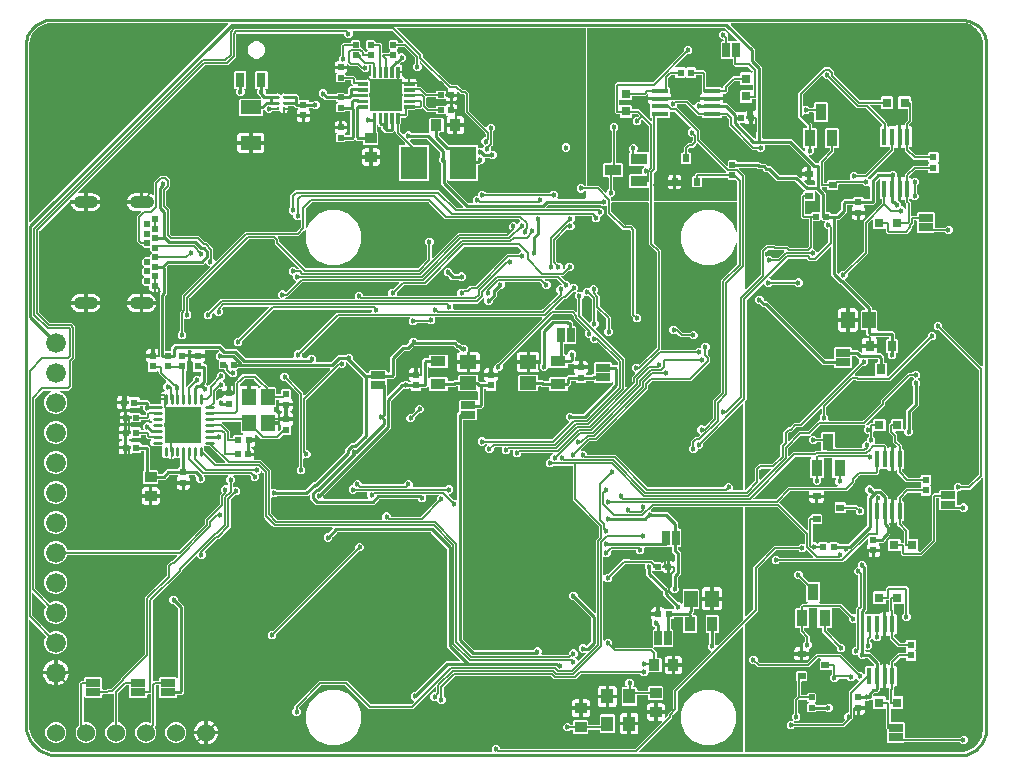
<source format=gbr>
G04 EAGLE Gerber RS-274X export*
G75*
%MOMM*%
%FSLAX34Y34*%
%LPD*%
%INBottom Copper*%
%IPPOS*%
%AMOC8*
5,1,8,0,0,1.08239X$1,22.5*%
G01*
%ADD10R,1.050000X1.300000*%
%ADD11R,1.300000X0.900000*%
%ADD12R,0.950000X1.000000*%
%ADD13R,0.900000X1.300000*%
%ADD14R,0.635000X1.270000*%
%ADD15R,1.270000X0.635000*%
%ADD16R,0.800000X0.900000*%
%ADD17R,1.150000X1.450000*%
%ADD18R,0.800000X1.200000*%
%ADD19R,0.500000X0.500000*%
%ADD20R,1.000000X0.950000*%
%ADD21C,0.018200*%
%ADD22R,2.700000X2.700000*%
%ADD23R,2.286000X2.794000*%
%ADD24R,1.450000X1.150000*%
%ADD25R,0.620000X0.620000*%
%ADD26C,1.524000*%
%ADD27C,0.604000*%
%ADD28C,1.000000*%
%ADD29C,0.280000*%
%ADD30R,3.100000X3.100000*%
%ADD31R,1.450000X0.450000*%
%ADD32R,0.800000X0.800000*%
%ADD33R,1.400000X0.950000*%
%ADD34R,0.600000X0.700000*%
%ADD35R,0.450000X1.450000*%
%ADD36R,0.950000X1.400000*%
%ADD37R,0.700000X0.600000*%
%ADD38R,1.150000X1.400000*%
%ADD39C,0.254000*%
%ADD40R,1.800000X1.150000*%
%ADD41C,1.676400*%
%ADD42C,0.454000*%
%ADD43C,0.254000*%
%ADD44C,0.127000*%
%ADD45C,0.203200*%

G36*
X165263Y2544D02*
X165263Y2544D01*
X165282Y2542D01*
X165384Y2564D01*
X165486Y2580D01*
X165503Y2590D01*
X165523Y2594D01*
X165612Y2647D01*
X165703Y2696D01*
X165717Y2710D01*
X165734Y2720D01*
X165801Y2799D01*
X165873Y2874D01*
X165881Y2892D01*
X165894Y2907D01*
X165933Y3003D01*
X165976Y3097D01*
X165978Y3117D01*
X165986Y3135D01*
X166004Y3302D01*
X166004Y6547D01*
X168078Y8621D01*
X171012Y8621D01*
X173086Y6547D01*
X173086Y5842D01*
X173089Y5822D01*
X173087Y5803D01*
X173109Y5701D01*
X173125Y5599D01*
X173135Y5582D01*
X173139Y5562D01*
X173192Y5473D01*
X173241Y5382D01*
X173255Y5368D01*
X173265Y5351D01*
X173344Y5284D01*
X173419Y5212D01*
X173437Y5204D01*
X173452Y5191D01*
X173548Y5152D01*
X173642Y5109D01*
X173662Y5107D01*
X173680Y5099D01*
X173847Y5081D01*
X286550Y5081D01*
X286640Y5095D01*
X286731Y5103D01*
X286761Y5115D01*
X286793Y5120D01*
X286874Y5163D01*
X286958Y5199D01*
X286990Y5225D01*
X287010Y5236D01*
X287033Y5259D01*
X287089Y5304D01*
X309645Y27860D01*
X309686Y27918D01*
X309736Y27970D01*
X309758Y28017D01*
X309788Y28059D01*
X309809Y28128D01*
X309839Y28193D01*
X309845Y28245D01*
X309861Y28295D01*
X309859Y28366D01*
X309867Y28437D01*
X309856Y28488D01*
X309854Y28540D01*
X309830Y28608D01*
X309814Y28678D01*
X309788Y28723D01*
X309770Y28771D01*
X309725Y28827D01*
X309688Y28889D01*
X309649Y28923D01*
X309616Y28963D01*
X309556Y29002D01*
X309501Y29049D01*
X309453Y29068D01*
X309409Y29096D01*
X309340Y29114D01*
X309273Y29141D01*
X309202Y29149D01*
X309171Y29157D01*
X309147Y29155D01*
X309106Y29159D01*
X306323Y29159D01*
X306323Y34927D01*
X312341Y34927D01*
X312341Y32394D01*
X312352Y32323D01*
X312354Y32251D01*
X312372Y32202D01*
X312380Y32151D01*
X312414Y32088D01*
X312439Y32020D01*
X312471Y31980D01*
X312496Y31934D01*
X312548Y31884D01*
X312592Y31828D01*
X312636Y31800D01*
X312674Y31764D01*
X312739Y31734D01*
X312799Y31695D01*
X312850Y31682D01*
X312897Y31661D01*
X312968Y31653D01*
X313038Y31635D01*
X313090Y31639D01*
X313141Y31633D01*
X313212Y31649D01*
X313283Y31654D01*
X313331Y31675D01*
X313382Y31686D01*
X313443Y31722D01*
X313509Y31751D01*
X313565Y31795D01*
X313593Y31812D01*
X313608Y31830D01*
X313640Y31855D01*
X314736Y32951D01*
X314789Y33025D01*
X314849Y33095D01*
X314861Y33125D01*
X314880Y33151D01*
X314907Y33238D01*
X314941Y33323D01*
X314945Y33364D01*
X314952Y33386D01*
X314951Y33418D01*
X314959Y33490D01*
X314959Y35079D01*
X319181Y39301D01*
X319230Y39369D01*
X319273Y39414D01*
X319279Y39427D01*
X319294Y39445D01*
X319306Y39475D01*
X319325Y39501D01*
X319348Y39576D01*
X319376Y39637D01*
X319378Y39654D01*
X319386Y39673D01*
X319390Y39714D01*
X319397Y39736D01*
X319396Y39768D01*
X319404Y39840D01*
X319404Y55399D01*
X351240Y87235D01*
X351281Y87293D01*
X351331Y87345D01*
X351353Y87392D01*
X351383Y87434D01*
X351404Y87503D01*
X351434Y87568D01*
X351440Y87620D01*
X351456Y87670D01*
X351454Y87741D01*
X351462Y87812D01*
X351451Y87863D01*
X351449Y87915D01*
X351425Y87983D01*
X351409Y88053D01*
X351383Y88098D01*
X351365Y88146D01*
X351320Y88202D01*
X351283Y88264D01*
X351244Y88298D01*
X351211Y88338D01*
X351151Y88377D01*
X351096Y88424D01*
X351050Y88442D01*
X348884Y90608D01*
X348884Y93542D01*
X349661Y94319D01*
X349714Y94393D01*
X349774Y94462D01*
X349786Y94492D01*
X349805Y94518D01*
X349832Y94605D01*
X349866Y94690D01*
X349870Y94731D01*
X349877Y94753D01*
X349876Y94786D01*
X349884Y94857D01*
X349884Y102466D01*
X349881Y102486D01*
X349883Y102505D01*
X349861Y102607D01*
X349845Y102709D01*
X349835Y102726D01*
X349831Y102746D01*
X349778Y102835D01*
X349729Y102926D01*
X349715Y102940D01*
X349705Y102957D01*
X349626Y103024D01*
X349551Y103096D01*
X349533Y103104D01*
X349518Y103117D01*
X349422Y103156D01*
X349328Y103199D01*
X349308Y103201D01*
X349290Y103209D01*
X349123Y103227D01*
X347628Y103227D01*
X346883Y103972D01*
X346883Y118024D01*
X347628Y118769D01*
X357680Y118769D01*
X358425Y118024D01*
X358425Y103972D01*
X357680Y103227D01*
X355727Y103227D01*
X355707Y103224D01*
X355688Y103226D01*
X355586Y103204D01*
X355484Y103188D01*
X355467Y103178D01*
X355447Y103174D01*
X355358Y103121D01*
X355267Y103072D01*
X355253Y103058D01*
X355236Y103048D01*
X355169Y102969D01*
X355097Y102894D01*
X355089Y102876D01*
X355076Y102861D01*
X355037Y102765D01*
X354994Y102671D01*
X354992Y102651D01*
X354984Y102633D01*
X354966Y102466D01*
X354966Y94857D01*
X354980Y94767D01*
X354988Y94676D01*
X355000Y94646D01*
X355005Y94614D01*
X355048Y94534D01*
X355084Y94450D01*
X355110Y94417D01*
X355121Y94397D01*
X355144Y94375D01*
X355189Y94319D01*
X356053Y93454D01*
X356064Y93425D01*
X356096Y93385D01*
X356121Y93339D01*
X356173Y93289D01*
X356217Y93233D01*
X356261Y93205D01*
X356299Y93169D01*
X356364Y93139D01*
X356424Y93100D01*
X356475Y93087D01*
X356522Y93066D01*
X356593Y93058D01*
X356663Y93040D01*
X356715Y93044D01*
X356766Y93038D01*
X356837Y93054D01*
X356908Y93059D01*
X356956Y93080D01*
X357007Y93091D01*
X357068Y93128D01*
X357134Y93156D01*
X357190Y93200D01*
X357218Y93217D01*
X357233Y93235D01*
X357265Y93260D01*
X378744Y114739D01*
X378797Y114813D01*
X378857Y114883D01*
X378869Y114913D01*
X378888Y114939D01*
X378915Y115026D01*
X378949Y115111D01*
X378953Y115152D01*
X378960Y115174D01*
X378959Y115206D01*
X378967Y115278D01*
X378967Y209423D01*
X378964Y209443D01*
X378966Y209462D01*
X378944Y209564D01*
X378928Y209666D01*
X378918Y209683D01*
X378914Y209703D01*
X378861Y209792D01*
X378812Y209883D01*
X378798Y209897D01*
X378788Y209914D01*
X378709Y209981D01*
X378634Y210053D01*
X378616Y210061D01*
X378601Y210074D01*
X378505Y210113D01*
X378411Y210156D01*
X378391Y210158D01*
X378373Y210166D01*
X378206Y210184D01*
X303365Y210184D01*
X303275Y210170D01*
X303184Y210162D01*
X303154Y210150D01*
X303122Y210145D01*
X303041Y210102D01*
X302957Y210066D01*
X302925Y210040D01*
X302905Y210029D01*
X302882Y210006D01*
X302826Y209961D01*
X300905Y208040D01*
X300864Y207982D01*
X300814Y207930D01*
X300792Y207883D01*
X300762Y207841D01*
X300741Y207772D01*
X300711Y207707D01*
X300705Y207655D01*
X300689Y207605D01*
X300691Y207534D01*
X300683Y207463D01*
X300694Y207412D01*
X300696Y207360D01*
X300720Y207292D01*
X300736Y207222D01*
X300762Y207178D01*
X300780Y207129D01*
X300825Y207073D01*
X300862Y207011D01*
X300901Y206977D01*
X300934Y206937D01*
X300994Y206898D01*
X301049Y206851D01*
X301095Y206833D01*
X301964Y205964D01*
X302038Y205911D01*
X302107Y205851D01*
X302137Y205839D01*
X302163Y205820D01*
X302250Y205793D01*
X302335Y205759D01*
X302376Y205755D01*
X302398Y205748D01*
X302431Y205749D01*
X302502Y205741D01*
X314742Y205741D01*
X323851Y196632D01*
X323851Y192532D01*
X323854Y192512D01*
X323852Y192493D01*
X323874Y192391D01*
X323890Y192289D01*
X323900Y192272D01*
X323904Y192252D01*
X323957Y192163D01*
X324006Y192072D01*
X324020Y192058D01*
X324030Y192041D01*
X324109Y191974D01*
X324184Y191902D01*
X324202Y191894D01*
X324217Y191881D01*
X324313Y191842D01*
X324407Y191799D01*
X324427Y191797D01*
X324445Y191789D01*
X324612Y191771D01*
X325265Y191771D01*
X326010Y191026D01*
X326010Y177274D01*
X325265Y176529D01*
X324612Y176529D01*
X324592Y176526D01*
X324573Y176528D01*
X324471Y176506D01*
X324369Y176490D01*
X324352Y176480D01*
X324332Y176476D01*
X324243Y176423D01*
X324152Y176374D01*
X324138Y176360D01*
X324121Y176350D01*
X324054Y176271D01*
X323982Y176196D01*
X323974Y176178D01*
X323961Y176163D01*
X323922Y176067D01*
X323879Y175973D01*
X323877Y175953D01*
X323869Y175935D01*
X323851Y175768D01*
X323851Y174088D01*
X323865Y173998D01*
X323873Y173907D01*
X323885Y173877D01*
X323890Y173845D01*
X323933Y173764D01*
X323969Y173680D01*
X323995Y173648D01*
X324006Y173628D01*
X324029Y173605D01*
X324074Y173549D01*
X325756Y171867D01*
X325756Y153253D01*
X323439Y150936D01*
X323386Y150862D01*
X323326Y150792D01*
X323314Y150762D01*
X323295Y150736D01*
X323268Y150649D01*
X323234Y150564D01*
X323230Y150523D01*
X323223Y150501D01*
X323224Y150469D01*
X323216Y150397D01*
X323216Y143117D01*
X323230Y143027D01*
X323238Y142936D01*
X323250Y142906D01*
X323255Y142874D01*
X323298Y142794D01*
X323334Y142710D01*
X323360Y142677D01*
X323371Y142657D01*
X323394Y142635D01*
X323439Y142579D01*
X324216Y141802D01*
X324216Y138868D01*
X322142Y136794D01*
X319208Y136794D01*
X317134Y138868D01*
X317134Y141802D01*
X317911Y142579D01*
X317964Y142653D01*
X318024Y142722D01*
X318036Y142752D01*
X318055Y142778D01*
X318082Y142865D01*
X318116Y142950D01*
X318120Y142991D01*
X318127Y143013D01*
X318126Y143046D01*
X318134Y143117D01*
X318134Y152817D01*
X318235Y152918D01*
X318276Y152976D01*
X318326Y153028D01*
X318348Y153075D01*
X318378Y153117D01*
X318399Y153186D01*
X318429Y153251D01*
X318435Y153303D01*
X318451Y153353D01*
X318449Y153424D01*
X318457Y153495D01*
X318445Y153546D01*
X318444Y153598D01*
X318420Y153666D01*
X318404Y153736D01*
X318378Y153781D01*
X318360Y153829D01*
X318315Y153885D01*
X318278Y153947D01*
X318239Y153981D01*
X318206Y154021D01*
X318146Y154060D01*
X318091Y154107D01*
X318043Y154126D01*
X317999Y154154D01*
X317930Y154172D01*
X317863Y154199D01*
X317792Y154207D01*
X317761Y154215D01*
X317737Y154213D01*
X317696Y154217D01*
X316645Y154217D01*
X316645Y158770D01*
X316642Y158789D01*
X316644Y158809D01*
X316622Y158911D01*
X316606Y159013D01*
X316596Y159030D01*
X316592Y159050D01*
X316539Y159139D01*
X316490Y159230D01*
X316476Y159244D01*
X316466Y159261D01*
X316462Y159264D01*
X316514Y159318D01*
X316522Y159336D01*
X316535Y159351D01*
X316574Y159448D01*
X316617Y159541D01*
X316619Y159561D01*
X316627Y159579D01*
X316645Y159746D01*
X316645Y164299D01*
X318231Y164299D01*
X318877Y164126D01*
X319532Y163747D01*
X319621Y163713D01*
X319708Y163673D01*
X319736Y163670D01*
X319762Y163660D01*
X319858Y163657D01*
X319952Y163646D01*
X319980Y163652D01*
X320008Y163651D01*
X320100Y163678D01*
X320193Y163698D01*
X320217Y163713D01*
X320244Y163721D01*
X320322Y163776D01*
X320404Y163824D01*
X320422Y163846D01*
X320445Y163862D01*
X320502Y163939D01*
X320564Y164011D01*
X320574Y164038D01*
X320591Y164060D01*
X320620Y164151D01*
X320656Y164240D01*
X320660Y164275D01*
X320666Y164295D01*
X320666Y164328D01*
X320674Y164406D01*
X320674Y169447D01*
X320660Y169537D01*
X320652Y169628D01*
X320640Y169658D01*
X320635Y169690D01*
X320592Y169771D01*
X320556Y169855D01*
X320530Y169887D01*
X320519Y169907D01*
X320496Y169930D01*
X320451Y169986D01*
X318769Y171668D01*
X318769Y175768D01*
X318766Y175788D01*
X318768Y175807D01*
X318746Y175909D01*
X318730Y176011D01*
X318720Y176028D01*
X318716Y176048D01*
X318663Y176137D01*
X318614Y176228D01*
X318600Y176242D01*
X318590Y176259D01*
X318511Y176326D01*
X318436Y176398D01*
X318418Y176406D01*
X318403Y176419D01*
X318307Y176458D01*
X318213Y176501D01*
X318193Y176503D01*
X318175Y176511D01*
X318008Y176529D01*
X317741Y176529D01*
X317703Y176539D01*
X317604Y176570D01*
X317584Y176569D01*
X317564Y176574D01*
X317461Y176566D01*
X317358Y176563D01*
X317339Y176556D01*
X317319Y176555D01*
X317259Y176529D01*
X315693Y176529D01*
X315603Y176515D01*
X315512Y176507D01*
X315482Y176495D01*
X315450Y176490D01*
X315369Y176447D01*
X315285Y176411D01*
X315253Y176385D01*
X315233Y176374D01*
X315210Y176351D01*
X315154Y176306D01*
X314742Y175894D01*
X295767Y175894D01*
X295747Y175891D01*
X295728Y175893D01*
X295626Y175871D01*
X295524Y175855D01*
X295507Y175845D01*
X295487Y175841D01*
X295398Y175788D01*
X295307Y175739D01*
X295293Y175725D01*
X295276Y175715D01*
X295209Y175636D01*
X295137Y175561D01*
X295129Y175543D01*
X295116Y175528D01*
X295077Y175432D01*
X295034Y175338D01*
X295032Y175318D01*
X295024Y175300D01*
X295006Y175133D01*
X295006Y171888D01*
X292932Y169814D01*
X289998Y169814D01*
X287924Y171888D01*
X287924Y172593D01*
X287921Y172613D01*
X287923Y172632D01*
X287901Y172734D01*
X287885Y172836D01*
X287875Y172853D01*
X287871Y172873D01*
X287818Y172962D01*
X287769Y173053D01*
X287755Y173067D01*
X287745Y173084D01*
X287666Y173151D01*
X287591Y173223D01*
X287573Y173231D01*
X287558Y173244D01*
X287462Y173283D01*
X287368Y173326D01*
X287348Y173328D01*
X287330Y173336D01*
X287163Y173354D01*
X267805Y173354D01*
X267715Y173340D01*
X267624Y173332D01*
X267594Y173320D01*
X267562Y173315D01*
X267481Y173272D01*
X267397Y173236D01*
X267365Y173210D01*
X267345Y173199D01*
X267322Y173176D01*
X267266Y173131D01*
X266654Y172519D01*
X266601Y172445D01*
X266541Y172375D01*
X266529Y172345D01*
X266510Y172319D01*
X266483Y172232D01*
X266449Y172147D01*
X266445Y172106D01*
X266438Y172084D01*
X266439Y172052D01*
X266431Y171980D01*
X266431Y169983D01*
X264357Y167909D01*
X261112Y167909D01*
X261092Y167906D01*
X261073Y167908D01*
X260971Y167886D01*
X260869Y167870D01*
X260852Y167860D01*
X260832Y167856D01*
X260743Y167803D01*
X260652Y167754D01*
X260638Y167740D01*
X260621Y167730D01*
X260554Y167651D01*
X260482Y167576D01*
X260474Y167558D01*
X260461Y167543D01*
X260422Y167447D01*
X260379Y167353D01*
X260377Y167333D01*
X260369Y167315D01*
X260351Y167148D01*
X260351Y152896D01*
X260362Y152825D01*
X260364Y152753D01*
X260382Y152704D01*
X260390Y152653D01*
X260424Y152590D01*
X260449Y152522D01*
X260481Y152482D01*
X260506Y152436D01*
X260558Y152386D01*
X260602Y152330D01*
X260646Y152302D01*
X260684Y152266D01*
X260749Y152236D01*
X260809Y152197D01*
X260860Y152185D01*
X260907Y152163D01*
X260978Y152155D01*
X261048Y152137D01*
X261100Y152141D01*
X261151Y152136D01*
X261222Y152151D01*
X261293Y152156D01*
X261341Y152177D01*
X261392Y152188D01*
X261453Y152225D01*
X261519Y152253D01*
X261575Y152298D01*
X261603Y152314D01*
X261618Y152332D01*
X261650Y152358D01*
X262693Y153401D01*
X264690Y153401D01*
X264780Y153415D01*
X264871Y153423D01*
X264901Y153435D01*
X264933Y153440D01*
X265014Y153483D01*
X265098Y153519D01*
X265130Y153545D01*
X265150Y153556D01*
X265173Y153579D01*
X265229Y153624D01*
X277341Y165736D01*
X301779Y165736D01*
X304263Y163252D01*
X304337Y163199D01*
X304407Y163139D01*
X304437Y163127D01*
X304463Y163108D01*
X304550Y163081D01*
X304635Y163047D01*
X304676Y163043D01*
X304698Y163036D01*
X304730Y163037D01*
X304802Y163029D01*
X309422Y163029D01*
X309528Y162923D01*
X309625Y162853D01*
X309721Y162783D01*
X309725Y162782D01*
X309728Y162779D01*
X309842Y162744D01*
X309955Y162708D01*
X309959Y162708D01*
X309963Y162707D01*
X310081Y162710D01*
X310201Y162712D01*
X310205Y162713D01*
X310209Y162713D01*
X310320Y162754D01*
X310433Y162794D01*
X310436Y162796D01*
X310440Y162798D01*
X310532Y162872D01*
X310626Y162945D01*
X310629Y162949D01*
X310632Y162951D01*
X310639Y162963D01*
X310726Y163081D01*
X310863Y163318D01*
X311336Y163791D01*
X311915Y164126D01*
X312562Y164299D01*
X314147Y164299D01*
X314147Y160507D01*
X310928Y160507D01*
X310908Y160504D01*
X310889Y160506D01*
X310787Y160484D01*
X310685Y160468D01*
X310668Y160458D01*
X310648Y160454D01*
X310559Y160401D01*
X310468Y160352D01*
X310454Y160338D01*
X310437Y160328D01*
X310370Y160249D01*
X310298Y160174D01*
X310290Y160156D01*
X310277Y160141D01*
X310238Y160045D01*
X310195Y159951D01*
X310193Y159931D01*
X310185Y159913D01*
X310167Y159746D01*
X310167Y158770D01*
X310170Y158750D01*
X310168Y158730D01*
X310190Y158629D01*
X310206Y158527D01*
X310216Y158510D01*
X310220Y158490D01*
X310273Y158401D01*
X310322Y158310D01*
X310336Y158296D01*
X310346Y158279D01*
X310425Y158212D01*
X310500Y158140D01*
X310518Y158132D01*
X310533Y158119D01*
X310629Y158080D01*
X310723Y158037D01*
X310743Y158035D01*
X310761Y158027D01*
X310928Y158009D01*
X314147Y158009D01*
X314147Y154217D01*
X312562Y154217D01*
X311915Y154390D01*
X311336Y154725D01*
X310863Y155198D01*
X310726Y155435D01*
X310650Y155528D01*
X310576Y155620D01*
X310573Y155623D01*
X310570Y155626D01*
X310469Y155689D01*
X310369Y155753D01*
X310365Y155754D01*
X310362Y155757D01*
X310245Y155785D01*
X310131Y155813D01*
X310127Y155813D01*
X310123Y155814D01*
X310004Y155804D01*
X309885Y155794D01*
X309882Y155793D01*
X309878Y155792D01*
X309770Y155745D01*
X309659Y155698D01*
X309655Y155695D01*
X309652Y155694D01*
X309642Y155684D01*
X309528Y155593D01*
X309422Y155487D01*
X303370Y155487D01*
X302925Y155932D01*
X302867Y155974D01*
X302815Y156023D01*
X302768Y156045D01*
X302726Y156075D01*
X302657Y156096D01*
X302592Y156127D01*
X302540Y156132D01*
X302490Y156148D01*
X302419Y156146D01*
X302348Y156154D01*
X302297Y156143D01*
X302245Y156141D01*
X302177Y156117D01*
X302107Y156101D01*
X302062Y156075D01*
X302014Y156057D01*
X301958Y156012D01*
X301896Y155975D01*
X301862Y155936D01*
X301822Y155903D01*
X301783Y155843D01*
X301736Y155788D01*
X301717Y155740D01*
X301689Y155696D01*
X301671Y155627D01*
X301644Y155560D01*
X301636Y155489D01*
X301628Y155458D01*
X301630Y155434D01*
X301626Y155393D01*
X301626Y155038D01*
X301640Y154948D01*
X301648Y154857D01*
X301660Y154827D01*
X301665Y154795D01*
X301708Y154714D01*
X301744Y154630D01*
X301770Y154598D01*
X301781Y154578D01*
X301804Y154555D01*
X301849Y154499D01*
X315596Y140752D01*
X315596Y137893D01*
X315610Y137803D01*
X315618Y137712D01*
X315630Y137682D01*
X315635Y137650D01*
X315678Y137569D01*
X315714Y137485D01*
X315740Y137453D01*
X315751Y137433D01*
X315774Y137410D01*
X315819Y137354D01*
X323679Y129494D01*
X323753Y129441D01*
X323823Y129381D01*
X323853Y129369D01*
X323879Y129350D01*
X323966Y129323D01*
X324051Y129289D01*
X324092Y129285D01*
X324114Y129278D01*
X324146Y129279D01*
X324218Y129271D01*
X325317Y129271D01*
X326088Y128500D01*
X326146Y128458D01*
X326198Y128408D01*
X326245Y128386D01*
X326287Y128356D01*
X326356Y128335D01*
X326421Y128305D01*
X326473Y128299D01*
X326523Y128284D01*
X326594Y128286D01*
X326665Y128278D01*
X326716Y128289D01*
X326768Y128290D01*
X326836Y128315D01*
X326906Y128330D01*
X326951Y128357D01*
X326999Y128375D01*
X327055Y128419D01*
X327117Y128456D01*
X327151Y128496D01*
X327191Y128528D01*
X327230Y128589D01*
X327277Y128643D01*
X327296Y128691D01*
X327324Y128735D01*
X327342Y128805D01*
X327369Y128871D01*
X327377Y128942D01*
X327385Y128974D01*
X327383Y128997D01*
X327387Y129038D01*
X327387Y140110D01*
X328132Y140855D01*
X340684Y140855D01*
X341429Y140110D01*
X341429Y124558D01*
X340684Y123813D01*
X337947Y123813D01*
X337927Y123810D01*
X337908Y123812D01*
X337806Y123790D01*
X337704Y123774D01*
X337687Y123764D01*
X337667Y123760D01*
X337578Y123707D01*
X337487Y123658D01*
X337473Y123644D01*
X337456Y123634D01*
X337389Y123555D01*
X337317Y123480D01*
X337309Y123462D01*
X337296Y123447D01*
X337257Y123351D01*
X337214Y123257D01*
X337212Y123237D01*
X337204Y123219D01*
X337186Y123052D01*
X337186Y121503D01*
X336139Y120456D01*
X336086Y120382D01*
X336026Y120312D01*
X336014Y120282D01*
X335995Y120256D01*
X335968Y120169D01*
X335934Y120084D01*
X335930Y120043D01*
X335923Y120021D01*
X335924Y119989D01*
X335916Y119917D01*
X335916Y119530D01*
X335919Y119510D01*
X335917Y119491D01*
X335939Y119389D01*
X335955Y119287D01*
X335965Y119270D01*
X335969Y119250D01*
X336022Y119161D01*
X336071Y119070D01*
X336085Y119056D01*
X336095Y119039D01*
X336174Y118972D01*
X336249Y118900D01*
X336267Y118892D01*
X336282Y118879D01*
X336378Y118840D01*
X336472Y118797D01*
X336492Y118795D01*
X336510Y118787D01*
X336677Y118769D01*
X338680Y118769D01*
X339425Y118024D01*
X339425Y103972D01*
X338680Y103227D01*
X328628Y103227D01*
X327883Y103972D01*
X327883Y116078D01*
X327880Y116098D01*
X327882Y116117D01*
X327860Y116219D01*
X327844Y116321D01*
X327834Y116338D01*
X327830Y116358D01*
X327777Y116447D01*
X327728Y116538D01*
X327714Y116552D01*
X327704Y116569D01*
X327625Y116636D01*
X327550Y116708D01*
X327532Y116716D01*
X327517Y116729D01*
X327421Y116768D01*
X327327Y116811D01*
X327307Y116813D01*
X327289Y116821D01*
X327122Y116839D01*
X320782Y116839D01*
X320762Y116836D01*
X320743Y116838D01*
X320641Y116816D01*
X320539Y116800D01*
X320522Y116790D01*
X320502Y116786D01*
X320413Y116733D01*
X320322Y116684D01*
X320308Y116670D01*
X320291Y116660D01*
X320224Y116581D01*
X320152Y116506D01*
X320144Y116488D01*
X320131Y116473D01*
X320092Y116377D01*
X320049Y116283D01*
X320047Y116263D01*
X320039Y116245D01*
X320021Y116078D01*
X320021Y115754D01*
X319276Y115009D01*
X318262Y115009D01*
X318242Y115006D01*
X318223Y115008D01*
X318121Y114986D01*
X318019Y114970D01*
X318002Y114960D01*
X317982Y114956D01*
X317893Y114903D01*
X317802Y114854D01*
X317788Y114840D01*
X317771Y114830D01*
X317704Y114751D01*
X317632Y114676D01*
X317624Y114658D01*
X317611Y114643D01*
X317572Y114547D01*
X317529Y114453D01*
X317527Y114433D01*
X317519Y114415D01*
X317501Y114248D01*
X317501Y107188D01*
X317504Y107168D01*
X317502Y107149D01*
X317524Y107047D01*
X317540Y106945D01*
X317550Y106928D01*
X317554Y106908D01*
X317607Y106819D01*
X317656Y106728D01*
X317670Y106714D01*
X317680Y106697D01*
X317759Y106630D01*
X317834Y106558D01*
X317852Y106550D01*
X317867Y106537D01*
X317963Y106498D01*
X318057Y106455D01*
X318077Y106453D01*
X318095Y106445D01*
X318262Y106427D01*
X318407Y106427D01*
X319152Y105682D01*
X319152Y91930D01*
X318407Y91185D01*
X310883Y91185D01*
X310844Y91195D01*
X310745Y91226D01*
X310725Y91225D01*
X310706Y91230D01*
X310603Y91222D01*
X310500Y91219D01*
X310481Y91212D01*
X310461Y91211D01*
X310401Y91185D01*
X303238Y91185D01*
X303167Y91174D01*
X303095Y91172D01*
X303046Y91154D01*
X302995Y91146D01*
X302932Y91112D01*
X302864Y91087D01*
X302823Y91055D01*
X302778Y91030D01*
X302728Y90979D01*
X302672Y90934D01*
X302644Y90890D01*
X302608Y90852D01*
X302578Y90787D01*
X302539Y90727D01*
X302526Y90676D01*
X302505Y90629D01*
X302497Y90558D01*
X302479Y90488D01*
X302483Y90436D01*
X302477Y90385D01*
X302493Y90314D01*
X302498Y90243D01*
X302519Y90195D01*
X302530Y90144D01*
X302566Y90083D01*
X302595Y90017D01*
X302639Y89961D01*
X302656Y89933D01*
X302674Y89918D01*
X302699Y89886D01*
X303119Y89466D01*
X305436Y87149D01*
X305436Y83232D01*
X305439Y83213D01*
X305437Y83194D01*
X305437Y83193D01*
X305459Y83091D01*
X305475Y82989D01*
X305485Y82972D01*
X305489Y82952D01*
X305542Y82863D01*
X305591Y82772D01*
X305605Y82758D01*
X305615Y82741D01*
X305694Y82674D01*
X305769Y82602D01*
X305787Y82594D01*
X305802Y82581D01*
X305898Y82542D01*
X305992Y82499D01*
X306012Y82497D01*
X306030Y82489D01*
X306197Y82471D01*
X308934Y82471D01*
X309679Y81726D01*
X309679Y70674D01*
X308934Y69929D01*
X298942Y69929D01*
X298922Y69926D01*
X298903Y69928D01*
X298801Y69906D01*
X298699Y69890D01*
X298682Y69880D01*
X298662Y69876D01*
X298573Y69823D01*
X298482Y69774D01*
X298468Y69760D01*
X298451Y69750D01*
X298384Y69671D01*
X298312Y69596D01*
X298304Y69578D01*
X298291Y69563D01*
X298252Y69467D01*
X298209Y69373D01*
X298207Y69353D01*
X298199Y69335D01*
X298181Y69168D01*
X298181Y69018D01*
X296107Y66944D01*
X293173Y66944D01*
X291761Y68356D01*
X291687Y68409D01*
X291618Y68469D01*
X291588Y68481D01*
X291562Y68500D01*
X291475Y68527D01*
X291390Y68561D01*
X291349Y68565D01*
X291327Y68572D01*
X291294Y68571D01*
X291223Y68579D01*
X241770Y68579D01*
X241680Y68565D01*
X241589Y68557D01*
X241559Y68545D01*
X241527Y68540D01*
X241446Y68497D01*
X241362Y68461D01*
X241330Y68435D01*
X241310Y68424D01*
X241287Y68401D01*
X241231Y68356D01*
X237009Y64134D01*
X218286Y64134D01*
X215969Y66451D01*
X215895Y66504D01*
X215825Y66564D01*
X215795Y66576D01*
X215769Y66595D01*
X215682Y66622D01*
X215597Y66656D01*
X215556Y66660D01*
X215534Y66667D01*
X215502Y66666D01*
X215430Y66674D01*
X135090Y66674D01*
X135000Y66660D01*
X134909Y66652D01*
X134879Y66640D01*
X134847Y66635D01*
X134766Y66592D01*
X134682Y66556D01*
X134650Y66530D01*
X134630Y66519D01*
X134607Y66496D01*
X134551Y66451D01*
X125319Y57219D01*
X125266Y57145D01*
X125206Y57075D01*
X125194Y57045D01*
X125175Y57019D01*
X125148Y56932D01*
X125114Y56847D01*
X125110Y56806D01*
X125103Y56784D01*
X125104Y56752D01*
X125096Y56680D01*
X125096Y50407D01*
X125110Y50317D01*
X125118Y50226D01*
X125130Y50196D01*
X125135Y50164D01*
X125178Y50084D01*
X125214Y50000D01*
X125240Y49968D01*
X125251Y49947D01*
X125274Y49925D01*
X125319Y49869D01*
X126731Y48457D01*
X126731Y45523D01*
X124657Y43449D01*
X121723Y43449D01*
X119506Y45667D01*
X119494Y45688D01*
X119480Y45702D01*
X119470Y45719D01*
X119391Y45786D01*
X119316Y45858D01*
X119298Y45866D01*
X119283Y45879D01*
X119187Y45918D01*
X119093Y45961D01*
X119073Y45963D01*
X119055Y45971D01*
X118888Y45989D01*
X116008Y45989D01*
X113934Y48063D01*
X113934Y50997D01*
X116008Y53071D01*
X117983Y53071D01*
X118003Y53074D01*
X118022Y53072D01*
X118124Y53094D01*
X118226Y53110D01*
X118243Y53120D01*
X118263Y53124D01*
X118352Y53177D01*
X118443Y53226D01*
X118457Y53240D01*
X118474Y53250D01*
X118541Y53329D01*
X118613Y53404D01*
X118621Y53422D01*
X118634Y53437D01*
X118673Y53533D01*
X118716Y53627D01*
X118718Y53647D01*
X118726Y53665D01*
X118744Y53832D01*
X118744Y56680D01*
X118733Y56751D01*
X118731Y56823D01*
X118713Y56872D01*
X118705Y56923D01*
X118671Y56986D01*
X118646Y57054D01*
X118614Y57094D01*
X118589Y57140D01*
X118537Y57190D01*
X118493Y57246D01*
X118449Y57274D01*
X118411Y57310D01*
X118346Y57340D01*
X118286Y57379D01*
X118235Y57392D01*
X118188Y57413D01*
X118117Y57421D01*
X118047Y57439D01*
X117995Y57435D01*
X117944Y57441D01*
X117873Y57425D01*
X117802Y57420D01*
X117754Y57399D01*
X117703Y57388D01*
X117642Y57351D01*
X117576Y57323D01*
X117520Y57279D01*
X117492Y57262D01*
X117477Y57244D01*
X117445Y57219D01*
X99341Y39115D01*
X61695Y39115D01*
X60355Y40454D01*
X60355Y40455D01*
X41979Y58831D01*
X41905Y58884D01*
X41835Y58944D01*
X41805Y58956D01*
X41779Y58975D01*
X41692Y59002D01*
X41607Y59036D01*
X41566Y59040D01*
X41544Y59047D01*
X41512Y59046D01*
X41440Y59054D01*
X21806Y59054D01*
X21716Y59040D01*
X21625Y59032D01*
X21595Y59020D01*
X21563Y59015D01*
X21482Y58972D01*
X21398Y58936D01*
X21366Y58910D01*
X21346Y58899D01*
X21323Y58876D01*
X21267Y58831D01*
X2993Y40556D01*
X2981Y40540D01*
X2965Y40528D01*
X2909Y40440D01*
X2849Y40357D01*
X2843Y40338D01*
X2832Y40321D01*
X2807Y40220D01*
X2777Y40122D01*
X2777Y40102D01*
X2772Y40082D01*
X2780Y39979D01*
X2783Y39876D01*
X2790Y39857D01*
X2791Y39837D01*
X2832Y39742D01*
X2867Y39645D01*
X2880Y39629D01*
X2888Y39611D01*
X2993Y39480D01*
X4176Y38297D01*
X4176Y35363D01*
X2102Y33289D01*
X-832Y33289D01*
X-2906Y35363D01*
X-2906Y38297D01*
X-1494Y39709D01*
X-1441Y39783D01*
X-1381Y39852D01*
X-1369Y39882D01*
X-1350Y39908D01*
X-1323Y39995D01*
X-1289Y40080D01*
X-1285Y40121D01*
X-1278Y40143D01*
X-1279Y40176D01*
X-1271Y40247D01*
X-1271Y41683D01*
X18572Y61526D01*
X19912Y62866D01*
X43334Y62866D01*
X44674Y61527D01*
X44674Y61526D01*
X63050Y43150D01*
X63124Y43097D01*
X63194Y43037D01*
X63224Y43025D01*
X63250Y43006D01*
X63337Y42979D01*
X63422Y42945D01*
X63463Y42941D01*
X63485Y42934D01*
X63517Y42935D01*
X63589Y42927D01*
X97447Y42927D01*
X97537Y42941D01*
X97628Y42949D01*
X97658Y42961D01*
X97690Y42966D01*
X97771Y43009D01*
X97855Y43045D01*
X97887Y43071D01*
X97907Y43082D01*
X97930Y43105D01*
X97986Y43150D01*
X99780Y44944D01*
X99821Y45002D01*
X99871Y45054D01*
X99893Y45101D01*
X99923Y45143D01*
X99944Y45212D01*
X99974Y45277D01*
X99980Y45329D01*
X99996Y45379D01*
X99994Y45450D01*
X100002Y45521D01*
X99991Y45572D01*
X99989Y45624D01*
X99965Y45692D01*
X99949Y45762D01*
X99923Y45807D01*
X99905Y45855D01*
X99860Y45911D01*
X99823Y45973D01*
X99784Y46007D01*
X99751Y46047D01*
X99691Y46086D01*
X99636Y46133D01*
X99590Y46151D01*
X97424Y48317D01*
X97424Y51251D01*
X99498Y53325D01*
X100597Y53325D01*
X100687Y53339D01*
X100778Y53347D01*
X100808Y53359D01*
X100840Y53364D01*
X100921Y53407D01*
X101005Y53443D01*
X101037Y53469D01*
X101057Y53480D01*
X101080Y53503D01*
X101136Y53548D01*
X126964Y79376D01*
X138078Y79376D01*
X138149Y79387D01*
X138221Y79389D01*
X138270Y79407D01*
X138321Y79415D01*
X138384Y79449D01*
X138452Y79474D01*
X138492Y79506D01*
X138538Y79531D01*
X138588Y79583D01*
X138644Y79627D01*
X138672Y79671D01*
X138708Y79709D01*
X138738Y79774D01*
X138777Y79834D01*
X138790Y79885D01*
X138811Y79932D01*
X138819Y80003D01*
X138837Y80073D01*
X138833Y80125D01*
X138839Y80176D01*
X138823Y80247D01*
X138818Y80318D01*
X138797Y80366D01*
X138786Y80417D01*
X138749Y80478D01*
X138721Y80544D01*
X138677Y80600D01*
X138660Y80628D01*
X138642Y80643D01*
X138617Y80675D01*
X127634Y91658D01*
X127634Y174527D01*
X127620Y174617D01*
X127612Y174708D01*
X127600Y174738D01*
X127595Y174770D01*
X127552Y174851D01*
X127516Y174935D01*
X127490Y174967D01*
X127479Y174987D01*
X127456Y175009D01*
X127411Y175066D01*
X114106Y188371D01*
X114032Y188424D01*
X113962Y188484D01*
X113932Y188496D01*
X113906Y188515D01*
X113819Y188542D01*
X113734Y188576D01*
X113693Y188580D01*
X113671Y188587D01*
X113639Y188586D01*
X113567Y188594D01*
X35658Y188594D01*
X35568Y188580D01*
X35477Y188572D01*
X35447Y188560D01*
X35415Y188555D01*
X35334Y188512D01*
X35250Y188476D01*
X35218Y188450D01*
X35198Y188439D01*
X35175Y188416D01*
X35119Y188371D01*
X31069Y184321D01*
X31016Y184247D01*
X30956Y184177D01*
X30944Y184147D01*
X30925Y184121D01*
X30898Y184034D01*
X30864Y183949D01*
X30860Y183908D01*
X30853Y183886D01*
X30854Y183854D01*
X30846Y183782D01*
X30846Y182683D01*
X28772Y180609D01*
X25838Y180609D01*
X23764Y182683D01*
X23764Y185617D01*
X25838Y187691D01*
X26937Y187691D01*
X27027Y187705D01*
X27118Y187713D01*
X27148Y187725D01*
X27180Y187730D01*
X27261Y187773D01*
X27345Y187809D01*
X27377Y187835D01*
X27397Y187846D01*
X27420Y187869D01*
X27476Y187914D01*
X30921Y191359D01*
X30962Y191417D01*
X31012Y191469D01*
X31034Y191516D01*
X31064Y191558D01*
X31085Y191627D01*
X31115Y191692D01*
X31121Y191744D01*
X31137Y191794D01*
X31135Y191865D01*
X31143Y191936D01*
X31131Y191987D01*
X31130Y192039D01*
X31106Y192107D01*
X31090Y192177D01*
X31064Y192221D01*
X31046Y192270D01*
X31001Y192326D01*
X30964Y192388D01*
X30925Y192422D01*
X30892Y192462D01*
X30832Y192501D01*
X30777Y192548D01*
X30729Y192567D01*
X30685Y192595D01*
X30616Y192613D01*
X30549Y192640D01*
X30478Y192648D01*
X30447Y192656D01*
X30423Y192654D01*
X30382Y192658D01*
X-18500Y192658D01*
X-19840Y193998D01*
X-25966Y200124D01*
X-25967Y200124D01*
X-27306Y201464D01*
X-27306Y238417D01*
X-27320Y238507D01*
X-27328Y238598D01*
X-27340Y238628D01*
X-27345Y238660D01*
X-27388Y238741D01*
X-27424Y238825D01*
X-27450Y238857D01*
X-27461Y238877D01*
X-27484Y238900D01*
X-27529Y238956D01*
X-28587Y240014D01*
X-28603Y240026D01*
X-28616Y240041D01*
X-28703Y240097D01*
X-28787Y240158D01*
X-28806Y240163D01*
X-28823Y240174D01*
X-28923Y240199D01*
X-29022Y240230D01*
X-29042Y240229D01*
X-29061Y240234D01*
X-29164Y240226D01*
X-29268Y240224D01*
X-29287Y240217D01*
X-29306Y240215D01*
X-29401Y240175D01*
X-29499Y240139D01*
X-29514Y240127D01*
X-29533Y240119D01*
X-29664Y240014D01*
X-31556Y238121D01*
X-31568Y238105D01*
X-31584Y238093D01*
X-31640Y238005D01*
X-31700Y237921D01*
X-31706Y237902D01*
X-31717Y237886D01*
X-31742Y237785D01*
X-31772Y237686D01*
X-31772Y237666D01*
X-31777Y237647D01*
X-31769Y237544D01*
X-31766Y237440D01*
X-31759Y237422D01*
X-31758Y237402D01*
X-31717Y237307D01*
X-31682Y237209D01*
X-31669Y237194D01*
X-31661Y237176D01*
X-31556Y237045D01*
X-31291Y236780D01*
X-31291Y233846D01*
X-33365Y231772D01*
X-36299Y231772D01*
X-38373Y233846D01*
X-38373Y235843D01*
X-38388Y235933D01*
X-38395Y236024D01*
X-38407Y236054D01*
X-38413Y236086D01*
X-38455Y236167D01*
X-38491Y236251D01*
X-38517Y236283D01*
X-38528Y236303D01*
X-38551Y236326D01*
X-38596Y236381D01*
X-38846Y236631D01*
X-38920Y236684D01*
X-38989Y236744D01*
X-39019Y236756D01*
X-39045Y236775D01*
X-39132Y236802D01*
X-39217Y236836D01*
X-39258Y236840D01*
X-39280Y236847D01*
X-39313Y236846D01*
X-39384Y236854D01*
X-52209Y236854D01*
X-52280Y236843D01*
X-52352Y236841D01*
X-52401Y236823D01*
X-52452Y236815D01*
X-52515Y236781D01*
X-52583Y236756D01*
X-52623Y236724D01*
X-52669Y236699D01*
X-52719Y236647D01*
X-52775Y236603D01*
X-52803Y236559D01*
X-52839Y236521D01*
X-52869Y236456D01*
X-52908Y236396D01*
X-52920Y236345D01*
X-52942Y236298D01*
X-52950Y236227D01*
X-52968Y236157D01*
X-52964Y236105D01*
X-52969Y236054D01*
X-52954Y235983D01*
X-52949Y235912D01*
X-52928Y235864D01*
X-52917Y235813D01*
X-52880Y235752D01*
X-52852Y235686D01*
X-52807Y235630D01*
X-52791Y235602D01*
X-52773Y235587D01*
X-52747Y235555D01*
X-51704Y234512D01*
X-51704Y231578D01*
X-53116Y230166D01*
X-53169Y230092D01*
X-53229Y230023D01*
X-53241Y229993D01*
X-53260Y229967D01*
X-53287Y229880D01*
X-53321Y229795D01*
X-53325Y229754D01*
X-53332Y229732D01*
X-53331Y229699D01*
X-53339Y229628D01*
X-53339Y227822D01*
X-53336Y227802D01*
X-53338Y227783D01*
X-53316Y227681D01*
X-53300Y227579D01*
X-53290Y227562D01*
X-53286Y227542D01*
X-53233Y227453D01*
X-53184Y227362D01*
X-53170Y227348D01*
X-53160Y227331D01*
X-53081Y227264D01*
X-53006Y227192D01*
X-52988Y227184D01*
X-52973Y227171D01*
X-52877Y227132D01*
X-52783Y227089D01*
X-52763Y227087D01*
X-52745Y227079D01*
X-52578Y227061D01*
X-49333Y227061D01*
X-47259Y224987D01*
X-47259Y222053D01*
X-49333Y219979D01*
X-51330Y219979D01*
X-51420Y219965D01*
X-51511Y219957D01*
X-51541Y219945D01*
X-51573Y219940D01*
X-51654Y219897D01*
X-51738Y219861D01*
X-51770Y219835D01*
X-51790Y219824D01*
X-51813Y219801D01*
X-51869Y219756D01*
X-55021Y216604D01*
X-55074Y216530D01*
X-55134Y216460D01*
X-55146Y216430D01*
X-55165Y216404D01*
X-55192Y216317D01*
X-55226Y216232D01*
X-55230Y216191D01*
X-55237Y216169D01*
X-55236Y216137D01*
X-55244Y216065D01*
X-55244Y192886D01*
X-65251Y182879D01*
X-66205Y182879D01*
X-66295Y182865D01*
X-66386Y182857D01*
X-66416Y182845D01*
X-66448Y182840D01*
X-66529Y182797D01*
X-66613Y182761D01*
X-66645Y182735D01*
X-66665Y182724D01*
X-66688Y182701D01*
X-66744Y182656D01*
X-76890Y172509D01*
X-76902Y172493D01*
X-76918Y172481D01*
X-76974Y172394D01*
X-77034Y172310D01*
X-77040Y172291D01*
X-77051Y172274D01*
X-77076Y172173D01*
X-77106Y172075D01*
X-77106Y172055D01*
X-77111Y172035D01*
X-77103Y171932D01*
X-77100Y171829D01*
X-77093Y171810D01*
X-77092Y171790D01*
X-77051Y171695D01*
X-77016Y171598D01*
X-77003Y171582D01*
X-76995Y171564D01*
X-76890Y171433D01*
X-76469Y171012D01*
X-76469Y168078D01*
X-78543Y166004D01*
X-81477Y166004D01*
X-83638Y168166D01*
X-83649Y168195D01*
X-83681Y168235D01*
X-83706Y168281D01*
X-83758Y168331D01*
X-83802Y168387D01*
X-83846Y168415D01*
X-83884Y168451D01*
X-83949Y168481D01*
X-84009Y168520D01*
X-84060Y168533D01*
X-84107Y168554D01*
X-84178Y168562D01*
X-84248Y168580D01*
X-84300Y168576D01*
X-84351Y168582D01*
X-84422Y168566D01*
X-84493Y168561D01*
X-84541Y168540D01*
X-84592Y168529D01*
X-84653Y168492D01*
X-84719Y168464D01*
X-84775Y168420D01*
X-84803Y168403D01*
X-84818Y168385D01*
X-84850Y168360D01*
X-96296Y156914D01*
X-96349Y156840D01*
X-96409Y156770D01*
X-96421Y156740D01*
X-96440Y156714D01*
X-96467Y156627D01*
X-96501Y156542D01*
X-96505Y156501D01*
X-96512Y156479D01*
X-96511Y156447D01*
X-96519Y156375D01*
X-96519Y155421D01*
X-121061Y130879D01*
X-121114Y130805D01*
X-121174Y130735D01*
X-121186Y130705D01*
X-121205Y130679D01*
X-121232Y130592D01*
X-121266Y130507D01*
X-121270Y130466D01*
X-121277Y130444D01*
X-121276Y130412D01*
X-121284Y130340D01*
X-121284Y63589D01*
X-121273Y63518D01*
X-121271Y63446D01*
X-121253Y63397D01*
X-121245Y63346D01*
X-121211Y63283D01*
X-121186Y63215D01*
X-121154Y63174D01*
X-121129Y63129D01*
X-121077Y63079D01*
X-121032Y63023D01*
X-120989Y62995D01*
X-120951Y62959D01*
X-120886Y62929D01*
X-120825Y62890D01*
X-120775Y62877D01*
X-120728Y62856D01*
X-120657Y62848D01*
X-120587Y62830D01*
X-120535Y62834D01*
X-120484Y62828D01*
X-120413Y62844D01*
X-120342Y62849D01*
X-120303Y62866D01*
X-116332Y62866D01*
X-116312Y62869D01*
X-116293Y62867D01*
X-116191Y62889D01*
X-116089Y62905D01*
X-116072Y62915D01*
X-116052Y62919D01*
X-115963Y62972D01*
X-115872Y63021D01*
X-115858Y63035D01*
X-115841Y63045D01*
X-115774Y63124D01*
X-115702Y63199D01*
X-115694Y63217D01*
X-115681Y63232D01*
X-115642Y63328D01*
X-115599Y63422D01*
X-115597Y63442D01*
X-115589Y63460D01*
X-115571Y63627D01*
X-115571Y64915D01*
X-114826Y65660D01*
X-101074Y65660D01*
X-100995Y65581D01*
X-100937Y65539D01*
X-100885Y65490D01*
X-100838Y65468D01*
X-100796Y65438D01*
X-100727Y65417D01*
X-100662Y65386D01*
X-100610Y65381D01*
X-100560Y65365D01*
X-100489Y65367D01*
X-100418Y65359D01*
X-100367Y65370D01*
X-100315Y65372D01*
X-100247Y65396D01*
X-100177Y65412D01*
X-100132Y65438D01*
X-100084Y65456D01*
X-100028Y65501D01*
X-99966Y65538D01*
X-99932Y65577D01*
X-99892Y65610D01*
X-99853Y65670D01*
X-99806Y65725D01*
X-99787Y65773D01*
X-99759Y65817D01*
X-99741Y65886D01*
X-99714Y65953D01*
X-99706Y66024D01*
X-99698Y66055D01*
X-99700Y66079D01*
X-99696Y66120D01*
X-99696Y123727D01*
X-99710Y123817D01*
X-99718Y123908D01*
X-99730Y123938D01*
X-99735Y123970D01*
X-99778Y124051D01*
X-99814Y124135D01*
X-99840Y124167D01*
X-99851Y124187D01*
X-99874Y124210D01*
X-99919Y124266D01*
X-103334Y127681D01*
X-103408Y127734D01*
X-103478Y127794D01*
X-103508Y127806D01*
X-103534Y127825D01*
X-103621Y127852D01*
X-103706Y127886D01*
X-103747Y127890D01*
X-103769Y127897D01*
X-103801Y127896D01*
X-103873Y127904D01*
X-104972Y127904D01*
X-107046Y129978D01*
X-107046Y132912D01*
X-104972Y134986D01*
X-102038Y134986D01*
X-99964Y132912D01*
X-99964Y131813D01*
X-99950Y131723D01*
X-99942Y131632D01*
X-99930Y131602D01*
X-99925Y131570D01*
X-99882Y131489D01*
X-99846Y131405D01*
X-99820Y131373D01*
X-99809Y131353D01*
X-99786Y131330D01*
X-99741Y131274D01*
X-94614Y126147D01*
X-94614Y52923D01*
X-96738Y50799D01*
X-99568Y50799D01*
X-99588Y50796D01*
X-99607Y50798D01*
X-99709Y50776D01*
X-99811Y50760D01*
X-99828Y50750D01*
X-99848Y50746D01*
X-99937Y50693D01*
X-100028Y50644D01*
X-100042Y50630D01*
X-100059Y50620D01*
X-100126Y50541D01*
X-100198Y50466D01*
X-100206Y50448D01*
X-100219Y50433D01*
X-100258Y50337D01*
X-100301Y50243D01*
X-100303Y50223D01*
X-100311Y50205D01*
X-100329Y50038D01*
X-100329Y49385D01*
X-101074Y48640D01*
X-114826Y48640D01*
X-115571Y49385D01*
X-115571Y56909D01*
X-115561Y56947D01*
X-115530Y57046D01*
X-115531Y57066D01*
X-115526Y57086D01*
X-115534Y57189D01*
X-115537Y57292D01*
X-115544Y57311D01*
X-115545Y57331D01*
X-115571Y57391D01*
X-115571Y58293D01*
X-115574Y58313D01*
X-115572Y58332D01*
X-115594Y58434D01*
X-115610Y58536D01*
X-115620Y58553D01*
X-115624Y58573D01*
X-115677Y58662D01*
X-115726Y58753D01*
X-115740Y58767D01*
X-115750Y58784D01*
X-115829Y58851D01*
X-115904Y58923D01*
X-115922Y58931D01*
X-115937Y58944D01*
X-116033Y58983D01*
X-116127Y59026D01*
X-116147Y59028D01*
X-116165Y59036D01*
X-116332Y59054D01*
X-117983Y59054D01*
X-118003Y59051D01*
X-118022Y59053D01*
X-118124Y59031D01*
X-118226Y59015D01*
X-118243Y59005D01*
X-118263Y59001D01*
X-118352Y58948D01*
X-118443Y58899D01*
X-118457Y58885D01*
X-118474Y58875D01*
X-118541Y58796D01*
X-118613Y58721D01*
X-118621Y58703D01*
X-118634Y58688D01*
X-118673Y58592D01*
X-118716Y58498D01*
X-118718Y58478D01*
X-118726Y58460D01*
X-118744Y58293D01*
X-118744Y24611D01*
X-119046Y24309D01*
X-119115Y24213D01*
X-119184Y24120D01*
X-119186Y24114D01*
X-119190Y24109D01*
X-119224Y23997D01*
X-119260Y23886D01*
X-119260Y23880D01*
X-119262Y23874D01*
X-119259Y23757D01*
X-119258Y23640D01*
X-119256Y23633D01*
X-119256Y23628D01*
X-119249Y23610D01*
X-119211Y23479D01*
X-118109Y20818D01*
X-118109Y17282D01*
X-119463Y14014D01*
X-121964Y11513D01*
X-125232Y10159D01*
X-128768Y10159D01*
X-132036Y11513D01*
X-134537Y14014D01*
X-135891Y17282D01*
X-135891Y20818D01*
X-134537Y24086D01*
X-132036Y26587D01*
X-128768Y27941D01*
X-125232Y27941D01*
X-123608Y27268D01*
X-123564Y27258D01*
X-123522Y27239D01*
X-123445Y27230D01*
X-123369Y27212D01*
X-123323Y27217D01*
X-123278Y27211D01*
X-123201Y27228D01*
X-123124Y27235D01*
X-123082Y27254D01*
X-123037Y27264D01*
X-122970Y27304D01*
X-122899Y27335D01*
X-122865Y27366D01*
X-122826Y27390D01*
X-122775Y27449D01*
X-122718Y27502D01*
X-122696Y27542D01*
X-122666Y27577D01*
X-122637Y27649D01*
X-122600Y27717D01*
X-122591Y27762D01*
X-122574Y27805D01*
X-122559Y27941D01*
X-122556Y27959D01*
X-122557Y27964D01*
X-122556Y27972D01*
X-122556Y50673D01*
X-122559Y50693D01*
X-122557Y50712D01*
X-122579Y50814D01*
X-122595Y50916D01*
X-122605Y50933D01*
X-122609Y50953D01*
X-122662Y51042D01*
X-122711Y51133D01*
X-122725Y51147D01*
X-122735Y51164D01*
X-122814Y51231D01*
X-122889Y51303D01*
X-122907Y51311D01*
X-122922Y51324D01*
X-123018Y51363D01*
X-123112Y51406D01*
X-123132Y51408D01*
X-123150Y51416D01*
X-123317Y51434D01*
X-124968Y51434D01*
X-124988Y51431D01*
X-125007Y51433D01*
X-125109Y51411D01*
X-125211Y51395D01*
X-125228Y51385D01*
X-125248Y51381D01*
X-125337Y51328D01*
X-125428Y51279D01*
X-125442Y51265D01*
X-125459Y51255D01*
X-125526Y51176D01*
X-125598Y51101D01*
X-125606Y51083D01*
X-125619Y51068D01*
X-125658Y50972D01*
X-125701Y50878D01*
X-125703Y50858D01*
X-125711Y50840D01*
X-125729Y50673D01*
X-125729Y49385D01*
X-126474Y48640D01*
X-140226Y48640D01*
X-140971Y49385D01*
X-140971Y56909D01*
X-140961Y56947D01*
X-140930Y57046D01*
X-140931Y57066D01*
X-140926Y57086D01*
X-140934Y57189D01*
X-140937Y57292D01*
X-140944Y57311D01*
X-140945Y57331D01*
X-140971Y57391D01*
X-140971Y58293D01*
X-140974Y58313D01*
X-140972Y58332D01*
X-140994Y58434D01*
X-141010Y58536D01*
X-141020Y58553D01*
X-141024Y58573D01*
X-141077Y58662D01*
X-141126Y58753D01*
X-141140Y58767D01*
X-141150Y58784D01*
X-141229Y58851D01*
X-141304Y58923D01*
X-141322Y58931D01*
X-141337Y58944D01*
X-141433Y58983D01*
X-141527Y59026D01*
X-141547Y59028D01*
X-141565Y59036D01*
X-141732Y59054D01*
X-143675Y59054D01*
X-143765Y59040D01*
X-143856Y59032D01*
X-143886Y59020D01*
X-143918Y59015D01*
X-143999Y58972D01*
X-144083Y58936D01*
X-144115Y58910D01*
X-144135Y58899D01*
X-144158Y58876D01*
X-144214Y58831D01*
X-150271Y52774D01*
X-150324Y52700D01*
X-150384Y52630D01*
X-150396Y52600D01*
X-150415Y52574D01*
X-150442Y52487D01*
X-150476Y52402D01*
X-150480Y52361D01*
X-150487Y52339D01*
X-150486Y52307D01*
X-150494Y52235D01*
X-150494Y28393D01*
X-150493Y28385D01*
X-150493Y28384D01*
X-150492Y28376D01*
X-150475Y28278D01*
X-150458Y28162D01*
X-150456Y28156D01*
X-150455Y28150D01*
X-150400Y28047D01*
X-150347Y27942D01*
X-150342Y27938D01*
X-150339Y27932D01*
X-150255Y27853D01*
X-150171Y27770D01*
X-150165Y27766D01*
X-150161Y27763D01*
X-150144Y27755D01*
X-150024Y27689D01*
X-147364Y26587D01*
X-144863Y24086D01*
X-143509Y20818D01*
X-143509Y17282D01*
X-144863Y14014D01*
X-147364Y11513D01*
X-150632Y10159D01*
X-154168Y10159D01*
X-157436Y11513D01*
X-159937Y14014D01*
X-161291Y17282D01*
X-161291Y20818D01*
X-159937Y24086D01*
X-157436Y26587D01*
X-154776Y27689D01*
X-154676Y27751D01*
X-154576Y27811D01*
X-154572Y27816D01*
X-154567Y27819D01*
X-154492Y27909D01*
X-154416Y27998D01*
X-154414Y28003D01*
X-154410Y28008D01*
X-154368Y28117D01*
X-154324Y28226D01*
X-154323Y28233D01*
X-154322Y28238D01*
X-154321Y28256D01*
X-154306Y28393D01*
X-154306Y51308D01*
X-154309Y51328D01*
X-154307Y51347D01*
X-154329Y51449D01*
X-154345Y51551D01*
X-154355Y51568D01*
X-154359Y51588D01*
X-154412Y51677D01*
X-154461Y51768D01*
X-154475Y51782D01*
X-154485Y51799D01*
X-154564Y51866D01*
X-154639Y51938D01*
X-154657Y51946D01*
X-154672Y51959D01*
X-154768Y51998D01*
X-154862Y52041D01*
X-154882Y52043D01*
X-154900Y52051D01*
X-155067Y52069D01*
X-158280Y52069D01*
X-158370Y52055D01*
X-158461Y52047D01*
X-158491Y52035D01*
X-158523Y52030D01*
X-158604Y51987D01*
X-158688Y51951D01*
X-158720Y51925D01*
X-158740Y51914D01*
X-158763Y51891D01*
X-158819Y51846D01*
X-159231Y51434D01*
X-163068Y51434D01*
X-163088Y51431D01*
X-163107Y51433D01*
X-163209Y51411D01*
X-163311Y51395D01*
X-163328Y51385D01*
X-163348Y51381D01*
X-163437Y51328D01*
X-163528Y51279D01*
X-163542Y51265D01*
X-163559Y51255D01*
X-163626Y51176D01*
X-163698Y51101D01*
X-163706Y51083D01*
X-163719Y51068D01*
X-163758Y50972D01*
X-163801Y50878D01*
X-163803Y50858D01*
X-163811Y50840D01*
X-163829Y50673D01*
X-163829Y49385D01*
X-164574Y48640D01*
X-178326Y48640D01*
X-178405Y48719D01*
X-178463Y48761D01*
X-178515Y48810D01*
X-178562Y48832D01*
X-178604Y48862D01*
X-178673Y48883D01*
X-178738Y48914D01*
X-178790Y48919D01*
X-178840Y48935D01*
X-178911Y48933D01*
X-178982Y48941D01*
X-179033Y48930D01*
X-179085Y48928D01*
X-179153Y48904D01*
X-179223Y48888D01*
X-179268Y48862D01*
X-179316Y48844D01*
X-179372Y48799D01*
X-179434Y48762D01*
X-179468Y48723D01*
X-179508Y48690D01*
X-179547Y48630D01*
X-179594Y48575D01*
X-179613Y48527D01*
X-179641Y48483D01*
X-179659Y48414D01*
X-179686Y48347D01*
X-179694Y48276D01*
X-179702Y48245D01*
X-179700Y48221D01*
X-179704Y48180D01*
X-179704Y28702D01*
X-179701Y28682D01*
X-179703Y28663D01*
X-179681Y28561D01*
X-179665Y28459D01*
X-179655Y28442D01*
X-179651Y28422D01*
X-179598Y28333D01*
X-179549Y28242D01*
X-179535Y28228D01*
X-179525Y28211D01*
X-179446Y28144D01*
X-179371Y28072D01*
X-179353Y28064D01*
X-179338Y28051D01*
X-179242Y28012D01*
X-179148Y27969D01*
X-179128Y27967D01*
X-179110Y27959D01*
X-178943Y27941D01*
X-176032Y27941D01*
X-172764Y26587D01*
X-170263Y24086D01*
X-168909Y20818D01*
X-168909Y17282D01*
X-170263Y14014D01*
X-172764Y11513D01*
X-176032Y10159D01*
X-179568Y10159D01*
X-182836Y11513D01*
X-185337Y14014D01*
X-186691Y17282D01*
X-186691Y20818D01*
X-185337Y24086D01*
X-183739Y25685D01*
X-183686Y25759D01*
X-183626Y25828D01*
X-183614Y25858D01*
X-183595Y25884D01*
X-183568Y25971D01*
X-183534Y26056D01*
X-183530Y26097D01*
X-183523Y26120D01*
X-183524Y26152D01*
X-183516Y26223D01*
X-183516Y61114D01*
X-181764Y62866D01*
X-179832Y62866D01*
X-179812Y62869D01*
X-179793Y62867D01*
X-179691Y62889D01*
X-179589Y62905D01*
X-179572Y62915D01*
X-179552Y62919D01*
X-179463Y62972D01*
X-179372Y63021D01*
X-179358Y63035D01*
X-179341Y63045D01*
X-179274Y63124D01*
X-179202Y63199D01*
X-179194Y63217D01*
X-179181Y63232D01*
X-179142Y63328D01*
X-179099Y63422D01*
X-179097Y63442D01*
X-179089Y63460D01*
X-179071Y63627D01*
X-179071Y64915D01*
X-178326Y65660D01*
X-164574Y65660D01*
X-163829Y64915D01*
X-163829Y57391D01*
X-163839Y57352D01*
X-163870Y57253D01*
X-163869Y57233D01*
X-163874Y57214D01*
X-163866Y57111D01*
X-163863Y57008D01*
X-163856Y56989D01*
X-163855Y56969D01*
X-163829Y56909D01*
X-163829Y56007D01*
X-163826Y55987D01*
X-163828Y55968D01*
X-163806Y55866D01*
X-163790Y55764D01*
X-163780Y55747D01*
X-163776Y55727D01*
X-163723Y55638D01*
X-163674Y55547D01*
X-163660Y55533D01*
X-163650Y55516D01*
X-163571Y55449D01*
X-163496Y55377D01*
X-163478Y55369D01*
X-163463Y55356D01*
X-163367Y55317D01*
X-163273Y55274D01*
X-163253Y55272D01*
X-163235Y55264D01*
X-163068Y55246D01*
X-161125Y55246D01*
X-161035Y55260D01*
X-160944Y55268D01*
X-160914Y55280D01*
X-160882Y55285D01*
X-160801Y55328D01*
X-160717Y55364D01*
X-160685Y55390D01*
X-160665Y55401D01*
X-160642Y55424D01*
X-160586Y55469D01*
X-160174Y55881D01*
X-156680Y55881D01*
X-156590Y55895D01*
X-156499Y55903D01*
X-156469Y55915D01*
X-156437Y55920D01*
X-156356Y55963D01*
X-156272Y55999D01*
X-156240Y56025D01*
X-156220Y56036D01*
X-156197Y56059D01*
X-156141Y56104D01*
X-148179Y64066D01*
X-148126Y64140D01*
X-148066Y64210D01*
X-148054Y64240D01*
X-148035Y64266D01*
X-148008Y64353D01*
X-147974Y64438D01*
X-147970Y64479D01*
X-147963Y64501D01*
X-147964Y64533D01*
X-147956Y64605D01*
X-147956Y65559D01*
X-127859Y85656D01*
X-127806Y85730D01*
X-127746Y85800D01*
X-127734Y85830D01*
X-127715Y85856D01*
X-127688Y85943D01*
X-127654Y86028D01*
X-127650Y86069D01*
X-127643Y86091D01*
X-127644Y86123D01*
X-127636Y86195D01*
X-127636Y133504D01*
X-109444Y151696D01*
X-109391Y151770D01*
X-109331Y151840D01*
X-109319Y151870D01*
X-109300Y151896D01*
X-109273Y151983D01*
X-109239Y152068D01*
X-109235Y152109D01*
X-109228Y152131D01*
X-109229Y152163D01*
X-109221Y152235D01*
X-109221Y160809D01*
X-105564Y164466D01*
X-104610Y164466D01*
X-104520Y164480D01*
X-104429Y164488D01*
X-104399Y164500D01*
X-104367Y164505D01*
X-104286Y164548D01*
X-104202Y164584D01*
X-104170Y164610D01*
X-104150Y164621D01*
X-104127Y164644D01*
X-104071Y164689D01*
X-100515Y168245D01*
X-100474Y168303D01*
X-100424Y168355D01*
X-100402Y168402D01*
X-100372Y168444D01*
X-100351Y168513D01*
X-100321Y168578D01*
X-100315Y168630D01*
X-100299Y168680D01*
X-100301Y168751D01*
X-100293Y168822D01*
X-100304Y168873D01*
X-100306Y168925D01*
X-100330Y168993D01*
X-100346Y169063D01*
X-100372Y169108D01*
X-100390Y169156D01*
X-100435Y169212D01*
X-100472Y169274D01*
X-100511Y169308D01*
X-100544Y169348D01*
X-100604Y169387D01*
X-100659Y169434D01*
X-100707Y169453D01*
X-100751Y169481D01*
X-100820Y169499D01*
X-100887Y169526D01*
X-100958Y169534D01*
X-100989Y169542D01*
X-101013Y169540D01*
X-101054Y169544D01*
X-193033Y169544D01*
X-193147Y169525D01*
X-193264Y169508D01*
X-193269Y169506D01*
X-193275Y169505D01*
X-193378Y169450D01*
X-193483Y169397D01*
X-193487Y169392D01*
X-193493Y169389D01*
X-193573Y169305D01*
X-193655Y169221D01*
X-193659Y169215D01*
X-193662Y169211D01*
X-193670Y169194D01*
X-193736Y169074D01*
X-195017Y165982D01*
X-197732Y163267D01*
X-201280Y161797D01*
X-205120Y161797D01*
X-208668Y163267D01*
X-211383Y165982D01*
X-212853Y169530D01*
X-212853Y173370D01*
X-211383Y176918D01*
X-208668Y179633D01*
X-205120Y181103D01*
X-201280Y181103D01*
X-197732Y179633D01*
X-195017Y176918D01*
X-193736Y173826D01*
X-193674Y173726D01*
X-193614Y173626D01*
X-193610Y173622D01*
X-193606Y173617D01*
X-193517Y173542D01*
X-193428Y173466D01*
X-193422Y173464D01*
X-193417Y173460D01*
X-193309Y173418D01*
X-193199Y173374D01*
X-193192Y173373D01*
X-193187Y173372D01*
X-193169Y173371D01*
X-193033Y173356D01*
X-99530Y173356D01*
X-99440Y173370D01*
X-99349Y173378D01*
X-99319Y173390D01*
X-99287Y173395D01*
X-99206Y173438D01*
X-99122Y173474D01*
X-99090Y173500D01*
X-99070Y173511D01*
X-99047Y173534D01*
X-98991Y173579D01*
X-77059Y195511D01*
X-77006Y195585D01*
X-76946Y195655D01*
X-76934Y195685D01*
X-76915Y195711D01*
X-76888Y195798D01*
X-76854Y195883D01*
X-76850Y195924D01*
X-76843Y195946D01*
X-76844Y195978D01*
X-76836Y196050D01*
X-76836Y199544D01*
X-64359Y212021D01*
X-64306Y212095D01*
X-64246Y212165D01*
X-64234Y212195D01*
X-64215Y212221D01*
X-64188Y212308D01*
X-64154Y212393D01*
X-64150Y212434D01*
X-64143Y212456D01*
X-64144Y212488D01*
X-64136Y212560D01*
X-64136Y220499D01*
X-62810Y221826D01*
X-62798Y221842D01*
X-62782Y221854D01*
X-62726Y221941D01*
X-62666Y222025D01*
X-62660Y222044D01*
X-62649Y222061D01*
X-62624Y222162D01*
X-62594Y222260D01*
X-62594Y222280D01*
X-62589Y222300D01*
X-62597Y222403D01*
X-62600Y222506D01*
X-62607Y222525D01*
X-62608Y222545D01*
X-62649Y222640D01*
X-62684Y222737D01*
X-62697Y222753D01*
X-62705Y222771D01*
X-62810Y222902D01*
X-63231Y223323D01*
X-63231Y226257D01*
X-61157Y228331D01*
X-57912Y228331D01*
X-57892Y228334D01*
X-57873Y228332D01*
X-57771Y228354D01*
X-57669Y228370D01*
X-57652Y228380D01*
X-57632Y228384D01*
X-57543Y228437D01*
X-57452Y228486D01*
X-57438Y228500D01*
X-57421Y228510D01*
X-57354Y228589D01*
X-57282Y228664D01*
X-57274Y228682D01*
X-57261Y228697D01*
X-57222Y228793D01*
X-57179Y228887D01*
X-57177Y228907D01*
X-57169Y228925D01*
X-57151Y229092D01*
X-57151Y229628D01*
X-57165Y229718D01*
X-57173Y229809D01*
X-57185Y229839D01*
X-57190Y229871D01*
X-57233Y229951D01*
X-57269Y230035D01*
X-57295Y230067D01*
X-57306Y230088D01*
X-57329Y230110D01*
X-57374Y230166D01*
X-58786Y231578D01*
X-58786Y234512D01*
X-57743Y235555D01*
X-57701Y235613D01*
X-57651Y235665D01*
X-57629Y235712D01*
X-57599Y235754D01*
X-57578Y235823D01*
X-57548Y235888D01*
X-57542Y235940D01*
X-57527Y235990D01*
X-57529Y236061D01*
X-57521Y236132D01*
X-57532Y236183D01*
X-57533Y236235D01*
X-57558Y236303D01*
X-57573Y236373D01*
X-57600Y236418D01*
X-57618Y236466D01*
X-57662Y236522D01*
X-57699Y236584D01*
X-57739Y236618D01*
X-57771Y236658D01*
X-57832Y236697D01*
X-57886Y236744D01*
X-57934Y236763D01*
X-57978Y236791D01*
X-58048Y236809D01*
X-58114Y236836D01*
X-58185Y236844D01*
X-58217Y236852D01*
X-58240Y236850D01*
X-58281Y236854D01*
X-76974Y236854D01*
X-77045Y236843D01*
X-77117Y236841D01*
X-77166Y236823D01*
X-77217Y236815D01*
X-77280Y236781D01*
X-77348Y236756D01*
X-77388Y236724D01*
X-77434Y236699D01*
X-77484Y236648D01*
X-77540Y236603D01*
X-77568Y236559D01*
X-77604Y236521D01*
X-77634Y236456D01*
X-77673Y236396D01*
X-77685Y236345D01*
X-77707Y236298D01*
X-77715Y236227D01*
X-77733Y236157D01*
X-77729Y236105D01*
X-77734Y236054D01*
X-77719Y235983D01*
X-77714Y235912D01*
X-77693Y235864D01*
X-77682Y235813D01*
X-77645Y235752D01*
X-77617Y235686D01*
X-77572Y235630D01*
X-77556Y235602D01*
X-77538Y235587D01*
X-77512Y235555D01*
X-77104Y235147D01*
X-77104Y232213D01*
X-79178Y230139D01*
X-82112Y230139D01*
X-84186Y232213D01*
X-84186Y235217D01*
X-84200Y235307D01*
X-84208Y235398D01*
X-84220Y235428D01*
X-84225Y235460D01*
X-84268Y235541D01*
X-84304Y235625D01*
X-84330Y235657D01*
X-84341Y235677D01*
X-84364Y235700D01*
X-84409Y235756D01*
X-85284Y236631D01*
X-85358Y236684D01*
X-85428Y236744D01*
X-85458Y236756D01*
X-85484Y236775D01*
X-85571Y236802D01*
X-85656Y236836D01*
X-85697Y236840D01*
X-85719Y236847D01*
X-85751Y236846D01*
X-85823Y236854D01*
X-90023Y236854D01*
X-90094Y236843D01*
X-90166Y236841D01*
X-90215Y236823D01*
X-90266Y236815D01*
X-90329Y236781D01*
X-90397Y236756D01*
X-90437Y236724D01*
X-90483Y236699D01*
X-90533Y236647D01*
X-90589Y236603D01*
X-90617Y236559D01*
X-90653Y236521D01*
X-90683Y236456D01*
X-90722Y236396D01*
X-90735Y236345D01*
X-90756Y236298D01*
X-90764Y236227D01*
X-90782Y236157D01*
X-90778Y236105D01*
X-90784Y236054D01*
X-90768Y235983D01*
X-90763Y235912D01*
X-90742Y235864D01*
X-90731Y235813D01*
X-90694Y235752D01*
X-90666Y235686D01*
X-90622Y235630D01*
X-90605Y235602D01*
X-90587Y235587D01*
X-90562Y235555D01*
X-90117Y235110D01*
X-89782Y234531D01*
X-89609Y233884D01*
X-89609Y231973D01*
X-94488Y231973D01*
X-94508Y231970D01*
X-94527Y231972D01*
X-94629Y231950D01*
X-94731Y231933D01*
X-94748Y231924D01*
X-94768Y231920D01*
X-94857Y231867D01*
X-94948Y231818D01*
X-94962Y231804D01*
X-94979Y231794D01*
X-95046Y231715D01*
X-95117Y231640D01*
X-95126Y231622D01*
X-95139Y231607D01*
X-95178Y231511D01*
X-95221Y231417D01*
X-95223Y231397D01*
X-95231Y231379D01*
X-95249Y231212D01*
X-95249Y230449D01*
X-95251Y230449D01*
X-95251Y231212D01*
X-95254Y231232D01*
X-95252Y231251D01*
X-95274Y231353D01*
X-95291Y231455D01*
X-95300Y231472D01*
X-95304Y231492D01*
X-95357Y231581D01*
X-95406Y231672D01*
X-95420Y231686D01*
X-95430Y231703D01*
X-95509Y231770D01*
X-95584Y231841D01*
X-95602Y231850D01*
X-95617Y231863D01*
X-95713Y231902D01*
X-95807Y231945D01*
X-95827Y231947D01*
X-95845Y231955D01*
X-96012Y231973D01*
X-100891Y231973D01*
X-100891Y233884D01*
X-100718Y234531D01*
X-100383Y235110D01*
X-99938Y235555D01*
X-99896Y235613D01*
X-99847Y235665D01*
X-99825Y235712D01*
X-99795Y235754D01*
X-99774Y235823D01*
X-99744Y235888D01*
X-99738Y235940D01*
X-99722Y235990D01*
X-99724Y236061D01*
X-99716Y236132D01*
X-99728Y236183D01*
X-99729Y236235D01*
X-99753Y236303D01*
X-99769Y236373D01*
X-99795Y236418D01*
X-99813Y236466D01*
X-99858Y236522D01*
X-99895Y236584D01*
X-99934Y236618D01*
X-99967Y236658D01*
X-100027Y236697D01*
X-100082Y236744D01*
X-100130Y236763D01*
X-100174Y236791D01*
X-100243Y236809D01*
X-100310Y236836D01*
X-100381Y236844D01*
X-100412Y236852D01*
X-100436Y236850D01*
X-100477Y236854D01*
X-106582Y236854D01*
X-106672Y236840D01*
X-106763Y236832D01*
X-106793Y236820D01*
X-106825Y236815D01*
X-106906Y236772D01*
X-106990Y236736D01*
X-107022Y236710D01*
X-107042Y236699D01*
X-107065Y236676D01*
X-107121Y236631D01*
X-110708Y233044D01*
X-115904Y233044D01*
X-115924Y233041D01*
X-115943Y233043D01*
X-116045Y233021D01*
X-116147Y233005D01*
X-116164Y232995D01*
X-116184Y232991D01*
X-116273Y232938D01*
X-116364Y232889D01*
X-116378Y232875D01*
X-116395Y232865D01*
X-116462Y232786D01*
X-116534Y232711D01*
X-116542Y232693D01*
X-116555Y232678D01*
X-116594Y232582D01*
X-116637Y232488D01*
X-116639Y232468D01*
X-116647Y232450D01*
X-116665Y232283D01*
X-116665Y230054D01*
X-117410Y229309D01*
X-128462Y229309D01*
X-129207Y230054D01*
X-129207Y240606D01*
X-128494Y241319D01*
X-128441Y241393D01*
X-128381Y241463D01*
X-128369Y241493D01*
X-128350Y241519D01*
X-128323Y241606D01*
X-128289Y241691D01*
X-128285Y241732D01*
X-128278Y241754D01*
X-128279Y241786D01*
X-128271Y241858D01*
X-128271Y257048D01*
X-128274Y257068D01*
X-128272Y257087D01*
X-128294Y257189D01*
X-128310Y257291D01*
X-128320Y257308D01*
X-128324Y257328D01*
X-128377Y257417D01*
X-128426Y257508D01*
X-128440Y257522D01*
X-128450Y257539D01*
X-128529Y257606D01*
X-128604Y257678D01*
X-128622Y257686D01*
X-128637Y257699D01*
X-128733Y257738D01*
X-128827Y257781D01*
X-128847Y257783D01*
X-128865Y257791D01*
X-129032Y257809D01*
X-130068Y257809D01*
X-130088Y257806D01*
X-130107Y257808D01*
X-130209Y257786D01*
X-130311Y257770D01*
X-130328Y257760D01*
X-130348Y257756D01*
X-130437Y257703D01*
X-130528Y257654D01*
X-130542Y257640D01*
X-130559Y257630D01*
X-130626Y257551D01*
X-130698Y257476D01*
X-130706Y257458D01*
X-130719Y257443D01*
X-130758Y257347D01*
X-130801Y257253D01*
X-130803Y257233D01*
X-130811Y257215D01*
X-130829Y257048D01*
X-130829Y256724D01*
X-131574Y255979D01*
X-138462Y255979D01*
X-138552Y255965D01*
X-138643Y255957D01*
X-138673Y255945D01*
X-138705Y255940D01*
X-138786Y255897D01*
X-138870Y255861D01*
X-138902Y255835D01*
X-138922Y255824D01*
X-138945Y255801D01*
X-139001Y255756D01*
X-139540Y255217D01*
X-140119Y254882D01*
X-140766Y254709D01*
X-142677Y254709D01*
X-142677Y258827D01*
X-140332Y258827D01*
X-140312Y258830D01*
X-140293Y258828D01*
X-140191Y258850D01*
X-140089Y258867D01*
X-140072Y258876D01*
X-140052Y258880D01*
X-139963Y258933D01*
X-139872Y258982D01*
X-139858Y258996D01*
X-139841Y259006D01*
X-139774Y259085D01*
X-139702Y259160D01*
X-139694Y259178D01*
X-139681Y259193D01*
X-139642Y259289D01*
X-139599Y259383D01*
X-139597Y259403D01*
X-139589Y259421D01*
X-139571Y259588D01*
X-139571Y261112D01*
X-139574Y261132D01*
X-139572Y261151D01*
X-139594Y261253D01*
X-139610Y261355D01*
X-139620Y261372D01*
X-139624Y261392D01*
X-139677Y261481D01*
X-139726Y261572D01*
X-139740Y261586D01*
X-139750Y261603D01*
X-139829Y261670D01*
X-139904Y261741D01*
X-139922Y261750D01*
X-139937Y261763D01*
X-140033Y261802D01*
X-140127Y261845D01*
X-140147Y261847D01*
X-140165Y261855D01*
X-140332Y261873D01*
X-142677Y261873D01*
X-142677Y271527D01*
X-140332Y271527D01*
X-140312Y271530D01*
X-140293Y271528D01*
X-140191Y271550D01*
X-140089Y271567D01*
X-140072Y271576D01*
X-140052Y271580D01*
X-139963Y271633D01*
X-139872Y271682D01*
X-139858Y271696D01*
X-139841Y271706D01*
X-139774Y271785D01*
X-139702Y271860D01*
X-139694Y271878D01*
X-139681Y271893D01*
X-139642Y271989D01*
X-139599Y272083D01*
X-139597Y272103D01*
X-139589Y272121D01*
X-139571Y272288D01*
X-139571Y273812D01*
X-139574Y273832D01*
X-139572Y273851D01*
X-139594Y273953D01*
X-139610Y274055D01*
X-139620Y274072D01*
X-139624Y274092D01*
X-139677Y274181D01*
X-139726Y274272D01*
X-139740Y274286D01*
X-139750Y274303D01*
X-139829Y274370D01*
X-139904Y274441D01*
X-139922Y274450D01*
X-139937Y274463D01*
X-140033Y274502D01*
X-140127Y274545D01*
X-140147Y274547D01*
X-140165Y274555D01*
X-140332Y274573D01*
X-142677Y274573D01*
X-142677Y278691D01*
X-140766Y278691D01*
X-140119Y278518D01*
X-139540Y278183D01*
X-139001Y277644D01*
X-138927Y277591D01*
X-138857Y277531D01*
X-138827Y277519D01*
X-138801Y277500D01*
X-138714Y277473D01*
X-138629Y277439D01*
X-138588Y277435D01*
X-138566Y277428D01*
X-138534Y277429D01*
X-138462Y277421D01*
X-131574Y277421D01*
X-130829Y276676D01*
X-130829Y275717D01*
X-130826Y275697D01*
X-130828Y275678D01*
X-130806Y275576D01*
X-130790Y275474D01*
X-130780Y275457D01*
X-130776Y275437D01*
X-130723Y275348D01*
X-130674Y275257D01*
X-130660Y275243D01*
X-130650Y275226D01*
X-130571Y275159D01*
X-130496Y275087D01*
X-130478Y275079D01*
X-130463Y275066D01*
X-130367Y275027D01*
X-130273Y274984D01*
X-130253Y274982D01*
X-130235Y274974D01*
X-130068Y274956D01*
X-129401Y274956D01*
X-129330Y274967D01*
X-129258Y274969D01*
X-129209Y274987D01*
X-129158Y274995D01*
X-129095Y275029D01*
X-129027Y275054D01*
X-128987Y275086D01*
X-128941Y275111D01*
X-128891Y275162D01*
X-128835Y275207D01*
X-128807Y275251D01*
X-128771Y275289D01*
X-128741Y275354D01*
X-128702Y275414D01*
X-128690Y275465D01*
X-128668Y275512D01*
X-128660Y275583D01*
X-128642Y275653D01*
X-128646Y275705D01*
X-128641Y275756D01*
X-128656Y275827D01*
X-128661Y275898D01*
X-128682Y275946D01*
X-128693Y275997D01*
X-128730Y276058D01*
X-128758Y276124D01*
X-128803Y276180D01*
X-128819Y276208D01*
X-128837Y276223D01*
X-128863Y276255D01*
X-129271Y276663D01*
X-129271Y279597D01*
X-127197Y281671D01*
X-124263Y281671D01*
X-123623Y281030D01*
X-123607Y281019D01*
X-123594Y281003D01*
X-123507Y280947D01*
X-123423Y280887D01*
X-123404Y280881D01*
X-123388Y280870D01*
X-123287Y280845D01*
X-123188Y280815D01*
X-123168Y280815D01*
X-123149Y280810D01*
X-123046Y280818D01*
X-122942Y280821D01*
X-122924Y280828D01*
X-122904Y280829D01*
X-122809Y280870D01*
X-122711Y280905D01*
X-122696Y280918D01*
X-122677Y280926D01*
X-122547Y281030D01*
X-122215Y281362D01*
X-122204Y281378D01*
X-122188Y281390D01*
X-122132Y281478D01*
X-122072Y281561D01*
X-122066Y281580D01*
X-122055Y281597D01*
X-122030Y281698D01*
X-121999Y281797D01*
X-122000Y281816D01*
X-121995Y281836D01*
X-122003Y281939D01*
X-122006Y282042D01*
X-122013Y282061D01*
X-122014Y282081D01*
X-122054Y282176D01*
X-122090Y282273D01*
X-122103Y282289D01*
X-122110Y282307D01*
X-122186Y282402D01*
X-122191Y282410D01*
X-122197Y282415D01*
X-122215Y282438D01*
X-123071Y283294D01*
X-123071Y283876D01*
X-123082Y283947D01*
X-123084Y284019D01*
X-123102Y284068D01*
X-123110Y284119D01*
X-123144Y284183D01*
X-123169Y284250D01*
X-123201Y284291D01*
X-123226Y284336D01*
X-123278Y284386D01*
X-123322Y284442D01*
X-123366Y284470D01*
X-123404Y284506D01*
X-123469Y284536D01*
X-123529Y284575D01*
X-123580Y284588D01*
X-123627Y284609D01*
X-123698Y284617D01*
X-123768Y284635D01*
X-123820Y284631D01*
X-123871Y284637D01*
X-123942Y284621D01*
X-124013Y284616D01*
X-124061Y284595D01*
X-124112Y284584D01*
X-124173Y284547D01*
X-124239Y284519D01*
X-124295Y284475D01*
X-124323Y284458D01*
X-124338Y284440D01*
X-124370Y284415D01*
X-124529Y284256D01*
X-124941Y283844D01*
X-130668Y283844D01*
X-130688Y283841D01*
X-130707Y283843D01*
X-130809Y283821D01*
X-130911Y283805D01*
X-130928Y283795D01*
X-130948Y283791D01*
X-131037Y283738D01*
X-131128Y283689D01*
X-131142Y283675D01*
X-131159Y283665D01*
X-131226Y283586D01*
X-131298Y283511D01*
X-131306Y283493D01*
X-131319Y283478D01*
X-131358Y283382D01*
X-131401Y283288D01*
X-131403Y283268D01*
X-131411Y283250D01*
X-131429Y283083D01*
X-131429Y282724D01*
X-132174Y281979D01*
X-138226Y281979D01*
X-138332Y282085D01*
X-138429Y282155D01*
X-138525Y282225D01*
X-138529Y282226D01*
X-138532Y282229D01*
X-138646Y282264D01*
X-138759Y282300D01*
X-138763Y282300D01*
X-138767Y282301D01*
X-138885Y282298D01*
X-139005Y282296D01*
X-139009Y282295D01*
X-139013Y282295D01*
X-139124Y282254D01*
X-139237Y282214D01*
X-139240Y282212D01*
X-139244Y282210D01*
X-139336Y282136D01*
X-139430Y282063D01*
X-139433Y282059D01*
X-139436Y282057D01*
X-139443Y282045D01*
X-139530Y281927D01*
X-139667Y281690D01*
X-140140Y281217D01*
X-140719Y280882D01*
X-141366Y280709D01*
X-142951Y280709D01*
X-142951Y284501D01*
X-139732Y284501D01*
X-139712Y284504D01*
X-139693Y284502D01*
X-139591Y284524D01*
X-139489Y284540D01*
X-139472Y284550D01*
X-139452Y284554D01*
X-139363Y284607D01*
X-139272Y284656D01*
X-139258Y284670D01*
X-139241Y284680D01*
X-139174Y284759D01*
X-139102Y284834D01*
X-139094Y284852D01*
X-139081Y284867D01*
X-139042Y284963D01*
X-138999Y285057D01*
X-138997Y285077D01*
X-138989Y285095D01*
X-138971Y285262D01*
X-138971Y286238D01*
X-138974Y286258D01*
X-138972Y286277D01*
X-138994Y286379D01*
X-139010Y286481D01*
X-139020Y286498D01*
X-139024Y286518D01*
X-139077Y286607D01*
X-139126Y286698D01*
X-139140Y286712D01*
X-139150Y286729D01*
X-139229Y286796D01*
X-139304Y286868D01*
X-139322Y286876D01*
X-139337Y286889D01*
X-139433Y286928D01*
X-139527Y286971D01*
X-139547Y286973D01*
X-139565Y286981D01*
X-139732Y286999D01*
X-142951Y286999D01*
X-142951Y290791D01*
X-141365Y290791D01*
X-140719Y290618D01*
X-140140Y290283D01*
X-139667Y289810D01*
X-139530Y289573D01*
X-139453Y289479D01*
X-139380Y289388D01*
X-139377Y289385D01*
X-139374Y289382D01*
X-139273Y289319D01*
X-139173Y289255D01*
X-139169Y289254D01*
X-139166Y289251D01*
X-139049Y289223D01*
X-138935Y289195D01*
X-138931Y289195D01*
X-138927Y289194D01*
X-138808Y289204D01*
X-138689Y289214D01*
X-138686Y289215D01*
X-138682Y289216D01*
X-138574Y289263D01*
X-138463Y289310D01*
X-138459Y289313D01*
X-138456Y289314D01*
X-138446Y289324D01*
X-138332Y289415D01*
X-138226Y289521D01*
X-132174Y289521D01*
X-131429Y288776D01*
X-131429Y288417D01*
X-131426Y288397D01*
X-131428Y288378D01*
X-131406Y288276D01*
X-131390Y288174D01*
X-131380Y288157D01*
X-131376Y288137D01*
X-131323Y288048D01*
X-131274Y287957D01*
X-131260Y287943D01*
X-131250Y287926D01*
X-131171Y287859D01*
X-131096Y287787D01*
X-131078Y287779D01*
X-131063Y287766D01*
X-130967Y287727D01*
X-130873Y287684D01*
X-130853Y287682D01*
X-130835Y287674D01*
X-130668Y287656D01*
X-127762Y287656D01*
X-127742Y287659D01*
X-127723Y287657D01*
X-127621Y287679D01*
X-127519Y287695D01*
X-127502Y287705D01*
X-127482Y287709D01*
X-127393Y287762D01*
X-127302Y287811D01*
X-127288Y287825D01*
X-127271Y287835D01*
X-127204Y287914D01*
X-127132Y287989D01*
X-127124Y288007D01*
X-127111Y288022D01*
X-127072Y288118D01*
X-127029Y288212D01*
X-127027Y288232D01*
X-127019Y288250D01*
X-127001Y288417D01*
X-127001Y289953D01*
X-127015Y290043D01*
X-127023Y290134D01*
X-127035Y290164D01*
X-127040Y290196D01*
X-127083Y290276D01*
X-127119Y290360D01*
X-127145Y290392D01*
X-127156Y290413D01*
X-127179Y290435D01*
X-127224Y290491D01*
X-129271Y292538D01*
X-129271Y295148D01*
X-129274Y295168D01*
X-129272Y295187D01*
X-129294Y295289D01*
X-129310Y295391D01*
X-129320Y295408D01*
X-129324Y295428D01*
X-129377Y295517D01*
X-129426Y295608D01*
X-129440Y295622D01*
X-129450Y295639D01*
X-129529Y295706D01*
X-129604Y295778D01*
X-129622Y295786D01*
X-129637Y295799D01*
X-129733Y295838D01*
X-129827Y295881D01*
X-129847Y295883D01*
X-129865Y295891D01*
X-130032Y295909D01*
X-131592Y295909D01*
X-131612Y295906D01*
X-131631Y295908D01*
X-131733Y295886D01*
X-131835Y295870D01*
X-131852Y295860D01*
X-131872Y295856D01*
X-131961Y295803D01*
X-132052Y295754D01*
X-132066Y295740D01*
X-132083Y295730D01*
X-132150Y295651D01*
X-132222Y295576D01*
X-132230Y295558D01*
X-132243Y295543D01*
X-132282Y295447D01*
X-132325Y295353D01*
X-132327Y295333D01*
X-132335Y295315D01*
X-132353Y295148D01*
X-132353Y294824D01*
X-133098Y294079D01*
X-139986Y294079D01*
X-140076Y294065D01*
X-140167Y294057D01*
X-140197Y294045D01*
X-140229Y294040D01*
X-140310Y293997D01*
X-140394Y293961D01*
X-140426Y293935D01*
X-140446Y293924D01*
X-140469Y293901D01*
X-140525Y293856D01*
X-141064Y293317D01*
X-141643Y292982D01*
X-142290Y292809D01*
X-144201Y292809D01*
X-144201Y296927D01*
X-141856Y296927D01*
X-141836Y296930D01*
X-141817Y296928D01*
X-141715Y296950D01*
X-141613Y296967D01*
X-141596Y296976D01*
X-141576Y296980D01*
X-141487Y297033D01*
X-141396Y297082D01*
X-141382Y297096D01*
X-141365Y297106D01*
X-141298Y297185D01*
X-141226Y297260D01*
X-141218Y297278D01*
X-141205Y297293D01*
X-141166Y297389D01*
X-141123Y297483D01*
X-141121Y297503D01*
X-141113Y297521D01*
X-141095Y297688D01*
X-141095Y299212D01*
X-141098Y299232D01*
X-141096Y299251D01*
X-141118Y299353D01*
X-141134Y299455D01*
X-141144Y299472D01*
X-141148Y299492D01*
X-141201Y299581D01*
X-141250Y299672D01*
X-141264Y299686D01*
X-141274Y299703D01*
X-141353Y299770D01*
X-141428Y299841D01*
X-141446Y299850D01*
X-141461Y299863D01*
X-141557Y299902D01*
X-141651Y299945D01*
X-141671Y299947D01*
X-141689Y299955D01*
X-141856Y299973D01*
X-144201Y299973D01*
X-144201Y304091D01*
X-142290Y304091D01*
X-141643Y303918D01*
X-141064Y303583D01*
X-140525Y303044D01*
X-140451Y302991D01*
X-140381Y302931D01*
X-140351Y302919D01*
X-140325Y302900D01*
X-140238Y302873D01*
X-140153Y302839D01*
X-140112Y302835D01*
X-140090Y302828D01*
X-140058Y302829D01*
X-139986Y302821D01*
X-133098Y302821D01*
X-132353Y302076D01*
X-132353Y301752D01*
X-132350Y301732D01*
X-132352Y301713D01*
X-132330Y301611D01*
X-132314Y301509D01*
X-132304Y301492D01*
X-132300Y301472D01*
X-132247Y301383D01*
X-132198Y301292D01*
X-132184Y301278D01*
X-132174Y301261D01*
X-132095Y301194D01*
X-132020Y301122D01*
X-132002Y301114D01*
X-131987Y301101D01*
X-131891Y301062D01*
X-131797Y301019D01*
X-131777Y301017D01*
X-131759Y301009D01*
X-131592Y300991D01*
X-125948Y300991D01*
X-123824Y298867D01*
X-123824Y297942D01*
X-123821Y297922D01*
X-123823Y297903D01*
X-123801Y297801D01*
X-123785Y297699D01*
X-123775Y297682D01*
X-123771Y297662D01*
X-123718Y297573D01*
X-123669Y297482D01*
X-123655Y297468D01*
X-123645Y297451D01*
X-123566Y297384D01*
X-123491Y297312D01*
X-123473Y297304D01*
X-123458Y297291D01*
X-123362Y297252D01*
X-123268Y297209D01*
X-123248Y297207D01*
X-123230Y297199D01*
X-123063Y297181D01*
X-118283Y297181D01*
X-118186Y297197D01*
X-118088Y297206D01*
X-118059Y297217D01*
X-118041Y297220D01*
X-118011Y297236D01*
X-117932Y297267D01*
X-117715Y297380D01*
X-117196Y297216D01*
X-117164Y297211D01*
X-117134Y297199D01*
X-116967Y297181D01*
X-116391Y297181D01*
X-116362Y297169D01*
X-116336Y297150D01*
X-116249Y297123D01*
X-116164Y297089D01*
X-116123Y297085D01*
X-116101Y297078D01*
X-116069Y297079D01*
X-115997Y297071D01*
X-114952Y297071D01*
X-114932Y297074D01*
X-114913Y297072D01*
X-114811Y297094D01*
X-114709Y297110D01*
X-114692Y297120D01*
X-114672Y297124D01*
X-114583Y297177D01*
X-114492Y297226D01*
X-114478Y297240D01*
X-114461Y297250D01*
X-114394Y297329D01*
X-114322Y297404D01*
X-114314Y297422D01*
X-114301Y297437D01*
X-114262Y297533D01*
X-114219Y297627D01*
X-114217Y297647D01*
X-114209Y297665D01*
X-114191Y297832D01*
X-114191Y300739D01*
X-110250Y300739D01*
X-110231Y300742D01*
X-110211Y300740D01*
X-110110Y300762D01*
X-110008Y300778D01*
X-109990Y300788D01*
X-109971Y300792D01*
X-109881Y300845D01*
X-109790Y300893D01*
X-109777Y300908D01*
X-109759Y300918D01*
X-109692Y300997D01*
X-109621Y301072D01*
X-109612Y301090D01*
X-109599Y301105D01*
X-109561Y301201D01*
X-109517Y301295D01*
X-109515Y301315D01*
X-109508Y301333D01*
X-109489Y301500D01*
X-109492Y301520D01*
X-109490Y301539D01*
X-109490Y301540D01*
X-109512Y301641D01*
X-109529Y301743D01*
X-109538Y301760D01*
X-109542Y301780D01*
X-109596Y301869D01*
X-109644Y301960D01*
X-109658Y301974D01*
X-109669Y301991D01*
X-109747Y302058D01*
X-109822Y302130D01*
X-109840Y302138D01*
X-109855Y302151D01*
X-109952Y302190D01*
X-110045Y302233D01*
X-110065Y302235D01*
X-110084Y302243D01*
X-110250Y302261D01*
X-114191Y302261D01*
X-114191Y305069D01*
X-113922Y306071D01*
X-113403Y306970D01*
X-112670Y307703D01*
X-111771Y308222D01*
X-111671Y308249D01*
X-111584Y308288D01*
X-111495Y308321D01*
X-111473Y308339D01*
X-111447Y308350D01*
X-111377Y308415D01*
X-111303Y308475D01*
X-111287Y308498D01*
X-111267Y308518D01*
X-111221Y308601D01*
X-111170Y308682D01*
X-111163Y308709D01*
X-111149Y308734D01*
X-111133Y308828D01*
X-111110Y308920D01*
X-111112Y308948D01*
X-111107Y308976D01*
X-111121Y309070D01*
X-111129Y309165D01*
X-111140Y309191D01*
X-111144Y309219D01*
X-111188Y309304D01*
X-111225Y309392D01*
X-111247Y309419D01*
X-111257Y309438D01*
X-111280Y309461D01*
X-111330Y309523D01*
X-112126Y310318D01*
X-112126Y313252D01*
X-109964Y315413D01*
X-109935Y315424D01*
X-109895Y315456D01*
X-109849Y315481D01*
X-109799Y315533D01*
X-109743Y315577D01*
X-109715Y315621D01*
X-109679Y315659D01*
X-109649Y315724D01*
X-109610Y315784D01*
X-109597Y315835D01*
X-109576Y315882D01*
X-109568Y315953D01*
X-109550Y316023D01*
X-109554Y316075D01*
X-109548Y316126D01*
X-109564Y316197D01*
X-109569Y316268D01*
X-109590Y316316D01*
X-109601Y316367D01*
X-109638Y316428D01*
X-109666Y316494D01*
X-109710Y316550D01*
X-109727Y316578D01*
X-109745Y316593D01*
X-109770Y316625D01*
X-116206Y323061D01*
X-116206Y324119D01*
X-116217Y324190D01*
X-116219Y324262D01*
X-116237Y324311D01*
X-116245Y324362D01*
X-116279Y324425D01*
X-116304Y324493D01*
X-116336Y324534D01*
X-116361Y324580D01*
X-116412Y324629D01*
X-116457Y324685D01*
X-116501Y324713D01*
X-116539Y324749D01*
X-116604Y324779D01*
X-116664Y324818D01*
X-116715Y324831D01*
X-116762Y324853D01*
X-116833Y324860D01*
X-116903Y324878D01*
X-116955Y324874D01*
X-117006Y324880D01*
X-117077Y324864D01*
X-117148Y324859D01*
X-117196Y324838D01*
X-117247Y324827D01*
X-117308Y324791D01*
X-117374Y324762D01*
X-117430Y324718D01*
X-117458Y324701D01*
X-117473Y324683D01*
X-117505Y324658D01*
X-117532Y324631D01*
X-124784Y324631D01*
X-125529Y325376D01*
X-125529Y332264D01*
X-125543Y332354D01*
X-125551Y332445D01*
X-125563Y332475D01*
X-125568Y332507D01*
X-125611Y332588D01*
X-125647Y332672D01*
X-125673Y332704D01*
X-125684Y332724D01*
X-125707Y332747D01*
X-125752Y332803D01*
X-126291Y333342D01*
X-126626Y333921D01*
X-126799Y334568D01*
X-126799Y336479D01*
X-121920Y336479D01*
X-121900Y336482D01*
X-121881Y336480D01*
X-121779Y336502D01*
X-121677Y336519D01*
X-121660Y336528D01*
X-121640Y336532D01*
X-121551Y336585D01*
X-121460Y336634D01*
X-121446Y336648D01*
X-121429Y336658D01*
X-121362Y336737D01*
X-121291Y336812D01*
X-121282Y336830D01*
X-121269Y336845D01*
X-121230Y336941D01*
X-121187Y337035D01*
X-121185Y337055D01*
X-121177Y337073D01*
X-121159Y337240D01*
X-121159Y338003D01*
X-120396Y338003D01*
X-120376Y338006D01*
X-120357Y338004D01*
X-120255Y338026D01*
X-120153Y338043D01*
X-120136Y338052D01*
X-120116Y338056D01*
X-120027Y338109D01*
X-119936Y338158D01*
X-119922Y338172D01*
X-119905Y338182D01*
X-119838Y338261D01*
X-119767Y338336D01*
X-119758Y338354D01*
X-119745Y338369D01*
X-119706Y338465D01*
X-119663Y338559D01*
X-119661Y338579D01*
X-119653Y338597D01*
X-119635Y338764D01*
X-119635Y343643D01*
X-117723Y343643D01*
X-117077Y343470D01*
X-116713Y343259D01*
X-116623Y343225D01*
X-116537Y343185D01*
X-116509Y343182D01*
X-116483Y343172D01*
X-116387Y343169D01*
X-116293Y343158D01*
X-116265Y343164D01*
X-116237Y343163D01*
X-116145Y343190D01*
X-116052Y343210D01*
X-116028Y343225D01*
X-116001Y343233D01*
X-115923Y343288D01*
X-115841Y343336D01*
X-115823Y343358D01*
X-115800Y343374D01*
X-115743Y343451D01*
X-115681Y343523D01*
X-115671Y343550D01*
X-115654Y343572D01*
X-115625Y343663D01*
X-115589Y343752D01*
X-115585Y343787D01*
X-115579Y343807D01*
X-115579Y343839D01*
X-115571Y343918D01*
X-115571Y390942D01*
X-114524Y391989D01*
X-114471Y392063D01*
X-114411Y392133D01*
X-114399Y392163D01*
X-114380Y392189D01*
X-114353Y392276D01*
X-114319Y392361D01*
X-114315Y392402D01*
X-114308Y392424D01*
X-114308Y392443D01*
X-114308Y392445D01*
X-114308Y392462D01*
X-114301Y392528D01*
X-114301Y392547D01*
X-114312Y392619D01*
X-114314Y392691D01*
X-114332Y392740D01*
X-114340Y392790D01*
X-114374Y392854D01*
X-114399Y392922D01*
X-114432Y392962D01*
X-114456Y393008D01*
X-114508Y393057D01*
X-114553Y393114D01*
X-114597Y393142D01*
X-114634Y393177D01*
X-114700Y393207D01*
X-114761Y393246D01*
X-114810Y393259D01*
X-114857Y393281D01*
X-114929Y393288D01*
X-114999Y393306D01*
X-115050Y393302D01*
X-115101Y393308D01*
X-115172Y393292D01*
X-115244Y393286D01*
X-115292Y393266D01*
X-115342Y393255D01*
X-115400Y393220D01*
X-115407Y393217D01*
X-115471Y393190D01*
X-115491Y393173D01*
X-115493Y393172D01*
X-116466Y392522D01*
X-117478Y392103D01*
X-118226Y391954D01*
X-118226Y397337D01*
X-118229Y397356D01*
X-118227Y397376D01*
X-118240Y397436D01*
X-118226Y397563D01*
X-118226Y405337D01*
X-118229Y405356D01*
X-118227Y405376D01*
X-118249Y405478D01*
X-118265Y405580D01*
X-118275Y405597D01*
X-118279Y405617D01*
X-118332Y405706D01*
X-118381Y405797D01*
X-118395Y405811D01*
X-118405Y405828D01*
X-118484Y405895D01*
X-118559Y405966D01*
X-118577Y405975D01*
X-118592Y405988D01*
X-118688Y406026D01*
X-118782Y406070D01*
X-118802Y406072D01*
X-118820Y406080D01*
X-118987Y406098D01*
X-119213Y406098D01*
X-119233Y406095D01*
X-119252Y406097D01*
X-119354Y406075D01*
X-119456Y406058D01*
X-119473Y406049D01*
X-119493Y406045D01*
X-119582Y405992D01*
X-119673Y405943D01*
X-119687Y405929D01*
X-119704Y405919D01*
X-119771Y405840D01*
X-119843Y405765D01*
X-119851Y405747D01*
X-119864Y405732D01*
X-119903Y405635D01*
X-119946Y405542D01*
X-119948Y405522D01*
X-119956Y405504D01*
X-119974Y405337D01*
X-119974Y397563D01*
X-119971Y397544D01*
X-119973Y397524D01*
X-119960Y397464D01*
X-119974Y397337D01*
X-119974Y391954D01*
X-120722Y392103D01*
X-121734Y392522D01*
X-122645Y393131D01*
X-123419Y393905D01*
X-124028Y394816D01*
X-124447Y395828D01*
X-124590Y396547D01*
X-124614Y396611D01*
X-124629Y396678D01*
X-124657Y396725D01*
X-124676Y396777D01*
X-124720Y396830D01*
X-124755Y396889D01*
X-124797Y396925D01*
X-124832Y396968D01*
X-124890Y397004D01*
X-124942Y397049D01*
X-124993Y397069D01*
X-125040Y397099D01*
X-125106Y397115D01*
X-125170Y397141D01*
X-125247Y397149D01*
X-125279Y397157D01*
X-125300Y397155D01*
X-125337Y397159D01*
X-127877Y397159D01*
X-130391Y399673D01*
X-130391Y403227D01*
X-128706Y404912D01*
X-128695Y404928D01*
X-128679Y404940D01*
X-128623Y405028D01*
X-128563Y405111D01*
X-128557Y405130D01*
X-128546Y405147D01*
X-128521Y405248D01*
X-128490Y405347D01*
X-128491Y405366D01*
X-128486Y405386D01*
X-128494Y405489D01*
X-128497Y405592D01*
X-128504Y405611D01*
X-128505Y405631D01*
X-128546Y405726D01*
X-128581Y405823D01*
X-128594Y405839D01*
X-128601Y405857D01*
X-128706Y405988D01*
X-130391Y407673D01*
X-130391Y411227D01*
X-128706Y412912D01*
X-128695Y412928D01*
X-128679Y412940D01*
X-128623Y413028D01*
X-128563Y413111D01*
X-128557Y413130D01*
X-128546Y413147D01*
X-128521Y413248D01*
X-128490Y413347D01*
X-128491Y413366D01*
X-128486Y413386D01*
X-128494Y413489D01*
X-128497Y413592D01*
X-128504Y413611D01*
X-128505Y413631D01*
X-128546Y413726D01*
X-128581Y413823D01*
X-128594Y413839D01*
X-128601Y413857D01*
X-128706Y413988D01*
X-130391Y415673D01*
X-130391Y419227D01*
X-127877Y421741D01*
X-124152Y421741D01*
X-124132Y421744D01*
X-124113Y421742D01*
X-124011Y421764D01*
X-123909Y421780D01*
X-123892Y421790D01*
X-123872Y421794D01*
X-123783Y421847D01*
X-123692Y421896D01*
X-123678Y421910D01*
X-123661Y421920D01*
X-123594Y421999D01*
X-123522Y422074D01*
X-123514Y422092D01*
X-123501Y422107D01*
X-123462Y422203D01*
X-123419Y422297D01*
X-123417Y422317D01*
X-123409Y422335D01*
X-123391Y422502D01*
X-123391Y423227D01*
X-121706Y424912D01*
X-121695Y424928D01*
X-121679Y424940D01*
X-121623Y425028D01*
X-121563Y425111D01*
X-121557Y425130D01*
X-121546Y425147D01*
X-121521Y425248D01*
X-121490Y425347D01*
X-121491Y425366D01*
X-121486Y425386D01*
X-121494Y425489D01*
X-121497Y425592D01*
X-121504Y425611D01*
X-121505Y425631D01*
X-121546Y425726D01*
X-121581Y425823D01*
X-121594Y425839D01*
X-121601Y425857D01*
X-121706Y425988D01*
X-123391Y427673D01*
X-123391Y428398D01*
X-123394Y428418D01*
X-123392Y428437D01*
X-123414Y428539D01*
X-123430Y428641D01*
X-123440Y428658D01*
X-123444Y428678D01*
X-123497Y428767D01*
X-123546Y428858D01*
X-123560Y428872D01*
X-123570Y428889D01*
X-123649Y428956D01*
X-123724Y429028D01*
X-123742Y429036D01*
X-123757Y429049D01*
X-123853Y429088D01*
X-123947Y429131D01*
X-123967Y429133D01*
X-123985Y429141D01*
X-124152Y429159D01*
X-127877Y429159D01*
X-130294Y431576D01*
X-130368Y431629D01*
X-130438Y431689D01*
X-130468Y431701D01*
X-130494Y431720D01*
X-130581Y431747D01*
X-130666Y431781D01*
X-130707Y431785D01*
X-130729Y431792D01*
X-130761Y431791D01*
X-130833Y431799D01*
X-131599Y431799D01*
X-134621Y434821D01*
X-134621Y456084D01*
X-133281Y457424D01*
X-131395Y459310D01*
X-131354Y459368D01*
X-131304Y459420D01*
X-131282Y459467D01*
X-131252Y459509D01*
X-131231Y459578D01*
X-131201Y459643D01*
X-131195Y459695D01*
X-131179Y459745D01*
X-131181Y459816D01*
X-131173Y459887D01*
X-131184Y459938D01*
X-131186Y459990D01*
X-131210Y460058D01*
X-131226Y460128D01*
X-131252Y460173D01*
X-131270Y460221D01*
X-131315Y460277D01*
X-131352Y460339D01*
X-131391Y460373D01*
X-131424Y460413D01*
X-131484Y460452D01*
X-131539Y460499D01*
X-131587Y460518D01*
X-131631Y460546D01*
X-131700Y460564D01*
X-131767Y460591D01*
X-131838Y460599D01*
X-131869Y460607D01*
X-131893Y460605D01*
X-131934Y460609D01*
X-136343Y460609D01*
X-137800Y460899D01*
X-139172Y461467D01*
X-140407Y462293D01*
X-141457Y463343D01*
X-142283Y464578D01*
X-142851Y465950D01*
X-142990Y466651D01*
X-131338Y466651D01*
X-131319Y466654D01*
X-131299Y466652D01*
X-131197Y466674D01*
X-131095Y466690D01*
X-131078Y466700D01*
X-131058Y466704D01*
X-130969Y466757D01*
X-130878Y466806D01*
X-130864Y466820D01*
X-130847Y466830D01*
X-130780Y466909D01*
X-130709Y466984D01*
X-130700Y467002D01*
X-130687Y467017D01*
X-130649Y467113D01*
X-130605Y467207D01*
X-130603Y467227D01*
X-130595Y467245D01*
X-130577Y467412D01*
X-130577Y468127D01*
X-129862Y468127D01*
X-129842Y468130D01*
X-129822Y468128D01*
X-129721Y468150D01*
X-129619Y468167D01*
X-129602Y468176D01*
X-129582Y468180D01*
X-129493Y468233D01*
X-129402Y468282D01*
X-129388Y468296D01*
X-129371Y468306D01*
X-129304Y468385D01*
X-129232Y468460D01*
X-129224Y468478D01*
X-129211Y468493D01*
X-129172Y468590D01*
X-129129Y468683D01*
X-129127Y468703D01*
X-129119Y468721D01*
X-129101Y468888D01*
X-129101Y475691D01*
X-124857Y475691D01*
X-123400Y475401D01*
X-122028Y474832D01*
X-121200Y474279D01*
X-121091Y474230D01*
X-120982Y474179D01*
X-120979Y474179D01*
X-120976Y474177D01*
X-120856Y474165D01*
X-120738Y474152D01*
X-120734Y474152D01*
X-120731Y474152D01*
X-120615Y474178D01*
X-120497Y474204D01*
X-120494Y474206D01*
X-120491Y474206D01*
X-120389Y474269D01*
X-120286Y474330D01*
X-120284Y474333D01*
X-120281Y474334D01*
X-120204Y474426D01*
X-120126Y474517D01*
X-120125Y474520D01*
X-120123Y474522D01*
X-120079Y474633D01*
X-120034Y474745D01*
X-120034Y474749D01*
X-120033Y474751D01*
X-120032Y474762D01*
X-120016Y474912D01*
X-120016Y485294D01*
X-115089Y490221D01*
X-109701Y490221D01*
X-106044Y486564D01*
X-106044Y481176D01*
X-109631Y477589D01*
X-109684Y477515D01*
X-109744Y477445D01*
X-109756Y477415D01*
X-109775Y477389D01*
X-109802Y477302D01*
X-109836Y477217D01*
X-109840Y477176D01*
X-109847Y477154D01*
X-109846Y477122D01*
X-109854Y477050D01*
X-109854Y465925D01*
X-109840Y465835D01*
X-109832Y465744D01*
X-109820Y465714D01*
X-109815Y465682D01*
X-109772Y465601D01*
X-109736Y465517D01*
X-109710Y465485D01*
X-109699Y465465D01*
X-109676Y465442D01*
X-109631Y465386D01*
X-106679Y462434D01*
X-106679Y441795D01*
X-106665Y441705D01*
X-106657Y441614D01*
X-106645Y441584D01*
X-106640Y441552D01*
X-106613Y441502D01*
X-106613Y441501D01*
X-106597Y441471D01*
X-106561Y441387D01*
X-106535Y441355D01*
X-106524Y441335D01*
X-106501Y441312D01*
X-106496Y441306D01*
X-106487Y441291D01*
X-106477Y441283D01*
X-106456Y441256D01*
X-104844Y439644D01*
X-104770Y439591D01*
X-104700Y439531D01*
X-104670Y439519D01*
X-104644Y439500D01*
X-104557Y439473D01*
X-104472Y439439D01*
X-104431Y439435D01*
X-104409Y439428D01*
X-104377Y439429D01*
X-104305Y439421D01*
X-82396Y439421D01*
X-77539Y434564D01*
X-77465Y434511D01*
X-77395Y434451D01*
X-77365Y434439D01*
X-77339Y434420D01*
X-77252Y434393D01*
X-77167Y434359D01*
X-77126Y434355D01*
X-77104Y434348D01*
X-77072Y434349D01*
X-77000Y434341D01*
X-75411Y434341D01*
X-69849Y428779D01*
X-69849Y420612D01*
X-69835Y420522D01*
X-69827Y420431D01*
X-69815Y420401D01*
X-69810Y420369D01*
X-69767Y420289D01*
X-69731Y420205D01*
X-69705Y420172D01*
X-69694Y420152D01*
X-69671Y420130D01*
X-69626Y420074D01*
X-68849Y419297D01*
X-68849Y418919D01*
X-68848Y418909D01*
X-68848Y418905D01*
X-68843Y418883D01*
X-68838Y418848D01*
X-68836Y418776D01*
X-68818Y418727D01*
X-68810Y418676D01*
X-68776Y418613D01*
X-68751Y418545D01*
X-68719Y418505D01*
X-68694Y418459D01*
X-68642Y418409D01*
X-68598Y418353D01*
X-68554Y418325D01*
X-68516Y418289D01*
X-68451Y418259D01*
X-68391Y418220D01*
X-68340Y418207D01*
X-68293Y418186D01*
X-68222Y418178D01*
X-68152Y418160D01*
X-68100Y418164D01*
X-68049Y418158D01*
X-67978Y418174D01*
X-67907Y418179D01*
X-67859Y418200D01*
X-67808Y418211D01*
X-67747Y418248D01*
X-67681Y418276D01*
X-67625Y418320D01*
X-67597Y418337D01*
X-67582Y418355D01*
X-67550Y418380D01*
X-42699Y443231D01*
X419Y443231D01*
X509Y443245D01*
X600Y443253D01*
X630Y443265D01*
X662Y443270D01*
X743Y443313D01*
X827Y443349D01*
X859Y443375D01*
X879Y443386D01*
X902Y443409D01*
X958Y443454D01*
X4221Y446717D01*
X4274Y446791D01*
X4334Y446861D01*
X4346Y446891D01*
X4365Y446917D01*
X4392Y447004D01*
X4426Y447089D01*
X4430Y447130D01*
X4437Y447152D01*
X4436Y447184D01*
X4444Y447256D01*
X4444Y452513D01*
X4433Y452584D01*
X4431Y452656D01*
X4413Y452705D01*
X4405Y452756D01*
X4371Y452819D01*
X4346Y452887D01*
X4314Y452927D01*
X4289Y452973D01*
X4238Y453023D01*
X4193Y453079D01*
X4149Y453107D01*
X4111Y453143D01*
X4046Y453173D01*
X3986Y453212D01*
X3935Y453224D01*
X3888Y453246D01*
X3817Y453254D01*
X3747Y453272D01*
X3695Y453268D01*
X3644Y453273D01*
X3573Y453258D01*
X3502Y453253D01*
X3454Y453232D01*
X3403Y453221D01*
X3342Y453184D01*
X3276Y453156D01*
X3220Y453111D01*
X3192Y453095D01*
X3177Y453077D01*
X3145Y453051D01*
X2991Y452897D01*
X57Y452897D01*
X-2017Y454971D01*
X-2017Y456827D01*
X-2020Y456846D01*
X-2018Y456866D01*
X-2040Y456967D01*
X-2056Y457069D01*
X-2066Y457087D01*
X-2070Y457107D01*
X-2123Y457196D01*
X-2172Y457287D01*
X-2186Y457301D01*
X-2196Y457318D01*
X-2275Y457385D01*
X-2350Y457456D01*
X-2368Y457465D01*
X-2383Y457478D01*
X-2479Y457516D01*
X-2573Y457560D01*
X-2593Y457562D01*
X-2611Y457569D01*
X-2778Y457588D01*
X-4125Y457588D01*
X-6199Y459662D01*
X-6199Y462595D01*
X-4787Y464007D01*
X-4734Y464081D01*
X-4675Y464151D01*
X-4663Y464181D01*
X-4644Y464207D01*
X-4617Y464294D01*
X-4583Y464379D01*
X-4578Y464420D01*
X-4571Y464442D01*
X-4572Y464474D01*
X-4564Y464546D01*
X-4564Y474381D01*
X-3225Y475720D01*
X-2129Y476816D01*
X-2129Y476817D01*
X-789Y478156D01*
X121439Y478156D01*
X136338Y463257D01*
X136412Y463204D01*
X136481Y463145D01*
X136511Y463133D01*
X136537Y463114D01*
X136624Y463087D01*
X136709Y463053D01*
X136750Y463048D01*
X136773Y463041D01*
X136805Y463042D01*
X136876Y463034D01*
X141135Y463034D01*
X141205Y463046D01*
X141277Y463048D01*
X141326Y463066D01*
X141377Y463074D01*
X141441Y463108D01*
X141508Y463132D01*
X141549Y463165D01*
X141595Y463189D01*
X141644Y463241D01*
X141700Y463286D01*
X141728Y463330D01*
X141764Y463368D01*
X141794Y463433D01*
X141833Y463493D01*
X141846Y463543D01*
X141868Y463591D01*
X141876Y463662D01*
X141893Y463731D01*
X141889Y463783D01*
X141895Y463835D01*
X141880Y463905D01*
X141874Y463977D01*
X141854Y464024D01*
X141843Y464075D01*
X141806Y464137D01*
X141778Y464203D01*
X141733Y464259D01*
X141716Y464287D01*
X141699Y464302D01*
X141673Y464334D01*
X124266Y481741D01*
X122554Y483453D01*
X122554Y500773D01*
X122540Y500863D01*
X122532Y500954D01*
X122520Y500984D01*
X122515Y501016D01*
X122472Y501096D01*
X122436Y501180D01*
X122410Y501212D01*
X122399Y501233D01*
X122376Y501255D01*
X122331Y501311D01*
X120919Y502723D01*
X120919Y505657D01*
X121696Y506434D01*
X121749Y506508D01*
X121809Y506577D01*
X121821Y506607D01*
X121840Y506633D01*
X121867Y506720D01*
X121901Y506805D01*
X121905Y506846D01*
X121912Y506868D01*
X121911Y506901D01*
X121919Y506972D01*
X121919Y510442D01*
X121905Y510532D01*
X121897Y510623D01*
X121885Y510653D01*
X121880Y510685D01*
X121837Y510766D01*
X121801Y510850D01*
X121775Y510882D01*
X121764Y510902D01*
X121741Y510925D01*
X121696Y510981D01*
X110931Y521746D01*
X110857Y521799D01*
X110787Y521859D01*
X110757Y521871D01*
X110731Y521890D01*
X110644Y521917D01*
X110559Y521951D01*
X110518Y521955D01*
X110496Y521962D01*
X110464Y521961D01*
X110392Y521969D01*
X98032Y521969D01*
X97942Y521955D01*
X97851Y521947D01*
X97821Y521935D01*
X97789Y521930D01*
X97709Y521887D01*
X97625Y521851D01*
X97593Y521825D01*
X97572Y521814D01*
X97550Y521791D01*
X97494Y521746D01*
X96629Y520882D01*
X96600Y520871D01*
X96560Y520839D01*
X96514Y520814D01*
X96464Y520762D01*
X96408Y520718D01*
X96380Y520674D01*
X96344Y520636D01*
X96314Y520571D01*
X96275Y520511D01*
X96262Y520460D01*
X96241Y520413D01*
X96233Y520342D01*
X96215Y520272D01*
X96219Y520220D01*
X96213Y520169D01*
X96229Y520098D01*
X96234Y520027D01*
X96255Y519979D01*
X96266Y519928D01*
X96302Y519867D01*
X96331Y519801D01*
X96375Y519745D01*
X96392Y519717D01*
X96406Y519705D01*
X96409Y519700D01*
X96416Y519694D01*
X96435Y519670D01*
X98991Y517114D01*
X99065Y517061D01*
X99135Y517001D01*
X99165Y516989D01*
X99191Y516970D01*
X99278Y516943D01*
X99363Y516909D01*
X99404Y516905D01*
X99426Y516898D01*
X99458Y516899D01*
X99530Y516891D01*
X112146Y516891D01*
X112891Y516146D01*
X112891Y487154D01*
X112146Y486409D01*
X88234Y486409D01*
X87489Y487154D01*
X87489Y516146D01*
X88234Y516891D01*
X91986Y516891D01*
X92057Y516902D01*
X92129Y516904D01*
X92178Y516922D01*
X92229Y516930D01*
X92292Y516964D01*
X92360Y516989D01*
X92400Y517021D01*
X92446Y517046D01*
X92496Y517098D01*
X92552Y517142D01*
X92580Y517186D01*
X92616Y517224D01*
X92646Y517289D01*
X92685Y517349D01*
X92698Y517400D01*
X92719Y517447D01*
X92727Y517518D01*
X92745Y517588D01*
X92741Y517640D01*
X92747Y517691D01*
X92731Y517762D01*
X92726Y517833D01*
X92705Y517881D01*
X92694Y517932D01*
X92657Y517993D01*
X92629Y518059D01*
X92585Y518115D01*
X92568Y518143D01*
X92550Y518158D01*
X92525Y518190D01*
X84454Y526261D01*
X84454Y527333D01*
X84443Y527404D01*
X84441Y527476D01*
X84423Y527525D01*
X84415Y527576D01*
X84381Y527639D01*
X84356Y527707D01*
X84324Y527747D01*
X84299Y527793D01*
X84248Y527843D01*
X84203Y527899D01*
X84159Y527927D01*
X84121Y527963D01*
X84056Y527993D01*
X83996Y528032D01*
X83945Y528045D01*
X83898Y528066D01*
X83827Y528074D01*
X83757Y528092D01*
X83705Y528088D01*
X83654Y528094D01*
X83583Y528078D01*
X83512Y528073D01*
X83464Y528052D01*
X83413Y528041D01*
X83352Y528004D01*
X83286Y527976D01*
X83230Y527932D01*
X83202Y527915D01*
X83187Y527897D01*
X83155Y527872D01*
X81697Y526414D01*
X75783Y526414D01*
X75371Y526826D01*
X74466Y527731D01*
X74392Y527784D01*
X74322Y527844D01*
X74292Y527856D01*
X74266Y527875D01*
X74179Y527902D01*
X74132Y527920D01*
X72024Y530028D01*
X72024Y531368D01*
X72021Y531388D01*
X72023Y531407D01*
X72001Y531509D01*
X71985Y531611D01*
X71975Y531628D01*
X71971Y531648D01*
X71918Y531737D01*
X71869Y531828D01*
X71855Y531842D01*
X71845Y531859D01*
X71766Y531926D01*
X71691Y531998D01*
X71673Y532006D01*
X71658Y532019D01*
X71562Y532058D01*
X71468Y532101D01*
X71448Y532103D01*
X71430Y532111D01*
X71263Y532129D01*
X70703Y532129D01*
X69880Y532952D01*
X69822Y532993D01*
X69770Y533043D01*
X69723Y533065D01*
X69681Y533095D01*
X69612Y533116D01*
X69547Y533146D01*
X69495Y533152D01*
X69445Y533168D01*
X69374Y533166D01*
X69303Y533174D01*
X69252Y533162D01*
X69200Y533161D01*
X69132Y533137D01*
X69062Y533121D01*
X69017Y533095D01*
X68969Y533077D01*
X68913Y533032D01*
X68851Y532995D01*
X68817Y532956D01*
X68777Y532923D01*
X68738Y532863D01*
X68691Y532808D01*
X68672Y532760D01*
X68644Y532716D01*
X68626Y532647D01*
X68599Y532580D01*
X68591Y532509D01*
X68583Y532478D01*
X68585Y532454D01*
X68581Y532413D01*
X68581Y529132D01*
X68595Y529042D01*
X68603Y528951D01*
X68615Y528921D01*
X68620Y528889D01*
X68663Y528808D01*
X68699Y528724D01*
X68725Y528692D01*
X68736Y528672D01*
X68759Y528649D01*
X68804Y528593D01*
X69771Y527626D01*
X69771Y517074D01*
X69026Y516329D01*
X57974Y516329D01*
X57229Y517074D01*
X57229Y519303D01*
X57226Y519323D01*
X57228Y519342D01*
X57206Y519444D01*
X57190Y519546D01*
X57180Y519563D01*
X57176Y519583D01*
X57123Y519672D01*
X57074Y519763D01*
X57060Y519777D01*
X57050Y519794D01*
X56971Y519861D01*
X56896Y519933D01*
X56878Y519941D01*
X56863Y519954D01*
X56767Y519993D01*
X56673Y520036D01*
X56653Y520038D01*
X56635Y520046D01*
X56468Y520064D01*
X51653Y520064D01*
X50703Y521014D01*
X50687Y521025D01*
X50675Y521041D01*
X50588Y521097D01*
X50504Y521157D01*
X50485Y521163D01*
X50468Y521174D01*
X50367Y521199D01*
X50268Y521229D01*
X50249Y521229D01*
X50229Y521234D01*
X50126Y521226D01*
X50023Y521223D01*
X50004Y521216D01*
X49984Y521215D01*
X49889Y521174D01*
X49792Y521139D01*
X49776Y521126D01*
X49758Y521118D01*
X49627Y521014D01*
X49090Y520476D01*
X49089Y520476D01*
X48677Y520064D01*
X42632Y520064D01*
X42612Y520061D01*
X42593Y520063D01*
X42491Y520041D01*
X42389Y520025D01*
X42372Y520015D01*
X42352Y520011D01*
X42263Y519958D01*
X42172Y519909D01*
X42158Y519895D01*
X42141Y519885D01*
X42074Y519806D01*
X42002Y519731D01*
X41994Y519713D01*
X41981Y519698D01*
X41942Y519602D01*
X41937Y519590D01*
X41126Y518779D01*
X35074Y518779D01*
X34329Y519524D01*
X34329Y525576D01*
X34435Y525682D01*
X34504Y525778D01*
X34575Y525875D01*
X34576Y525879D01*
X34579Y525882D01*
X34614Y525996D01*
X34650Y526109D01*
X34650Y526113D01*
X34651Y526117D01*
X34648Y526234D01*
X34646Y526355D01*
X34645Y526359D01*
X34645Y526363D01*
X34604Y526474D01*
X34564Y526587D01*
X34562Y526590D01*
X34560Y526594D01*
X34486Y526686D01*
X34413Y526780D01*
X34409Y526783D01*
X34407Y526786D01*
X34395Y526793D01*
X34277Y526880D01*
X34040Y527017D01*
X33567Y527490D01*
X33232Y528069D01*
X33059Y528716D01*
X33059Y530301D01*
X37612Y530301D01*
X37631Y530304D01*
X37651Y530302D01*
X37753Y530324D01*
X37855Y530340D01*
X37872Y530350D01*
X37892Y530354D01*
X37981Y530407D01*
X38072Y530456D01*
X38086Y530470D01*
X38103Y530480D01*
X38106Y530484D01*
X38160Y530432D01*
X38178Y530424D01*
X38193Y530411D01*
X38290Y530372D01*
X38383Y530329D01*
X38403Y530327D01*
X38421Y530319D01*
X38588Y530301D01*
X43141Y530301D01*
X43141Y528715D01*
X42968Y528069D01*
X42633Y527490D01*
X42160Y527017D01*
X41923Y526880D01*
X41830Y526804D01*
X41738Y526730D01*
X41735Y526727D01*
X41732Y526724D01*
X41669Y526623D01*
X41605Y526523D01*
X41604Y526519D01*
X41601Y526516D01*
X41573Y526399D01*
X41545Y526285D01*
X41545Y526281D01*
X41544Y526277D01*
X41554Y526158D01*
X41564Y526039D01*
X41565Y526036D01*
X41566Y526032D01*
X41613Y525924D01*
X41660Y525813D01*
X41663Y525809D01*
X41664Y525806D01*
X41674Y525796D01*
X41765Y525682D01*
X42078Y525369D01*
X42152Y525316D01*
X42222Y525256D01*
X42252Y525244D01*
X42278Y525225D01*
X42365Y525198D01*
X42450Y525164D01*
X42491Y525160D01*
X42513Y525153D01*
X42545Y525154D01*
X42617Y525146D01*
X44958Y525146D01*
X44978Y525149D01*
X44997Y525147D01*
X45099Y525169D01*
X45201Y525185D01*
X45218Y525195D01*
X45238Y525199D01*
X45327Y525252D01*
X45418Y525301D01*
X45432Y525315D01*
X45449Y525325D01*
X45516Y525404D01*
X45588Y525479D01*
X45596Y525497D01*
X45609Y525512D01*
X45648Y525608D01*
X45691Y525702D01*
X45693Y525722D01*
X45701Y525740D01*
X45719Y525907D01*
X45719Y544703D01*
X45716Y544723D01*
X45718Y544742D01*
X45696Y544844D01*
X45680Y544946D01*
X45670Y544963D01*
X45666Y544983D01*
X45613Y545072D01*
X45564Y545163D01*
X45550Y545177D01*
X45540Y545194D01*
X45461Y545261D01*
X45386Y545333D01*
X45368Y545341D01*
X45353Y545354D01*
X45257Y545393D01*
X45163Y545436D01*
X45143Y545438D01*
X45125Y545446D01*
X44958Y545464D01*
X42632Y545464D01*
X42612Y545461D01*
X42593Y545463D01*
X42491Y545441D01*
X42389Y545425D01*
X42372Y545415D01*
X42352Y545411D01*
X42263Y545358D01*
X42172Y545309D01*
X42158Y545295D01*
X42141Y545285D01*
X42074Y545206D01*
X42002Y545131D01*
X41994Y545113D01*
X41981Y545098D01*
X41942Y545002D01*
X41937Y544990D01*
X41126Y544179D01*
X35074Y544179D01*
X34329Y544924D01*
X34329Y550976D01*
X35265Y551912D01*
X35276Y551928D01*
X35292Y551940D01*
X35348Y552028D01*
X35408Y552111D01*
X35414Y552130D01*
X35425Y552147D01*
X35450Y552248D01*
X35481Y552347D01*
X35480Y552366D01*
X35485Y552386D01*
X35477Y552489D01*
X35474Y552592D01*
X35467Y552611D01*
X35466Y552631D01*
X35425Y552726D01*
X35390Y552823D01*
X35377Y552839D01*
X35369Y552857D01*
X35265Y552988D01*
X34122Y554131D01*
X34048Y554184D01*
X33978Y554244D01*
X33948Y554256D01*
X33922Y554275D01*
X33835Y554302D01*
X33750Y554336D01*
X33709Y554340D01*
X33687Y554347D01*
X33655Y554346D01*
X33583Y554354D01*
X24983Y554354D01*
X23031Y556306D01*
X22957Y556359D01*
X22887Y556419D01*
X22857Y556431D01*
X22831Y556450D01*
X22744Y556477D01*
X22659Y556511D01*
X22618Y556515D01*
X22596Y556522D01*
X22564Y556521D01*
X22492Y556529D01*
X21393Y556529D01*
X19319Y558603D01*
X19319Y561537D01*
X21393Y563611D01*
X24327Y563611D01*
X26401Y561537D01*
X26401Y560438D01*
X26415Y560348D01*
X26423Y560257D01*
X26435Y560227D01*
X26440Y560195D01*
X26483Y560114D01*
X26519Y560030D01*
X26545Y559998D01*
X26556Y559978D01*
X26579Y559955D01*
X26624Y559899D01*
X26864Y559659D01*
X26938Y559606D01*
X27008Y559546D01*
X27038Y559534D01*
X27064Y559515D01*
X27151Y559488D01*
X27236Y559454D01*
X27277Y559450D01*
X27299Y559443D01*
X27331Y559444D01*
X27403Y559436D01*
X33568Y559436D01*
X33588Y559439D01*
X33607Y559437D01*
X33709Y559459D01*
X33811Y559475D01*
X33828Y559485D01*
X33848Y559489D01*
X33937Y559542D01*
X34028Y559591D01*
X34042Y559605D01*
X34059Y559615D01*
X34126Y559694D01*
X34198Y559769D01*
X34206Y559787D01*
X34219Y559802D01*
X34258Y559898D01*
X34263Y559910D01*
X35074Y560721D01*
X41126Y560721D01*
X41922Y559925D01*
X41924Y559917D01*
X41977Y559828D01*
X42026Y559737D01*
X42040Y559723D01*
X42050Y559706D01*
X42129Y559639D01*
X42204Y559567D01*
X42222Y559559D01*
X42237Y559546D01*
X42333Y559507D01*
X42427Y559464D01*
X42447Y559462D01*
X42465Y559454D01*
X42632Y559436D01*
X43053Y559436D01*
X43073Y559439D01*
X43092Y559437D01*
X43194Y559459D01*
X43296Y559475D01*
X43313Y559485D01*
X43333Y559489D01*
X43422Y559542D01*
X43513Y559591D01*
X43527Y559605D01*
X43544Y559615D01*
X43611Y559694D01*
X43683Y559769D01*
X43691Y559787D01*
X43704Y559802D01*
X43743Y559898D01*
X43786Y559992D01*
X43788Y560012D01*
X43796Y560030D01*
X43814Y560197D01*
X43814Y564297D01*
X45938Y566421D01*
X47536Y566421D01*
X47607Y566432D01*
X47679Y566434D01*
X47728Y566452D01*
X47779Y566460D01*
X47842Y566494D01*
X47910Y566519D01*
X47951Y566551D01*
X47996Y566576D01*
X48046Y566627D01*
X48102Y566672D01*
X48130Y566716D01*
X48166Y566754D01*
X48196Y566819D01*
X48235Y566879D01*
X48248Y566930D01*
X48269Y566977D01*
X48277Y567048D01*
X48295Y567118D01*
X48291Y567170D01*
X48297Y567221D01*
X48281Y567292D01*
X48276Y567363D01*
X48255Y567411D01*
X48244Y567462D01*
X48208Y567523D01*
X48179Y567589D01*
X48135Y567645D01*
X48118Y567673D01*
X48100Y567688D01*
X48075Y567720D01*
X47401Y568394D01*
X46989Y568806D01*
X46989Y570738D01*
X46986Y570758D01*
X46988Y570777D01*
X46966Y570879D01*
X46950Y570981D01*
X46940Y570998D01*
X46936Y571018D01*
X46883Y571107D01*
X46834Y571198D01*
X46820Y571212D01*
X46810Y571229D01*
X46731Y571296D01*
X46656Y571368D01*
X46638Y571376D01*
X46623Y571389D01*
X46527Y571428D01*
X46433Y571471D01*
X46413Y571473D01*
X46395Y571481D01*
X46228Y571499D01*
X42632Y571499D01*
X42612Y571496D01*
X42593Y571498D01*
X42491Y571476D01*
X42389Y571460D01*
X42372Y571450D01*
X42352Y571446D01*
X42263Y571393D01*
X42172Y571344D01*
X42158Y571330D01*
X42141Y571320D01*
X42074Y571241D01*
X42002Y571166D01*
X41994Y571148D01*
X41981Y571133D01*
X41942Y571037D01*
X41899Y570943D01*
X41897Y570923D01*
X41889Y570905D01*
X41871Y570738D01*
X41871Y570324D01*
X41126Y569579D01*
X35074Y569579D01*
X34329Y570324D01*
X34329Y576376D01*
X34435Y576482D01*
X34505Y576579D01*
X34575Y576675D01*
X34576Y576679D01*
X34579Y576682D01*
X34614Y576796D01*
X34650Y576909D01*
X34650Y576913D01*
X34651Y576917D01*
X34648Y577035D01*
X34646Y577155D01*
X34645Y577159D01*
X34645Y577163D01*
X34604Y577273D01*
X34564Y577387D01*
X34562Y577390D01*
X34560Y577394D01*
X34486Y577486D01*
X34413Y577580D01*
X34409Y577583D01*
X34407Y577586D01*
X34395Y577593D01*
X34277Y577680D01*
X34040Y577817D01*
X33567Y578290D01*
X33232Y578869D01*
X33059Y579516D01*
X33059Y581101D01*
X37612Y581101D01*
X37631Y581104D01*
X37651Y581102D01*
X37753Y581124D01*
X37855Y581140D01*
X37872Y581150D01*
X37892Y581154D01*
X37981Y581207D01*
X38072Y581256D01*
X38086Y581270D01*
X38103Y581280D01*
X38106Y581284D01*
X38160Y581232D01*
X38178Y581224D01*
X38193Y581211D01*
X38290Y581172D01*
X38383Y581129D01*
X38403Y581127D01*
X38421Y581119D01*
X38588Y581101D01*
X43141Y581101D01*
X43141Y579515D01*
X42968Y578869D01*
X42633Y578290D01*
X42160Y577817D01*
X41923Y577680D01*
X41830Y577604D01*
X41738Y577530D01*
X41735Y577527D01*
X41732Y577524D01*
X41669Y577423D01*
X41605Y577323D01*
X41604Y577319D01*
X41601Y577316D01*
X41573Y577199D01*
X41545Y577085D01*
X41545Y577081D01*
X41544Y577077D01*
X41554Y576958D01*
X41564Y576839D01*
X41565Y576836D01*
X41566Y576832D01*
X41613Y576723D01*
X41660Y576613D01*
X41663Y576609D01*
X41664Y576606D01*
X41674Y576596D01*
X41765Y576482D01*
X41871Y576376D01*
X41871Y576072D01*
X41874Y576052D01*
X41872Y576033D01*
X41894Y575931D01*
X41910Y575829D01*
X41920Y575812D01*
X41924Y575792D01*
X41977Y575703D01*
X42026Y575612D01*
X42040Y575598D01*
X42050Y575581D01*
X42129Y575514D01*
X42204Y575442D01*
X42222Y575434D01*
X42237Y575421D01*
X42333Y575382D01*
X42427Y575339D01*
X42447Y575337D01*
X42465Y575329D01*
X42632Y575311D01*
X49049Y575311D01*
X50801Y573559D01*
X50801Y571882D01*
X50812Y571812D01*
X50814Y571740D01*
X50832Y571691D01*
X50840Y571640D01*
X50874Y571576D01*
X50899Y571509D01*
X50931Y571468D01*
X50956Y571422D01*
X51007Y571373D01*
X51052Y571317D01*
X51096Y571289D01*
X51134Y571253D01*
X51199Y571223D01*
X51259Y571184D01*
X51310Y571171D01*
X51357Y571149D01*
X51428Y571141D01*
X51498Y571124D01*
X51550Y571128D01*
X51601Y571122D01*
X51672Y571137D01*
X51743Y571143D01*
X51791Y571163D01*
X51842Y571174D01*
X51903Y571211D01*
X51969Y571239D01*
X52025Y571284D01*
X52053Y571301D01*
X52068Y571318D01*
X52100Y571344D01*
X52127Y571371D01*
X59398Y571371D01*
X59418Y571374D01*
X59437Y571372D01*
X59539Y571394D01*
X59641Y571410D01*
X59658Y571420D01*
X59678Y571424D01*
X59767Y571477D01*
X59858Y571526D01*
X59872Y571540D01*
X59889Y571550D01*
X59956Y571629D01*
X60028Y571704D01*
X60036Y571722D01*
X60049Y571737D01*
X60088Y571833D01*
X60131Y571927D01*
X60133Y571947D01*
X60141Y571965D01*
X60159Y572132D01*
X60159Y572634D01*
X60332Y573281D01*
X60667Y573860D01*
X61140Y574333D01*
X61719Y574668D01*
X62366Y574841D01*
X62868Y574841D01*
X62888Y574844D01*
X62907Y574842D01*
X63009Y574864D01*
X63111Y574880D01*
X63128Y574890D01*
X63148Y574894D01*
X63237Y574947D01*
X63328Y574996D01*
X63342Y575010D01*
X63359Y575020D01*
X63426Y575099D01*
X63498Y575174D01*
X63506Y575192D01*
X63519Y575207D01*
X63558Y575303D01*
X63601Y575397D01*
X63603Y575417D01*
X63611Y575435D01*
X63629Y575602D01*
X63629Y582873D01*
X63656Y582900D01*
X63698Y582958D01*
X63747Y583010D01*
X63769Y583057D01*
X63799Y583099D01*
X63821Y583168D01*
X63851Y583233D01*
X63857Y583285D01*
X63872Y583335D01*
X63870Y583406D01*
X63878Y583477D01*
X63867Y583528D01*
X63865Y583580D01*
X63841Y583648D01*
X63826Y583718D01*
X63799Y583763D01*
X63781Y583811D01*
X63736Y583867D01*
X63699Y583929D01*
X63660Y583963D01*
X63627Y584003D01*
X63567Y584042D01*
X63513Y584089D01*
X63464Y584108D01*
X63420Y584136D01*
X63351Y584154D01*
X63284Y584181D01*
X63213Y584189D01*
X63182Y584197D01*
X63159Y584195D01*
X63118Y584199D01*
X62722Y584199D01*
X62702Y584196D01*
X62683Y584198D01*
X62581Y584176D01*
X62479Y584160D01*
X62462Y584150D01*
X62442Y584146D01*
X62353Y584093D01*
X62262Y584044D01*
X62248Y584030D01*
X62231Y584020D01*
X62164Y583941D01*
X62092Y583866D01*
X62084Y583848D01*
X62071Y583833D01*
X62032Y583737D01*
X61989Y583643D01*
X61987Y583623D01*
X61979Y583605D01*
X61961Y583438D01*
X61961Y580193D01*
X59887Y578119D01*
X56953Y578119D01*
X55541Y579531D01*
X55467Y579584D01*
X55398Y579644D01*
X55368Y579656D01*
X55342Y579675D01*
X55255Y579702D01*
X55170Y579736D01*
X55129Y579740D01*
X55107Y579747D01*
X55098Y579747D01*
X52139Y582706D01*
X52065Y582759D01*
X51995Y582819D01*
X51965Y582831D01*
X51939Y582850D01*
X51852Y582877D01*
X51767Y582911D01*
X51726Y582915D01*
X51704Y582922D01*
X51672Y582921D01*
X51600Y582929D01*
X46201Y582929D01*
X44861Y584269D01*
X44440Y584690D01*
X44382Y584731D01*
X44330Y584781D01*
X44283Y584803D01*
X44241Y584833D01*
X44172Y584854D01*
X44107Y584884D01*
X44055Y584890D01*
X44005Y584906D01*
X43934Y584904D01*
X43863Y584912D01*
X43812Y584901D01*
X43760Y584899D01*
X43692Y584875D01*
X43622Y584859D01*
X43577Y584833D01*
X43529Y584815D01*
X43473Y584770D01*
X43411Y584733D01*
X43377Y584694D01*
X43337Y584661D01*
X43298Y584601D01*
X43251Y584546D01*
X43232Y584498D01*
X43204Y584454D01*
X43186Y584385D01*
X43159Y584318D01*
X43151Y584247D01*
X43143Y584216D01*
X43145Y584192D01*
X43141Y584151D01*
X43141Y583599D01*
X38588Y583599D01*
X38569Y583596D01*
X38549Y583598D01*
X38447Y583576D01*
X38345Y583560D01*
X38328Y583550D01*
X38308Y583546D01*
X38219Y583493D01*
X38128Y583444D01*
X38114Y583430D01*
X38097Y583420D01*
X38094Y583416D01*
X38040Y583468D01*
X38022Y583476D01*
X38007Y583489D01*
X37910Y583528D01*
X37817Y583571D01*
X37797Y583573D01*
X37779Y583581D01*
X37612Y583599D01*
X33059Y583599D01*
X33059Y585184D01*
X33232Y585831D01*
X33567Y586410D01*
X34040Y586883D01*
X34619Y587218D01*
X35266Y587391D01*
X35703Y587391D01*
X35723Y587394D01*
X35742Y587392D01*
X35844Y587414D01*
X35946Y587430D01*
X35963Y587440D01*
X35983Y587444D01*
X36072Y587497D01*
X36163Y587546D01*
X36177Y587560D01*
X36194Y587570D01*
X36261Y587649D01*
X36333Y587724D01*
X36341Y587742D01*
X36354Y587757D01*
X36393Y587853D01*
X36436Y587947D01*
X36438Y587967D01*
X36446Y587985D01*
X36464Y588152D01*
X36464Y590747D01*
X37876Y592159D01*
X37929Y592233D01*
X37989Y592302D01*
X38001Y592332D01*
X38020Y592358D01*
X38047Y592445D01*
X38081Y592530D01*
X38085Y592571D01*
X38092Y592593D01*
X38091Y592626D01*
X38099Y592697D01*
X38099Y601499D01*
X39851Y603251D01*
X46268Y603251D01*
X46288Y603254D01*
X46307Y603252D01*
X46409Y603274D01*
X46511Y603290D01*
X46528Y603300D01*
X46548Y603304D01*
X46637Y603357D01*
X46728Y603406D01*
X46742Y603420D01*
X46759Y603430D01*
X46826Y603509D01*
X46898Y603584D01*
X46906Y603602D01*
X46919Y603617D01*
X46958Y603713D01*
X47001Y603807D01*
X47003Y603827D01*
X47011Y603845D01*
X47029Y604012D01*
X47029Y604426D01*
X47774Y605171D01*
X53826Y605171D01*
X54571Y604426D01*
X54571Y599567D01*
X54574Y599547D01*
X54572Y599528D01*
X54594Y599426D01*
X54610Y599324D01*
X54620Y599307D01*
X54624Y599287D01*
X54677Y599198D01*
X54726Y599107D01*
X54740Y599093D01*
X54750Y599076D01*
X54829Y599009D01*
X54904Y598937D01*
X54922Y598929D01*
X54937Y598916D01*
X55033Y598877D01*
X55127Y598834D01*
X55147Y598832D01*
X55165Y598824D01*
X55332Y598806D01*
X55399Y598806D01*
X58454Y595751D01*
X58460Y595713D01*
X58494Y595650D01*
X58519Y595582D01*
X58551Y595542D01*
X58576Y595495D01*
X58628Y595446D01*
X58672Y595390D01*
X58716Y595362D01*
X58754Y595326D01*
X58819Y595296D01*
X58879Y595257D01*
X58930Y595244D01*
X58977Y595222D01*
X59048Y595215D01*
X59118Y595197D01*
X59170Y595201D01*
X59221Y595195D01*
X59292Y595211D01*
X59363Y595216D01*
X59411Y595237D01*
X59462Y595248D01*
X59523Y595284D01*
X59589Y595313D01*
X59645Y595357D01*
X59673Y595374D01*
X59688Y595392D01*
X59720Y595417D01*
X60665Y596362D01*
X60676Y596378D01*
X60692Y596390D01*
X60748Y596477D01*
X60808Y596561D01*
X60814Y596581D01*
X60825Y596597D01*
X60850Y596698D01*
X60881Y596797D01*
X60880Y596816D01*
X60885Y596836D01*
X60877Y596939D01*
X60874Y597042D01*
X60867Y597061D01*
X60866Y597081D01*
X60825Y597176D01*
X60790Y597273D01*
X60777Y597289D01*
X60769Y597307D01*
X60665Y597438D01*
X59729Y598374D01*
X59729Y604426D01*
X60474Y605171D01*
X66526Y605171D01*
X67271Y604426D01*
X67271Y604012D01*
X67274Y603992D01*
X67272Y603973D01*
X67294Y603871D01*
X67310Y603769D01*
X67320Y603752D01*
X67324Y603732D01*
X67377Y603643D01*
X67426Y603552D01*
X67440Y603538D01*
X67450Y603521D01*
X67529Y603454D01*
X67604Y603382D01*
X67622Y603374D01*
X67637Y603361D01*
X67733Y603322D01*
X67827Y603279D01*
X67847Y603277D01*
X67865Y603269D01*
X68032Y603251D01*
X71909Y603251D01*
X73026Y602134D01*
X73026Y595122D01*
X73029Y595102D01*
X73027Y595083D01*
X73049Y594981D01*
X73065Y594879D01*
X73075Y594862D01*
X73079Y594842D01*
X73132Y594753D01*
X73181Y594662D01*
X73195Y594648D01*
X73205Y594631D01*
X73284Y594564D01*
X73359Y594492D01*
X73377Y594484D01*
X73392Y594471D01*
X73488Y594432D01*
X73582Y594389D01*
X73602Y594387D01*
X73620Y594379D01*
X73787Y594361D01*
X78018Y594361D01*
X78038Y594364D01*
X78057Y594362D01*
X78159Y594384D01*
X78261Y594400D01*
X78278Y594410D01*
X78298Y594414D01*
X78387Y594467D01*
X78478Y594516D01*
X78492Y594530D01*
X78509Y594540D01*
X78576Y594619D01*
X78648Y594694D01*
X78656Y594712D01*
X78669Y594727D01*
X78708Y594823D01*
X78751Y594917D01*
X78753Y594937D01*
X78761Y594955D01*
X78779Y595122D01*
X78779Y595426D01*
X79715Y596362D01*
X79726Y596378D01*
X79742Y596390D01*
X79798Y596478D01*
X79858Y596561D01*
X79864Y596580D01*
X79875Y596597D01*
X79900Y596698D01*
X79931Y596797D01*
X79930Y596816D01*
X79935Y596836D01*
X79927Y596939D01*
X79924Y597042D01*
X79917Y597061D01*
X79916Y597081D01*
X79875Y597176D01*
X79840Y597273D01*
X79827Y597289D01*
X79819Y597307D01*
X79715Y597438D01*
X78779Y598374D01*
X78779Y604426D01*
X79524Y605171D01*
X85576Y605171D01*
X86321Y604426D01*
X86321Y604012D01*
X86324Y603992D01*
X86322Y603973D01*
X86344Y603871D01*
X86360Y603769D01*
X86370Y603752D01*
X86374Y603732D01*
X86427Y603643D01*
X86476Y603552D01*
X86490Y603538D01*
X86500Y603521D01*
X86579Y603454D01*
X86654Y603382D01*
X86672Y603374D01*
X86687Y603361D01*
X86783Y603322D01*
X86877Y603279D01*
X86897Y603277D01*
X86915Y603269D01*
X87082Y603251D01*
X90081Y603251D01*
X90152Y603262D01*
X90224Y603264D01*
X90273Y603282D01*
X90324Y603290D01*
X90387Y603324D01*
X90455Y603349D01*
X90495Y603381D01*
X90541Y603406D01*
X90591Y603458D01*
X90647Y603502D01*
X90675Y603546D01*
X90711Y603584D01*
X90741Y603649D01*
X90780Y603709D01*
X90793Y603760D01*
X90814Y603807D01*
X90822Y603878D01*
X90840Y603948D01*
X90836Y604000D01*
X90842Y604051D01*
X90826Y604122D01*
X90821Y604193D01*
X90800Y604241D01*
X90789Y604292D01*
X90752Y604353D01*
X90724Y604419D01*
X90680Y604475D01*
X90663Y604503D01*
X90645Y604518D01*
X90620Y604550D01*
X81984Y613186D01*
X81910Y613239D01*
X81840Y613299D01*
X81810Y613311D01*
X81784Y613330D01*
X81697Y613357D01*
X81612Y613391D01*
X81571Y613395D01*
X81549Y613402D01*
X81517Y613401D01*
X81445Y613409D01*
X48752Y613409D01*
X48732Y613406D01*
X48713Y613408D01*
X48611Y613386D01*
X48509Y613370D01*
X48492Y613360D01*
X48472Y613356D01*
X48383Y613303D01*
X48292Y613254D01*
X48278Y613240D01*
X48261Y613230D01*
X48194Y613151D01*
X48122Y613076D01*
X48114Y613058D01*
X48101Y613043D01*
X48062Y612947D01*
X48019Y612853D01*
X48017Y612833D01*
X48009Y612815D01*
X47991Y612648D01*
X47991Y609403D01*
X45917Y607329D01*
X42983Y607329D01*
X40909Y609403D01*
X40909Y610108D01*
X40906Y610128D01*
X40908Y610147D01*
X40886Y610249D01*
X40870Y610351D01*
X40860Y610368D01*
X40856Y610388D01*
X40803Y610477D01*
X40754Y610568D01*
X40740Y610582D01*
X40730Y610599D01*
X40651Y610666D01*
X40576Y610738D01*
X40558Y610746D01*
X40543Y610759D01*
X40447Y610798D01*
X40353Y610841D01*
X40333Y610843D01*
X40315Y610851D01*
X40148Y610869D01*
X-49695Y610869D01*
X-49785Y610855D01*
X-49876Y610847D01*
X-49906Y610835D01*
X-49938Y610830D01*
X-50019Y610787D01*
X-50103Y610751D01*
X-50135Y610725D01*
X-50155Y610714D01*
X-50178Y610691D01*
X-50234Y610646D01*
X-50576Y610304D01*
X-50629Y610230D01*
X-50689Y610160D01*
X-50701Y610130D01*
X-50720Y610104D01*
X-50747Y610017D01*
X-50781Y609932D01*
X-50785Y609891D01*
X-50792Y609869D01*
X-50791Y609837D01*
X-50799Y609765D01*
X-50799Y591031D01*
X-57631Y584199D01*
X-76365Y584199D01*
X-76455Y584185D01*
X-76546Y584177D01*
X-76576Y584165D01*
X-76608Y584160D01*
X-76689Y584117D01*
X-76773Y584081D01*
X-76805Y584055D01*
X-76825Y584044D01*
X-76848Y584021D01*
X-76904Y583976D01*
X-183890Y476990D01*
X-183931Y476932D01*
X-183981Y476880D01*
X-184003Y476833D01*
X-184033Y476791D01*
X-184054Y476722D01*
X-184084Y476657D01*
X-184090Y476605D01*
X-184106Y476555D01*
X-184104Y476484D01*
X-184112Y476413D01*
X-184101Y476362D01*
X-184099Y476310D01*
X-184075Y476242D01*
X-184059Y476172D01*
X-184033Y476128D01*
X-184015Y476079D01*
X-183970Y476023D01*
X-183933Y475961D01*
X-183894Y475927D01*
X-183861Y475887D01*
X-183801Y475848D01*
X-183746Y475801D01*
X-183698Y475782D01*
X-183654Y475754D01*
X-183585Y475736D01*
X-183518Y475709D01*
X-183447Y475701D01*
X-183416Y475693D01*
X-183392Y475695D01*
X-183351Y475691D01*
X-179399Y475691D01*
X-179399Y469649D01*
X-190915Y469649D01*
X-191005Y469635D01*
X-191096Y469627D01*
X-191126Y469615D01*
X-191158Y469610D01*
X-191239Y469567D01*
X-191323Y469531D01*
X-191355Y469505D01*
X-191375Y469494D01*
X-191398Y469471D01*
X-191454Y469426D01*
X-216946Y443934D01*
X-216999Y443860D01*
X-217059Y443790D01*
X-217071Y443760D01*
X-217090Y443734D01*
X-217117Y443647D01*
X-217151Y443562D01*
X-217155Y443521D01*
X-217162Y443499D01*
X-217161Y443467D01*
X-217169Y443395D01*
X-217169Y375120D01*
X-217155Y375030D01*
X-217147Y374939D01*
X-217135Y374909D01*
X-217130Y374877D01*
X-217087Y374796D01*
X-217051Y374712D01*
X-217025Y374680D01*
X-217014Y374660D01*
X-216991Y374637D01*
X-216946Y374581D01*
X-208349Y365984D01*
X-208275Y365931D01*
X-208205Y365871D01*
X-208175Y365859D01*
X-208149Y365840D01*
X-208062Y365813D01*
X-207977Y365779D01*
X-207936Y365775D01*
X-207914Y365768D01*
X-207882Y365769D01*
X-207810Y365761D01*
X-189711Y365761D01*
X-186689Y362739D01*
X-186689Y335761D01*
X-189006Y333444D01*
X-189051Y333381D01*
X-189080Y333351D01*
X-189085Y333340D01*
X-189119Y333300D01*
X-189131Y333270D01*
X-189150Y333244D01*
X-189177Y333157D01*
X-189211Y333072D01*
X-189215Y333031D01*
X-189222Y333009D01*
X-189221Y332977D01*
X-189229Y332905D01*
X-189229Y311631D01*
X-190911Y309949D01*
X-190911Y309948D01*
X-192251Y308609D01*
X-198676Y308609D01*
X-198772Y308594D01*
X-198869Y308584D01*
X-198893Y308574D01*
X-198919Y308570D01*
X-199005Y308524D01*
X-199094Y308484D01*
X-199113Y308467D01*
X-199136Y308454D01*
X-199203Y308384D01*
X-199275Y308318D01*
X-199287Y308295D01*
X-199305Y308276D01*
X-199346Y308188D01*
X-199393Y308102D01*
X-199398Y308077D01*
X-199409Y308053D01*
X-199420Y307956D01*
X-199437Y307860D01*
X-199433Y307834D01*
X-199436Y307809D01*
X-199415Y307713D01*
X-199401Y307617D01*
X-199389Y307594D01*
X-199384Y307568D01*
X-199334Y307485D01*
X-199290Y307398D01*
X-199271Y307379D01*
X-199258Y307357D01*
X-199184Y307294D01*
X-199114Y307226D01*
X-199086Y307210D01*
X-199071Y307197D01*
X-199040Y307185D01*
X-198967Y307145D01*
X-197732Y306633D01*
X-195017Y303918D01*
X-193547Y300370D01*
X-193547Y296530D01*
X-195017Y292982D01*
X-197732Y290267D01*
X-201280Y288797D01*
X-205120Y288797D01*
X-208668Y290267D01*
X-211383Y292982D01*
X-212853Y296530D01*
X-212853Y300370D01*
X-211383Y303918D01*
X-208668Y306633D01*
X-207433Y307145D01*
X-207350Y307196D01*
X-207264Y307242D01*
X-207246Y307260D01*
X-207224Y307274D01*
X-207162Y307350D01*
X-207095Y307420D01*
X-207084Y307444D01*
X-207067Y307464D01*
X-207032Y307555D01*
X-206991Y307643D01*
X-206988Y307669D01*
X-206979Y307693D01*
X-206975Y307791D01*
X-206964Y307887D01*
X-206969Y307913D01*
X-206968Y307939D01*
X-206996Y308033D01*
X-207016Y308128D01*
X-207030Y308150D01*
X-207037Y308175D01*
X-207092Y308255D01*
X-207142Y308339D01*
X-207162Y308356D01*
X-207177Y308377D01*
X-207255Y308436D01*
X-207329Y308499D01*
X-207354Y308509D01*
X-207375Y308524D01*
X-207467Y308554D01*
X-207557Y308591D01*
X-207590Y308594D01*
X-207608Y308600D01*
X-207641Y308600D01*
X-207724Y308609D01*
X-213525Y308609D01*
X-213615Y308595D01*
X-213706Y308587D01*
X-213736Y308575D01*
X-213768Y308570D01*
X-213849Y308527D01*
X-213933Y308491D01*
X-213965Y308465D01*
X-213985Y308454D01*
X-214008Y308431D01*
X-214064Y308386D01*
X-220756Y301694D01*
X-220809Y301620D01*
X-220869Y301550D01*
X-220881Y301520D01*
X-220900Y301494D01*
X-220927Y301407D01*
X-220961Y301322D01*
X-220965Y301281D01*
X-220972Y301259D01*
X-220971Y301227D01*
X-220979Y301155D01*
X-220979Y141440D01*
X-220965Y141350D01*
X-220957Y141259D01*
X-220945Y141229D01*
X-220940Y141197D01*
X-220897Y141116D01*
X-220861Y141032D01*
X-220835Y141000D01*
X-220824Y140980D01*
X-220801Y140957D01*
X-220756Y140901D01*
X-209042Y129187D01*
X-208947Y129119D01*
X-208853Y129049D01*
X-208847Y129047D01*
X-208842Y129043D01*
X-208731Y129009D01*
X-208619Y128973D01*
X-208613Y128973D01*
X-208607Y128971D01*
X-208490Y128974D01*
X-208373Y128975D01*
X-208366Y128977D01*
X-208361Y128977D01*
X-208344Y128984D01*
X-208212Y129022D01*
X-205120Y130303D01*
X-201280Y130303D01*
X-197732Y128833D01*
X-195017Y126118D01*
X-193547Y122570D01*
X-193547Y118730D01*
X-195017Y115182D01*
X-197732Y112467D01*
X-201280Y110997D01*
X-205120Y110997D01*
X-208668Y112467D01*
X-211383Y115182D01*
X-212853Y118730D01*
X-212853Y122570D01*
X-211572Y125662D01*
X-211545Y125776D01*
X-211517Y125889D01*
X-211517Y125896D01*
X-211516Y125902D01*
X-211527Y126017D01*
X-211536Y126135D01*
X-211538Y126140D01*
X-211539Y126147D01*
X-211587Y126254D01*
X-211632Y126361D01*
X-211637Y126367D01*
X-211639Y126371D01*
X-211652Y126385D01*
X-211737Y126492D01*
X-222220Y136975D01*
X-222278Y137016D01*
X-222330Y137066D01*
X-222377Y137088D01*
X-222419Y137118D01*
X-222488Y137139D01*
X-222553Y137169D01*
X-222605Y137175D01*
X-222655Y137191D01*
X-222726Y137189D01*
X-222797Y137197D01*
X-222848Y137186D01*
X-222900Y137184D01*
X-222968Y137160D01*
X-223038Y137144D01*
X-223082Y137118D01*
X-223131Y137100D01*
X-223187Y137055D01*
X-223249Y137018D01*
X-223283Y136979D01*
X-223323Y136946D01*
X-223362Y136886D01*
X-223409Y136831D01*
X-223428Y136783D01*
X-223456Y136739D01*
X-223474Y136670D01*
X-223501Y136603D01*
X-223509Y136532D01*
X-223517Y136501D01*
X-223515Y136477D01*
X-223519Y136436D01*
X-223519Y118580D01*
X-223505Y118490D01*
X-223497Y118399D01*
X-223485Y118369D01*
X-223480Y118337D01*
X-223437Y118256D01*
X-223401Y118172D01*
X-223375Y118140D01*
X-223364Y118120D01*
X-223341Y118097D01*
X-223296Y118041D01*
X-209042Y103787D01*
X-208948Y103719D01*
X-208853Y103649D01*
X-208847Y103647D01*
X-208842Y103643D01*
X-208731Y103609D01*
X-208619Y103573D01*
X-208613Y103573D01*
X-208607Y103571D01*
X-208490Y103574D01*
X-208373Y103575D01*
X-208366Y103577D01*
X-208361Y103577D01*
X-208344Y103584D01*
X-208212Y103622D01*
X-205120Y104903D01*
X-201280Y104903D01*
X-197732Y103433D01*
X-195017Y100718D01*
X-193547Y97170D01*
X-193547Y93330D01*
X-195017Y89782D01*
X-197732Y87067D01*
X-201280Y85597D01*
X-205120Y85597D01*
X-208668Y87067D01*
X-211383Y89782D01*
X-212853Y93330D01*
X-212853Y97170D01*
X-211572Y100262D01*
X-211545Y100376D01*
X-211517Y100489D01*
X-211517Y100496D01*
X-211516Y100502D01*
X-211527Y100618D01*
X-211536Y100735D01*
X-211538Y100740D01*
X-211539Y100747D01*
X-211587Y100854D01*
X-211632Y100961D01*
X-211637Y100967D01*
X-211639Y100971D01*
X-211652Y100985D01*
X-211737Y101092D01*
X-224760Y114115D01*
X-224818Y114156D01*
X-224870Y114206D01*
X-224917Y114228D01*
X-224959Y114258D01*
X-225028Y114279D01*
X-225093Y114309D01*
X-225145Y114315D01*
X-225195Y114331D01*
X-225266Y114329D01*
X-225337Y114337D01*
X-225388Y114326D01*
X-225440Y114324D01*
X-225508Y114300D01*
X-225578Y114284D01*
X-225622Y114258D01*
X-225671Y114240D01*
X-225727Y114195D01*
X-225789Y114158D01*
X-225823Y114119D01*
X-225863Y114086D01*
X-225902Y114026D01*
X-225949Y113971D01*
X-225968Y113923D01*
X-225996Y113879D01*
X-226014Y113810D01*
X-226041Y113743D01*
X-226049Y113672D01*
X-226057Y113641D01*
X-226055Y113617D01*
X-226059Y113576D01*
X-226059Y25400D01*
X-226056Y25378D01*
X-226057Y25340D01*
X-225785Y21883D01*
X-225783Y21878D01*
X-225784Y21872D01*
X-225750Y21708D01*
X-223613Y15132D01*
X-223597Y15101D01*
X-223588Y15066D01*
X-223505Y14920D01*
X-219442Y9327D01*
X-219416Y9302D01*
X-219397Y9271D01*
X-219273Y9158D01*
X-213680Y5095D01*
X-213648Y5079D01*
X-213620Y5056D01*
X-213468Y4987D01*
X-206892Y2850D01*
X-206887Y2849D01*
X-206881Y2847D01*
X-206717Y2815D01*
X-203260Y2543D01*
X-203238Y2545D01*
X-203200Y2541D01*
X165243Y2541D01*
X165263Y2544D01*
G37*
G36*
X564832Y2541D02*
X564832Y2541D01*
X564998Y2559D01*
X567782Y3183D01*
X567787Y3185D01*
X567793Y3186D01*
X567950Y3242D01*
X573329Y5881D01*
X573358Y5902D01*
X573391Y5915D01*
X573524Y6018D01*
X577824Y10189D01*
X577845Y10218D01*
X577873Y10241D01*
X577967Y10380D01*
X580767Y15676D01*
X580779Y15710D01*
X580798Y15740D01*
X580815Y15799D01*
X580828Y15827D01*
X580831Y15854D01*
X580845Y15901D01*
X581871Y21804D01*
X581871Y21809D01*
X581873Y21815D01*
X581881Y21982D01*
X581754Y23984D01*
X581739Y24050D01*
X581734Y24117D01*
X581712Y24169D01*
X581699Y24224D01*
X581664Y24281D01*
X581659Y24292D01*
X581659Y25165D01*
X581654Y25198D01*
X581652Y25273D01*
X581535Y26090D01*
X581549Y26106D01*
X581581Y26186D01*
X581621Y26262D01*
X581627Y26299D01*
X581641Y26334D01*
X581659Y26501D01*
X581659Y233591D01*
X581648Y233662D01*
X581646Y233734D01*
X581628Y233783D01*
X581620Y233834D01*
X581586Y233897D01*
X581561Y233965D01*
X581529Y234005D01*
X581504Y234051D01*
X581452Y234101D01*
X581408Y234157D01*
X581364Y234185D01*
X581326Y234221D01*
X581261Y234251D01*
X581201Y234290D01*
X581150Y234303D01*
X581103Y234324D01*
X581032Y234332D01*
X580962Y234350D01*
X580910Y234346D01*
X580859Y234352D01*
X580788Y234336D01*
X580717Y234331D01*
X580669Y234310D01*
X580618Y234299D01*
X580557Y234262D01*
X580491Y234234D01*
X580435Y234190D01*
X580407Y234173D01*
X580392Y234155D01*
X580360Y234130D01*
X572359Y226129D01*
X571019Y224789D01*
X564122Y224789D01*
X564032Y224775D01*
X563941Y224767D01*
X563911Y224755D01*
X563879Y224750D01*
X563799Y224707D01*
X563715Y224671D01*
X563683Y224645D01*
X563662Y224634D01*
X563640Y224611D01*
X563584Y224566D01*
X562172Y223154D01*
X560832Y223154D01*
X560812Y223151D01*
X560793Y223153D01*
X560691Y223131D01*
X560589Y223115D01*
X560572Y223105D01*
X560552Y223101D01*
X560463Y223048D01*
X560372Y222999D01*
X560358Y222985D01*
X560341Y222975D01*
X560274Y222896D01*
X560202Y222821D01*
X560194Y222803D01*
X560181Y222788D01*
X560142Y222692D01*
X560099Y222598D01*
X560097Y222578D01*
X560089Y222560D01*
X560071Y222393D01*
X560071Y216141D01*
X560061Y216102D01*
X560030Y216003D01*
X560031Y215983D01*
X560026Y215964D01*
X560034Y215861D01*
X560037Y215758D01*
X560044Y215739D01*
X560045Y215719D01*
X560071Y215659D01*
X560071Y212217D01*
X560074Y212197D01*
X560072Y212178D01*
X560094Y212076D01*
X560110Y211974D01*
X560120Y211957D01*
X560124Y211937D01*
X560177Y211848D01*
X560226Y211757D01*
X560240Y211743D01*
X560250Y211726D01*
X560329Y211659D01*
X560404Y211587D01*
X560422Y211579D01*
X560437Y211566D01*
X560533Y211527D01*
X560627Y211484D01*
X560647Y211482D01*
X560665Y211474D01*
X560832Y211456D01*
X561733Y211456D01*
X561823Y211470D01*
X561914Y211478D01*
X561944Y211490D01*
X561976Y211495D01*
X562056Y211538D01*
X562140Y211574D01*
X562172Y211600D01*
X562193Y211611D01*
X562215Y211634D01*
X562271Y211679D01*
X563683Y213091D01*
X566617Y213091D01*
X568691Y211017D01*
X568691Y208083D01*
X566617Y206009D01*
X563683Y206009D01*
X562271Y207421D01*
X562197Y207474D01*
X562128Y207534D01*
X562098Y207546D01*
X562072Y207565D01*
X561985Y207592D01*
X561900Y207626D01*
X561859Y207630D01*
X561837Y207637D01*
X561804Y207636D01*
X561733Y207644D01*
X559896Y207644D01*
X559806Y207630D01*
X559715Y207622D01*
X559685Y207610D01*
X559653Y207605D01*
X559572Y207562D01*
X559488Y207526D01*
X559456Y207500D01*
X559436Y207489D01*
X559413Y207466D01*
X559357Y207421D01*
X559326Y207390D01*
X545574Y207390D01*
X544829Y208135D01*
X544829Y215659D01*
X544839Y215697D01*
X544870Y215796D01*
X544869Y215816D01*
X544874Y215836D01*
X544866Y215939D01*
X544863Y216042D01*
X544856Y216061D01*
X544855Y216081D01*
X544829Y216141D01*
X544829Y217043D01*
X544826Y217063D01*
X544828Y217082D01*
X544806Y217184D01*
X544790Y217286D01*
X544780Y217303D01*
X544776Y217323D01*
X544723Y217412D01*
X544674Y217503D01*
X544660Y217517D01*
X544650Y217534D01*
X544571Y217601D01*
X544496Y217673D01*
X544478Y217681D01*
X544463Y217694D01*
X544367Y217733D01*
X544273Y217776D01*
X544253Y217778D01*
X544235Y217786D01*
X544068Y217804D01*
X543052Y217804D01*
X543032Y217801D01*
X543013Y217803D01*
X542911Y217781D01*
X542809Y217765D01*
X542792Y217755D01*
X542772Y217751D01*
X542683Y217698D01*
X542592Y217649D01*
X542578Y217635D01*
X542561Y217625D01*
X542494Y217546D01*
X542422Y217471D01*
X542414Y217453D01*
X542401Y217438D01*
X542362Y217342D01*
X542319Y217248D01*
X542317Y217228D01*
X542309Y217210D01*
X542291Y217043D01*
X542291Y180821D01*
X529744Y168274D01*
X514196Y168274D01*
X512444Y170026D01*
X512444Y171768D01*
X512441Y171788D01*
X512443Y171807D01*
X512421Y171909D01*
X512405Y172011D01*
X512395Y172028D01*
X512391Y172048D01*
X512338Y172137D01*
X512289Y172228D01*
X512275Y172242D01*
X512265Y172259D01*
X512186Y172326D01*
X512111Y172398D01*
X512093Y172406D01*
X512078Y172419D01*
X511982Y172458D01*
X511888Y172501D01*
X511868Y172503D01*
X511850Y172511D01*
X511683Y172529D01*
X502324Y172529D01*
X501579Y173274D01*
X501579Y182326D01*
X502324Y183071D01*
X511376Y183071D01*
X512121Y182326D01*
X512121Y180467D01*
X512124Y180447D01*
X512122Y180428D01*
X512144Y180326D01*
X512160Y180224D01*
X512170Y180207D01*
X512174Y180187D01*
X512227Y180098D01*
X512276Y180007D01*
X512290Y179993D01*
X512300Y179976D01*
X512379Y179909D01*
X512454Y179837D01*
X512472Y179829D01*
X512487Y179816D01*
X512583Y179777D01*
X512677Y179734D01*
X512697Y179732D01*
X512715Y179724D01*
X512882Y179706D01*
X514223Y179706D01*
X514243Y179709D01*
X514262Y179707D01*
X514364Y179729D01*
X514466Y179745D01*
X514483Y179755D01*
X514503Y179759D01*
X514592Y179812D01*
X514683Y179861D01*
X514697Y179875D01*
X514714Y179885D01*
X514781Y179964D01*
X514853Y180039D01*
X514861Y180057D01*
X514874Y180072D01*
X514913Y180168D01*
X514956Y180262D01*
X514958Y180282D01*
X514966Y180300D01*
X514984Y180467D01*
X514984Y188760D01*
X514970Y188850D01*
X514962Y188941D01*
X514950Y188971D01*
X514945Y189003D01*
X514902Y189084D01*
X514866Y189168D01*
X514840Y189200D01*
X514829Y189220D01*
X514806Y189243D01*
X514761Y189299D01*
X510609Y193451D01*
X510608Y193451D01*
X509269Y194791D01*
X509269Y196321D01*
X509254Y196415D01*
X509245Y196510D01*
X509234Y196536D01*
X509230Y196564D01*
X509185Y196648D01*
X509147Y196736D01*
X509128Y196756D01*
X509114Y196781D01*
X509045Y196847D01*
X508981Y196918D01*
X508957Y196931D01*
X508936Y196951D01*
X508850Y196991D01*
X508766Y197037D01*
X508739Y197043D01*
X508713Y197054D01*
X508618Y197065D01*
X508524Y197082D01*
X508497Y197078D01*
X508469Y197081D01*
X508375Y197061D01*
X508281Y197048D01*
X508249Y197034D01*
X508228Y197029D01*
X508200Y197012D01*
X508133Y196983D01*
X507484Y196809D01*
X506024Y196809D01*
X506024Y206237D01*
X506021Y206256D01*
X506023Y206276D01*
X506001Y206378D01*
X505985Y206480D01*
X505975Y206497D01*
X505971Y206517D01*
X505924Y206595D01*
X505953Y206665D01*
X505996Y206758D01*
X505998Y206778D01*
X506006Y206796D01*
X506024Y206963D01*
X506024Y216391D01*
X507485Y216391D01*
X508137Y216216D01*
X508216Y216186D01*
X508303Y216146D01*
X508331Y216142D01*
X508357Y216133D01*
X508453Y216129D01*
X508547Y216119D01*
X508575Y216124D01*
X508603Y216123D01*
X508695Y216151D01*
X508788Y216171D01*
X508812Y216185D01*
X508839Y216193D01*
X508917Y216248D01*
X508999Y216297D01*
X509017Y216318D01*
X509040Y216335D01*
X509097Y216411D01*
X509159Y216484D01*
X509169Y216510D01*
X509186Y216533D01*
X509215Y216623D01*
X509251Y216712D01*
X509255Y216747D01*
X509261Y216767D01*
X509261Y216800D01*
X509269Y216879D01*
X509269Y218594D01*
X516736Y226061D01*
X528268Y226061D01*
X528288Y226064D01*
X528307Y226062D01*
X528409Y226084D01*
X528511Y226100D01*
X528528Y226110D01*
X528548Y226114D01*
X528637Y226167D01*
X528728Y226216D01*
X528742Y226230D01*
X528759Y226240D01*
X528826Y226319D01*
X528898Y226394D01*
X528906Y226412D01*
X528919Y226427D01*
X528958Y226523D01*
X529001Y226617D01*
X529003Y226637D01*
X529011Y226655D01*
X529029Y226822D01*
X529029Y227726D01*
X529365Y228062D01*
X529376Y228078D01*
X529392Y228090D01*
X529448Y228177D01*
X529508Y228261D01*
X529514Y228280D01*
X529525Y228297D01*
X529550Y228398D01*
X529581Y228497D01*
X529580Y228516D01*
X529585Y228536D01*
X529577Y228639D01*
X529574Y228742D01*
X529567Y228761D01*
X529566Y228781D01*
X529525Y228876D01*
X529490Y228973D01*
X529477Y228989D01*
X529469Y229007D01*
X529365Y229138D01*
X529029Y229474D01*
X529029Y230378D01*
X529026Y230398D01*
X529028Y230417D01*
X529006Y230519D01*
X528990Y230621D01*
X528980Y230638D01*
X528976Y230658D01*
X528923Y230747D01*
X528874Y230838D01*
X528860Y230852D01*
X528850Y230869D01*
X528771Y230936D01*
X528696Y231008D01*
X528678Y231016D01*
X528663Y231029D01*
X528567Y231068D01*
X528473Y231111D01*
X528453Y231113D01*
X528435Y231121D01*
X528268Y231139D01*
X516736Y231139D01*
X509269Y238606D01*
X509269Y240321D01*
X509254Y240415D01*
X509245Y240510D01*
X509234Y240536D01*
X509230Y240564D01*
X509185Y240648D01*
X509147Y240736D01*
X509128Y240756D01*
X509114Y240781D01*
X509045Y240847D01*
X508981Y240918D01*
X508957Y240931D01*
X508936Y240951D01*
X508850Y240991D01*
X508766Y241037D01*
X508739Y241043D01*
X508713Y241054D01*
X508618Y241065D01*
X508524Y241082D01*
X508497Y241078D01*
X508469Y241081D01*
X508375Y241061D01*
X508281Y241048D01*
X508249Y241034D01*
X508228Y241029D01*
X508200Y241012D01*
X508133Y240983D01*
X507484Y240809D01*
X506024Y240809D01*
X506024Y250237D01*
X506021Y250256D01*
X506023Y250276D01*
X506001Y250378D01*
X505985Y250480D01*
X505975Y250497D01*
X505971Y250517D01*
X505924Y250595D01*
X505953Y250665D01*
X505996Y250758D01*
X505998Y250778D01*
X506006Y250796D01*
X506024Y250963D01*
X506024Y260391D01*
X507484Y260391D01*
X507779Y260312D01*
X507827Y260307D01*
X507873Y260293D01*
X507949Y260295D01*
X508024Y260287D01*
X508071Y260298D01*
X508119Y260299D01*
X508190Y260325D01*
X508264Y260342D01*
X508305Y260367D01*
X508350Y260384D01*
X508409Y260431D01*
X508474Y260471D01*
X508504Y260507D01*
X508542Y260537D01*
X508583Y260601D01*
X508631Y260659D01*
X508649Y260704D01*
X508675Y260744D01*
X508693Y260818D01*
X508721Y260888D01*
X508723Y260936D01*
X508735Y260983D01*
X508729Y261058D01*
X508733Y261134D01*
X508719Y261180D01*
X508716Y261228D01*
X508686Y261298D01*
X508665Y261371D01*
X508638Y261410D01*
X508619Y261454D01*
X508539Y261555D01*
X508526Y261573D01*
X508521Y261577D01*
X508515Y261585D01*
X505459Y264641D01*
X505459Y269405D01*
X505445Y269495D01*
X505437Y269586D01*
X505425Y269616D01*
X505420Y269648D01*
X505377Y269729D01*
X505341Y269813D01*
X505315Y269845D01*
X505304Y269865D01*
X505281Y269888D01*
X505236Y269944D01*
X502284Y272896D01*
X502284Y280189D01*
X503530Y281435D01*
X503578Y281461D01*
X503592Y281475D01*
X503609Y281485D01*
X503676Y281564D01*
X503748Y281639D01*
X503756Y281657D01*
X503769Y281672D01*
X503808Y281768D01*
X503851Y281862D01*
X503853Y281882D01*
X503861Y281900D01*
X503879Y282067D01*
X503879Y283926D01*
X504624Y284671D01*
X513676Y284671D01*
X514421Y283926D01*
X514421Y276156D01*
X514432Y276085D01*
X514434Y276013D01*
X514452Y275964D01*
X514460Y275913D01*
X514494Y275850D01*
X514519Y275782D01*
X514551Y275742D01*
X514576Y275696D01*
X514627Y275646D01*
X514672Y275590D01*
X514716Y275562D01*
X514754Y275526D01*
X514819Y275496D01*
X514879Y275457D01*
X514930Y275445D01*
X514977Y275423D01*
X515048Y275415D01*
X515118Y275397D01*
X515170Y275401D01*
X515221Y275396D01*
X515292Y275411D01*
X515363Y275416D01*
X515411Y275437D01*
X515462Y275448D01*
X515523Y275485D01*
X515589Y275513D01*
X515645Y275558D01*
X515673Y275574D01*
X515688Y275592D01*
X515720Y275618D01*
X516031Y275929D01*
X516084Y276003D01*
X516144Y276072D01*
X516156Y276102D01*
X516175Y276128D01*
X516202Y276215D01*
X516236Y276300D01*
X516240Y276341D01*
X516247Y276364D01*
X516246Y276396D01*
X516254Y276467D01*
X516254Y291882D01*
X522381Y298009D01*
X522434Y298083D01*
X522494Y298153D01*
X522506Y298183D01*
X522525Y298209D01*
X522552Y298296D01*
X522586Y298381D01*
X522590Y298422D01*
X522597Y298444D01*
X522596Y298476D01*
X522604Y298548D01*
X522604Y312178D01*
X522590Y312268D01*
X522582Y312359D01*
X522570Y312389D01*
X522565Y312421D01*
X522522Y312501D01*
X522486Y312585D01*
X522460Y312617D01*
X522449Y312638D01*
X522426Y312660D01*
X522381Y312716D01*
X521604Y313493D01*
X521604Y316427D01*
X523092Y317914D01*
X523103Y317930D01*
X523119Y317943D01*
X523175Y318030D01*
X523235Y318114D01*
X523241Y318133D01*
X523252Y318150D01*
X523277Y318248D01*
X523280Y318254D01*
X523280Y318260D01*
X523308Y318349D01*
X523307Y318369D01*
X523312Y318388D01*
X523305Y318481D01*
X523307Y318499D01*
X523303Y318514D01*
X523301Y318595D01*
X523295Y318614D01*
X523293Y318633D01*
X523261Y318708D01*
X523255Y318739D01*
X523239Y318765D01*
X523217Y318826D01*
X523204Y318842D01*
X523197Y318860D01*
X523141Y318930D01*
X523128Y318950D01*
X523115Y318962D01*
X523092Y318991D01*
X522266Y319816D01*
X522192Y319869D01*
X522123Y319929D01*
X522093Y319941D01*
X522067Y319960D01*
X521980Y319987D01*
X521895Y320021D01*
X521854Y320025D01*
X521832Y320032D01*
X521799Y320031D01*
X521728Y320039D01*
X520535Y320039D01*
X520445Y320025D01*
X520354Y320017D01*
X520324Y320005D01*
X520292Y320000D01*
X520211Y319957D01*
X520127Y319921D01*
X520095Y319895D01*
X520075Y319884D01*
X520052Y319861D01*
X519996Y319816D01*
X499334Y299154D01*
X499281Y299080D01*
X499221Y299010D01*
X499209Y298980D01*
X499190Y298954D01*
X499163Y298867D01*
X499129Y298782D01*
X499125Y298741D01*
X499118Y298719D01*
X499119Y298687D01*
X499111Y298615D01*
X499111Y296391D01*
X497771Y295051D01*
X483150Y280430D01*
X483109Y280372D01*
X483059Y280320D01*
X483037Y280273D01*
X483007Y280231D01*
X482986Y280162D01*
X482956Y280097D01*
X482950Y280045D01*
X482934Y279995D01*
X482936Y279924D01*
X482928Y279853D01*
X482939Y279802D01*
X482941Y279750D01*
X482965Y279682D01*
X482981Y279612D01*
X483007Y279567D01*
X483025Y279519D01*
X483070Y279463D01*
X483107Y279401D01*
X483146Y279367D01*
X483179Y279327D01*
X483239Y279288D01*
X483294Y279241D01*
X483342Y279222D01*
X483386Y279194D01*
X483455Y279176D01*
X483522Y279149D01*
X483593Y279141D01*
X483624Y279133D01*
X483648Y279135D01*
X483689Y279131D01*
X484378Y279131D01*
X484398Y279134D01*
X484417Y279132D01*
X484519Y279154D01*
X484621Y279170D01*
X484638Y279180D01*
X484658Y279184D01*
X484747Y279237D01*
X484838Y279286D01*
X484852Y279300D01*
X484869Y279310D01*
X484936Y279389D01*
X485008Y279464D01*
X485016Y279482D01*
X485029Y279497D01*
X485068Y279593D01*
X485111Y279687D01*
X485113Y279707D01*
X485121Y279725D01*
X485139Y279892D01*
X485139Y280189D01*
X486256Y281306D01*
X488118Y281306D01*
X488138Y281309D01*
X488157Y281307D01*
X488259Y281329D01*
X488361Y281345D01*
X488378Y281355D01*
X488398Y281359D01*
X488487Y281412D01*
X488578Y281461D01*
X488592Y281475D01*
X488609Y281485D01*
X488676Y281564D01*
X488748Y281639D01*
X488756Y281657D01*
X488769Y281672D01*
X488808Y281768D01*
X488851Y281862D01*
X488853Y281882D01*
X488861Y281900D01*
X488879Y282067D01*
X488879Y283926D01*
X489624Y284671D01*
X498676Y284671D01*
X499421Y283926D01*
X499421Y274874D01*
X498676Y274129D01*
X489712Y274129D01*
X489692Y274126D01*
X489673Y274128D01*
X489571Y274106D01*
X489469Y274090D01*
X489452Y274080D01*
X489432Y274076D01*
X489343Y274023D01*
X489252Y273974D01*
X489238Y273960D01*
X489221Y273950D01*
X489154Y273871D01*
X489082Y273796D01*
X489074Y273778D01*
X489061Y273763D01*
X489022Y273667D01*
X488979Y273573D01*
X488977Y273553D01*
X488969Y273535D01*
X488951Y273368D01*
X488951Y270117D01*
X488965Y270027D01*
X488973Y269936D01*
X488985Y269906D01*
X488990Y269874D01*
X489033Y269794D01*
X489069Y269710D01*
X489095Y269678D01*
X489106Y269657D01*
X489129Y269635D01*
X489174Y269579D01*
X490586Y268167D01*
X490586Y265233D01*
X490178Y264825D01*
X490136Y264767D01*
X490086Y264715D01*
X490064Y264668D01*
X490034Y264626D01*
X490013Y264557D01*
X489983Y264492D01*
X489977Y264440D01*
X489962Y264390D01*
X489964Y264319D01*
X489956Y264248D01*
X489967Y264197D01*
X489968Y264145D01*
X489993Y264077D01*
X490008Y264007D01*
X490035Y263962D01*
X490053Y263914D01*
X490097Y263858D01*
X490134Y263796D01*
X490174Y263762D01*
X490206Y263722D01*
X490267Y263683D01*
X490321Y263636D01*
X490369Y263617D01*
X490413Y263589D01*
X490483Y263571D01*
X490549Y263544D01*
X490620Y263536D01*
X490652Y263528D01*
X490675Y263530D01*
X490716Y263526D01*
X498629Y263526D01*
X500381Y261774D01*
X500381Y260792D01*
X500396Y260698D01*
X500405Y260603D01*
X500416Y260577D01*
X500420Y260549D01*
X500465Y260465D01*
X500503Y260378D01*
X500522Y260357D01*
X500536Y260332D01*
X500605Y260266D01*
X500669Y260196D01*
X500693Y260182D01*
X500714Y260163D01*
X500800Y260122D01*
X500884Y260076D01*
X500911Y260071D01*
X500937Y260059D01*
X501032Y260048D01*
X501126Y260031D01*
X501153Y260035D01*
X501181Y260032D01*
X501275Y260052D01*
X501369Y260066D01*
X501401Y260080D01*
X501422Y260084D01*
X501450Y260101D01*
X501523Y260133D01*
X501669Y260218D01*
X502316Y260391D01*
X503776Y260391D01*
X503776Y250963D01*
X503779Y250944D01*
X503777Y250924D01*
X503799Y250822D01*
X503815Y250720D01*
X503825Y250703D01*
X503829Y250683D01*
X503876Y250605D01*
X503847Y250535D01*
X503804Y250442D01*
X503802Y250422D01*
X503794Y250404D01*
X503776Y250237D01*
X503776Y240809D01*
X502316Y240809D01*
X501669Y240982D01*
X501090Y241317D01*
X500551Y241856D01*
X500477Y241909D01*
X500407Y241969D01*
X500377Y241981D01*
X500351Y242000D01*
X500264Y242027D01*
X500179Y242061D01*
X500138Y242065D01*
X500116Y242072D01*
X500084Y242071D01*
X500012Y242079D01*
X495601Y242079D01*
X495572Y242098D01*
X495489Y242158D01*
X495470Y242164D01*
X495453Y242175D01*
X495352Y242200D01*
X495253Y242231D01*
X495233Y242230D01*
X495214Y242235D01*
X495111Y242227D01*
X495008Y242224D01*
X494989Y242217D01*
X494969Y242216D01*
X494874Y242175D01*
X494777Y242140D01*
X494761Y242127D01*
X494743Y242119D01*
X494668Y242060D01*
X494651Y242056D01*
X494549Y242040D01*
X494532Y242030D01*
X494512Y242026D01*
X494423Y241973D01*
X494332Y241924D01*
X494318Y241910D01*
X494301Y241900D01*
X494234Y241821D01*
X494162Y241746D01*
X494154Y241728D01*
X494141Y241713D01*
X494102Y241617D01*
X494059Y241523D01*
X494057Y241503D01*
X494049Y241485D01*
X494031Y241318D01*
X494031Y238606D01*
X492279Y236854D01*
X477990Y236854D01*
X477900Y236840D01*
X477809Y236832D01*
X477779Y236820D01*
X477747Y236815D01*
X477666Y236772D01*
X477582Y236736D01*
X477550Y236710D01*
X477530Y236699D01*
X477507Y236676D01*
X477451Y236631D01*
X473934Y233114D01*
X473881Y233040D01*
X473821Y232970D01*
X473809Y232940D01*
X473790Y232914D01*
X473763Y232827D01*
X473729Y232742D01*
X473725Y232701D01*
X473718Y232679D01*
X473719Y232647D01*
X473711Y232575D01*
X473711Y230351D01*
X466879Y223519D01*
X447579Y223519D01*
X447463Y223500D01*
X447344Y223482D01*
X447340Y223480D01*
X447336Y223480D01*
X447232Y223424D01*
X447125Y223369D01*
X447122Y223366D01*
X447119Y223364D01*
X447037Y223279D01*
X446954Y223193D01*
X446952Y223189D01*
X446949Y223186D01*
X446899Y223079D01*
X446848Y222971D01*
X446847Y222967D01*
X446846Y222963D01*
X446833Y222845D01*
X446818Y222727D01*
X446819Y222722D01*
X446819Y222719D01*
X446821Y222705D01*
X446843Y222561D01*
X446891Y222385D01*
X446891Y220549D01*
X441588Y220549D01*
X441569Y220546D01*
X441549Y220548D01*
X441447Y220526D01*
X441345Y220510D01*
X441328Y220500D01*
X441308Y220496D01*
X441219Y220443D01*
X441128Y220394D01*
X441114Y220380D01*
X441097Y220370D01*
X441030Y220291D01*
X440959Y220216D01*
X440950Y220198D01*
X440937Y220183D01*
X440899Y220087D01*
X440855Y219993D01*
X440853Y219973D01*
X440846Y219955D01*
X440833Y220031D01*
X440824Y220048D01*
X440820Y220068D01*
X440767Y220157D01*
X440718Y220248D01*
X440704Y220262D01*
X440694Y220279D01*
X440615Y220346D01*
X440540Y220418D01*
X440522Y220426D01*
X440507Y220439D01*
X440410Y220478D01*
X440317Y220521D01*
X440297Y220523D01*
X440279Y220531D01*
X440112Y220549D01*
X434809Y220549D01*
X434809Y222385D01*
X434857Y222561D01*
X434868Y222679D01*
X434881Y222797D01*
X434881Y222802D01*
X434881Y222806D01*
X434855Y222921D01*
X434829Y223038D01*
X434827Y223041D01*
X434826Y223045D01*
X434764Y223146D01*
X434703Y223249D01*
X434700Y223252D01*
X434698Y223255D01*
X434607Y223331D01*
X434516Y223409D01*
X434512Y223410D01*
X434509Y223413D01*
X434399Y223456D01*
X434288Y223501D01*
X434283Y223501D01*
X434280Y223503D01*
X434266Y223503D01*
X434121Y223519D01*
X418935Y223519D01*
X418845Y223505D01*
X418754Y223497D01*
X418724Y223485D01*
X418692Y223480D01*
X418611Y223437D01*
X418527Y223401D01*
X418495Y223375D01*
X418475Y223364D01*
X418452Y223341D01*
X418396Y223296D01*
X409633Y214533D01*
X409622Y214517D01*
X409606Y214505D01*
X409550Y214417D01*
X409490Y214334D01*
X409484Y214315D01*
X409473Y214298D01*
X409448Y214197D01*
X409417Y214098D01*
X409418Y214079D01*
X409413Y214059D01*
X409421Y213956D01*
X409424Y213853D01*
X409431Y213834D01*
X409432Y213814D01*
X409473Y213719D01*
X409508Y213622D01*
X409521Y213606D01*
X409529Y213588D01*
X409633Y213457D01*
X432405Y190685D01*
X432463Y190644D01*
X432515Y190594D01*
X432562Y190572D01*
X432604Y190542D01*
X432673Y190521D01*
X432738Y190491D01*
X432790Y190485D01*
X432840Y190469D01*
X432911Y190471D01*
X432982Y190463D01*
X433033Y190474D01*
X433085Y190476D01*
X433153Y190500D01*
X433223Y190516D01*
X433268Y190542D01*
X433316Y190560D01*
X433372Y190605D01*
X433434Y190642D01*
X433468Y190681D01*
X433508Y190714D01*
X433547Y190774D01*
X433594Y190829D01*
X433613Y190877D01*
X433641Y190921D01*
X433659Y190990D01*
X433686Y191057D01*
X433694Y191128D01*
X433702Y191159D01*
X433700Y191183D01*
X433704Y191224D01*
X433704Y200814D01*
X434821Y201931D01*
X435318Y201931D01*
X435338Y201934D01*
X435357Y201932D01*
X435459Y201954D01*
X435561Y201970D01*
X435578Y201980D01*
X435598Y201984D01*
X435687Y202037D01*
X435778Y202086D01*
X435792Y202100D01*
X435809Y202110D01*
X435876Y202189D01*
X435948Y202264D01*
X435956Y202282D01*
X435969Y202297D01*
X436008Y202393D01*
X436051Y202487D01*
X436053Y202507D01*
X436061Y202525D01*
X436079Y202692D01*
X436079Y203576D01*
X436824Y204321D01*
X444876Y204321D01*
X445621Y203576D01*
X445621Y196524D01*
X444876Y195779D01*
X438277Y195779D01*
X438257Y195776D01*
X438238Y195778D01*
X438136Y195756D01*
X438034Y195740D01*
X438017Y195730D01*
X437997Y195726D01*
X437908Y195673D01*
X437817Y195624D01*
X437803Y195610D01*
X437786Y195600D01*
X437719Y195521D01*
X437647Y195446D01*
X437639Y195428D01*
X437626Y195413D01*
X437587Y195317D01*
X437544Y195223D01*
X437542Y195203D01*
X437534Y195185D01*
X437516Y195018D01*
X437516Y180832D01*
X437519Y180812D01*
X437517Y180793D01*
X437539Y180691D01*
X437555Y180589D01*
X437565Y180572D01*
X437569Y180552D01*
X437622Y180463D01*
X437671Y180372D01*
X437685Y180358D01*
X437695Y180341D01*
X437774Y180274D01*
X437849Y180202D01*
X437867Y180194D01*
X437882Y180181D01*
X437978Y180142D01*
X438072Y180099D01*
X438092Y180097D01*
X438110Y180089D01*
X438277Y180071D01*
X440252Y180071D01*
X441280Y179043D01*
X441338Y179001D01*
X441390Y178951D01*
X441437Y178929D01*
X441479Y178899D01*
X441548Y178878D01*
X441613Y178848D01*
X441665Y178842D01*
X441715Y178827D01*
X441786Y178829D01*
X441857Y178821D01*
X441908Y178832D01*
X441960Y178833D01*
X442028Y178858D01*
X442098Y178873D01*
X442143Y178900D01*
X442191Y178918D01*
X442247Y178962D01*
X442309Y178999D01*
X442343Y179039D01*
X442383Y179071D01*
X442422Y179132D01*
X442469Y179186D01*
X442488Y179234D01*
X442516Y179278D01*
X442534Y179348D01*
X442561Y179414D01*
X442569Y179485D01*
X442577Y179517D01*
X442575Y179540D01*
X442576Y179553D01*
X443324Y180301D01*
X449376Y180301D01*
X450312Y179365D01*
X450328Y179354D01*
X450340Y179338D01*
X450406Y179296D01*
X450447Y179261D01*
X450469Y179252D01*
X450511Y179222D01*
X450530Y179216D01*
X450547Y179205D01*
X450648Y179180D01*
X450651Y179179D01*
X450675Y179169D01*
X450687Y179168D01*
X450747Y179149D01*
X450766Y179150D01*
X450786Y179145D01*
X450858Y179151D01*
X450859Y179151D01*
X450889Y179153D01*
X450992Y179156D01*
X451011Y179163D01*
X451031Y179164D01*
X451087Y179188D01*
X451101Y179190D01*
X451132Y179207D01*
X451223Y179240D01*
X451239Y179253D01*
X451257Y179261D01*
X451304Y179298D01*
X451318Y179306D01*
X451334Y179322D01*
X451388Y179365D01*
X452324Y180301D01*
X458376Y180301D01*
X459242Y179435D01*
X459276Y179372D01*
X459290Y179358D01*
X459300Y179341D01*
X459379Y179274D01*
X459454Y179202D01*
X459472Y179194D01*
X459487Y179181D01*
X459583Y179142D01*
X459677Y179099D01*
X459697Y179097D01*
X459715Y179089D01*
X459882Y179071D01*
X467897Y179071D01*
X467987Y179085D01*
X468078Y179093D01*
X468108Y179105D01*
X468140Y179110D01*
X468221Y179153D01*
X468305Y179189D01*
X468337Y179215D01*
X468357Y179226D01*
X468380Y179249D01*
X468436Y179294D01*
X483011Y193869D01*
X483058Y193935D01*
X483071Y193948D01*
X483073Y193954D01*
X483124Y194013D01*
X483136Y194043D01*
X483155Y194069D01*
X483182Y194156D01*
X483216Y194241D01*
X483220Y194282D01*
X483227Y194304D01*
X483226Y194336D01*
X483234Y194408D01*
X483234Y218857D01*
X484429Y220052D01*
X484441Y220068D01*
X484456Y220081D01*
X484512Y220168D01*
X484573Y220252D01*
X484578Y220271D01*
X484589Y220288D01*
X484614Y220388D01*
X484645Y220487D01*
X484644Y220507D01*
X484649Y220526D01*
X484641Y220629D01*
X484639Y220733D01*
X484632Y220752D01*
X484630Y220771D01*
X484590Y220866D01*
X484554Y220964D01*
X484542Y220979D01*
X484534Y220998D01*
X484429Y221129D01*
X482234Y223323D01*
X482234Y226257D01*
X484308Y228331D01*
X487242Y228331D01*
X489316Y226257D01*
X489316Y226187D01*
X489319Y226167D01*
X489317Y226148D01*
X489339Y226046D01*
X489355Y225944D01*
X489365Y225927D01*
X489369Y225907D01*
X489422Y225818D01*
X489471Y225727D01*
X489485Y225713D01*
X489495Y225696D01*
X489574Y225629D01*
X489649Y225557D01*
X489667Y225549D01*
X489682Y225536D01*
X489778Y225497D01*
X489872Y225454D01*
X489892Y225452D01*
X489910Y225444D01*
X490077Y225426D01*
X495717Y225426D01*
X501651Y219492D01*
X501651Y217152D01*
X501654Y217132D01*
X501652Y217113D01*
X501674Y217011D01*
X501690Y216909D01*
X501700Y216892D01*
X501704Y216872D01*
X501757Y216783D01*
X501806Y216692D01*
X501820Y216678D01*
X501830Y216661D01*
X501909Y216594D01*
X501984Y216522D01*
X502002Y216514D01*
X502017Y216501D01*
X502113Y216462D01*
X502207Y216419D01*
X502227Y216417D01*
X502245Y216409D01*
X502412Y216391D01*
X503776Y216391D01*
X503776Y206963D01*
X503779Y206944D01*
X503777Y206924D01*
X503799Y206822D01*
X503815Y206720D01*
X503825Y206703D01*
X503829Y206683D01*
X503876Y206605D01*
X503847Y206535D01*
X503804Y206442D01*
X503802Y206422D01*
X503794Y206404D01*
X503776Y206237D01*
X503776Y196809D01*
X502677Y196809D01*
X502606Y196798D01*
X502534Y196796D01*
X502485Y196778D01*
X502434Y196770D01*
X502371Y196736D01*
X502303Y196711D01*
X502263Y196679D01*
X502217Y196654D01*
X502167Y196602D01*
X502111Y196558D01*
X502083Y196514D01*
X502047Y196476D01*
X502017Y196411D01*
X501978Y196351D01*
X501965Y196300D01*
X501944Y196253D01*
X501936Y196182D01*
X501918Y196112D01*
X501922Y196060D01*
X501916Y196009D01*
X501932Y195938D01*
X501937Y195867D01*
X501958Y195819D01*
X501969Y195768D01*
X502006Y195707D01*
X502034Y195641D01*
X502078Y195585D01*
X502095Y195557D01*
X502113Y195542D01*
X502138Y195510D01*
X503556Y194092D01*
X503556Y186908D01*
X499969Y183321D01*
X499916Y183247D01*
X499856Y183177D01*
X499844Y183147D01*
X499825Y183121D01*
X499798Y183034D01*
X499764Y182949D01*
X499760Y182908D01*
X499753Y182886D01*
X499754Y182854D01*
X499746Y182782D01*
X499746Y181828D01*
X497622Y179704D01*
X494177Y179704D01*
X494106Y179693D01*
X494034Y179691D01*
X493985Y179673D01*
X493934Y179665D01*
X493871Y179631D01*
X493803Y179606D01*
X493763Y179574D01*
X493717Y179549D01*
X493667Y179497D01*
X493611Y179453D01*
X493583Y179409D01*
X493547Y179371D01*
X493517Y179306D01*
X493478Y179246D01*
X493465Y179195D01*
X493444Y179148D01*
X493436Y179077D01*
X493418Y179007D01*
X493422Y178955D01*
X493416Y178904D01*
X493432Y178833D01*
X493437Y178762D01*
X493458Y178714D01*
X493469Y178663D01*
X493506Y178602D01*
X493534Y178536D01*
X493578Y178480D01*
X493595Y178452D01*
X493613Y178437D01*
X493638Y178405D01*
X494083Y177960D01*
X494418Y177381D01*
X494591Y176734D01*
X494591Y174823D01*
X489712Y174823D01*
X489692Y174820D01*
X489673Y174822D01*
X489571Y174800D01*
X489469Y174783D01*
X489452Y174774D01*
X489432Y174770D01*
X489343Y174717D01*
X489252Y174668D01*
X489238Y174654D01*
X489221Y174644D01*
X489154Y174565D01*
X489083Y174490D01*
X489074Y174472D01*
X489061Y174457D01*
X489022Y174361D01*
X488979Y174267D01*
X488977Y174247D01*
X488969Y174229D01*
X488951Y174062D01*
X488951Y173299D01*
X488949Y173299D01*
X488949Y174062D01*
X488946Y174082D01*
X488948Y174101D01*
X488926Y174203D01*
X488909Y174305D01*
X488900Y174322D01*
X488896Y174342D01*
X488843Y174431D01*
X488794Y174522D01*
X488780Y174536D01*
X488770Y174553D01*
X488691Y174620D01*
X488616Y174691D01*
X488598Y174700D01*
X488583Y174713D01*
X488487Y174752D01*
X488393Y174795D01*
X488373Y174797D01*
X488355Y174805D01*
X488188Y174823D01*
X483309Y174823D01*
X483309Y176734D01*
X483482Y177381D01*
X483817Y177960D01*
X484356Y178499D01*
X484409Y178573D01*
X484469Y178643D01*
X484481Y178673D01*
X484500Y178699D01*
X484527Y178786D01*
X484561Y178871D01*
X484565Y178912D01*
X484572Y178934D01*
X484571Y178966D01*
X484579Y179038D01*
X484579Y182439D01*
X484568Y182510D01*
X484566Y182582D01*
X484548Y182631D01*
X484540Y182682D01*
X484506Y182745D01*
X484481Y182813D01*
X484449Y182853D01*
X484424Y182899D01*
X484372Y182949D01*
X484328Y183005D01*
X484284Y183033D01*
X484246Y183069D01*
X484181Y183099D01*
X484121Y183138D01*
X484070Y183150D01*
X484023Y183172D01*
X483952Y183180D01*
X483882Y183198D01*
X483830Y183194D01*
X483779Y183199D01*
X483708Y183184D01*
X483637Y183179D01*
X483589Y183158D01*
X483538Y183147D01*
X483477Y183110D01*
X483411Y183082D01*
X483355Y183038D01*
X483327Y183021D01*
X483312Y183003D01*
X483280Y182978D01*
X464836Y164534D01*
X463497Y163194D01*
X409817Y163194D01*
X409727Y163180D01*
X409636Y163172D01*
X409606Y163160D01*
X409574Y163155D01*
X409494Y163112D01*
X409410Y163076D01*
X409378Y163050D01*
X409357Y163039D01*
X409335Y163016D01*
X409279Y162971D01*
X407867Y161559D01*
X404933Y161559D01*
X402859Y163633D01*
X402859Y166567D01*
X404933Y168641D01*
X407867Y168641D01*
X409279Y167229D01*
X409353Y167176D01*
X409422Y167116D01*
X409452Y167104D01*
X409478Y167085D01*
X409565Y167058D01*
X409650Y167024D01*
X409691Y167020D01*
X409713Y167013D01*
X409746Y167014D01*
X409817Y167006D01*
X437426Y167006D01*
X437497Y167017D01*
X437569Y167019D01*
X437618Y167037D01*
X437669Y167045D01*
X437732Y167079D01*
X437800Y167104D01*
X437841Y167136D01*
X437886Y167161D01*
X437936Y167212D01*
X437992Y167257D01*
X438020Y167301D01*
X438056Y167339D01*
X438086Y167404D01*
X438125Y167464D01*
X438138Y167515D01*
X438159Y167562D01*
X438167Y167633D01*
X438185Y167703D01*
X438181Y167755D01*
X438187Y167806D01*
X438171Y167877D01*
X438166Y167948D01*
X438145Y167996D01*
X438134Y168047D01*
X438097Y168108D01*
X438069Y168174D01*
X438025Y168230D01*
X438008Y168258D01*
X437990Y168273D01*
X437965Y168305D01*
X432859Y173410D01*
X432843Y173422D01*
X432831Y173438D01*
X432743Y173494D01*
X432660Y173554D01*
X432641Y173560D01*
X432624Y173571D01*
X432523Y173596D01*
X432425Y173626D01*
X432405Y173626D01*
X432385Y173631D01*
X432282Y173623D01*
X432179Y173620D01*
X432160Y173613D01*
X432140Y173612D01*
X432045Y173571D01*
X431948Y173536D01*
X431932Y173523D01*
X431914Y173515D01*
X431783Y173410D01*
X430092Y171719D01*
X427158Y171719D01*
X425746Y173131D01*
X425672Y173184D01*
X425603Y173244D01*
X425573Y173256D01*
X425547Y173275D01*
X425460Y173302D01*
X425375Y173336D01*
X425334Y173340D01*
X425312Y173347D01*
X425279Y173346D01*
X425208Y173354D01*
X406870Y173354D01*
X406780Y173340D01*
X406689Y173332D01*
X406659Y173320D01*
X406627Y173315D01*
X406546Y173272D01*
X406462Y173236D01*
X406430Y173210D01*
X406410Y173199D01*
X406387Y173176D01*
X406331Y173131D01*
X391384Y158184D01*
X391331Y158110D01*
X391271Y158040D01*
X391259Y158010D01*
X391240Y157984D01*
X391213Y157897D01*
X391179Y157812D01*
X391175Y157771D01*
X391168Y157749D01*
X391169Y157717D01*
X391161Y157645D01*
X391161Y121766D01*
X380462Y111067D01*
X380409Y110993D01*
X380349Y110923D01*
X380337Y110893D01*
X380318Y110867D01*
X380291Y110780D01*
X380257Y110695D01*
X380253Y110654D01*
X380246Y110632D01*
X380247Y110600D01*
X380239Y110528D01*
X380239Y3302D01*
X380242Y3282D01*
X380240Y3263D01*
X380262Y3161D01*
X380279Y3059D01*
X380288Y3042D01*
X380292Y3022D01*
X380345Y2933D01*
X380394Y2842D01*
X380408Y2828D01*
X380418Y2811D01*
X380497Y2744D01*
X380572Y2672D01*
X380590Y2664D01*
X380605Y2651D01*
X380701Y2612D01*
X380795Y2569D01*
X380815Y2567D01*
X380833Y2559D01*
X381000Y2541D01*
X564831Y2541D01*
X564832Y2541D01*
G37*
G36*
X538642Y220249D02*
X538642Y220249D01*
X538713Y220254D01*
X538761Y220275D01*
X538812Y220286D01*
X538873Y220322D01*
X538939Y220351D01*
X538995Y220395D01*
X539023Y220412D01*
X539038Y220430D01*
X539070Y220455D01*
X540231Y221616D01*
X544068Y221616D01*
X544088Y221619D01*
X544107Y221617D01*
X544209Y221639D01*
X544311Y221655D01*
X544328Y221665D01*
X544348Y221669D01*
X544437Y221722D01*
X544528Y221771D01*
X544542Y221785D01*
X544559Y221795D01*
X544626Y221874D01*
X544698Y221949D01*
X544706Y221967D01*
X544719Y221982D01*
X544758Y222078D01*
X544801Y222172D01*
X544803Y222192D01*
X544811Y222210D01*
X544829Y222377D01*
X544829Y223665D01*
X545574Y224410D01*
X556403Y224410D01*
X556423Y224413D01*
X556442Y224411D01*
X556544Y224433D01*
X556646Y224449D01*
X556663Y224459D01*
X556683Y224463D01*
X556772Y224516D01*
X556863Y224565D01*
X556877Y224579D01*
X556894Y224589D01*
X556961Y224668D01*
X557033Y224743D01*
X557041Y224761D01*
X557054Y224776D01*
X557093Y224872D01*
X557136Y224966D01*
X557138Y224986D01*
X557146Y225004D01*
X557164Y225171D01*
X557164Y228162D01*
X559238Y230236D01*
X562172Y230236D01*
X563584Y228824D01*
X563658Y228771D01*
X563727Y228711D01*
X563757Y228699D01*
X563783Y228680D01*
X563870Y228653D01*
X563955Y228619D01*
X563996Y228615D01*
X564018Y228608D01*
X564051Y228609D01*
X564122Y228601D01*
X569125Y228601D01*
X569215Y228615D01*
X569306Y228623D01*
X569336Y228635D01*
X569368Y228640D01*
X569449Y228683D01*
X569533Y228719D01*
X569565Y228745D01*
X569585Y228756D01*
X569608Y228779D01*
X569664Y228824D01*
X577880Y237040D01*
X577933Y237114D01*
X577993Y237184D01*
X578005Y237214D01*
X578024Y237240D01*
X578051Y237327D01*
X578085Y237412D01*
X578089Y237453D01*
X578096Y237475D01*
X578095Y237507D01*
X578103Y237579D01*
X578103Y325666D01*
X578089Y325756D01*
X578081Y325847D01*
X578069Y325877D01*
X578064Y325909D01*
X578021Y325990D01*
X577985Y326074D01*
X577959Y326106D01*
X577948Y326126D01*
X577925Y326149D01*
X577880Y326205D01*
X544629Y359456D01*
X544555Y359509D01*
X544485Y359569D01*
X544455Y359581D01*
X544429Y359600D01*
X544342Y359627D01*
X544257Y359661D01*
X544216Y359665D01*
X544194Y359672D01*
X544162Y359671D01*
X544090Y359679D01*
X542093Y359679D01*
X540019Y361753D01*
X540019Y364687D01*
X542093Y366761D01*
X545027Y366761D01*
X547101Y364687D01*
X547101Y362690D01*
X547115Y362600D01*
X547123Y362509D01*
X547135Y362479D01*
X547140Y362447D01*
X547183Y362366D01*
X547219Y362282D01*
X547245Y362250D01*
X547256Y362230D01*
X547279Y362207D01*
X547324Y362151D01*
X580360Y329115D01*
X580418Y329074D01*
X580470Y329024D01*
X580517Y329002D01*
X580559Y328972D01*
X580628Y328951D01*
X580693Y328921D01*
X580745Y328915D01*
X580795Y328899D01*
X580866Y328901D01*
X580937Y328893D01*
X580988Y328904D01*
X581040Y328906D01*
X581108Y328930D01*
X581178Y328946D01*
X581222Y328972D01*
X581271Y328990D01*
X581327Y329035D01*
X581389Y329072D01*
X581423Y329111D01*
X581463Y329144D01*
X581502Y329204D01*
X581549Y329259D01*
X581568Y329307D01*
X581596Y329351D01*
X581614Y329420D01*
X581641Y329487D01*
X581649Y329558D01*
X581657Y329589D01*
X581655Y329613D01*
X581659Y329654D01*
X581659Y600674D01*
X581646Y600752D01*
X581643Y600831D01*
X581627Y600873D01*
X581623Y600896D01*
X581659Y602009D01*
X581658Y602018D01*
X581659Y602033D01*
X581659Y602124D01*
X581657Y602137D01*
X581658Y602159D01*
X581541Y604691D01*
X581540Y604697D01*
X581541Y604703D01*
X581512Y604868D01*
X580085Y609794D01*
X580070Y609827D01*
X580062Y609862D01*
X579984Y610010D01*
X577104Y614254D01*
X577080Y614280D01*
X577062Y614311D01*
X577059Y614314D01*
X577058Y614315D01*
X577055Y614318D01*
X576942Y614428D01*
X572891Y617575D01*
X572860Y617592D01*
X572833Y617616D01*
X572683Y617690D01*
X567859Y619431D01*
X567853Y619432D01*
X567848Y619435D01*
X567684Y619472D01*
X565143Y619755D01*
X565114Y619753D01*
X565059Y619759D01*
X368652Y619759D01*
X368581Y619748D01*
X368509Y619746D01*
X368460Y619728D01*
X368409Y619720D01*
X368346Y619686D01*
X368278Y619661D01*
X368238Y619629D01*
X368192Y619604D01*
X368142Y619552D01*
X368086Y619508D01*
X368058Y619464D01*
X368022Y619426D01*
X367992Y619361D01*
X367953Y619301D01*
X367940Y619250D01*
X367919Y619203D01*
X367911Y619132D01*
X367893Y619062D01*
X367897Y619010D01*
X367891Y618959D01*
X367907Y618888D01*
X367912Y618817D01*
X367933Y618769D01*
X367944Y618718D01*
X367981Y618657D01*
X368009Y618591D01*
X368053Y618535D01*
X368070Y618507D01*
X368088Y618492D01*
X368113Y618460D01*
X386909Y599664D01*
X388621Y597952D01*
X388621Y588743D01*
X388635Y588653D01*
X388643Y588562D01*
X388655Y588532D01*
X388660Y588500D01*
X388703Y588419D01*
X388739Y588335D01*
X388765Y588303D01*
X388776Y588283D01*
X388799Y588260D01*
X388844Y588204D01*
X394336Y582712D01*
X394336Y548103D01*
X394350Y548013D01*
X394358Y547922D01*
X394370Y547892D01*
X394375Y547860D01*
X394418Y547779D01*
X394454Y547695D01*
X394480Y547663D01*
X394491Y547643D01*
X394514Y547620D01*
X394559Y547564D01*
X394971Y547152D01*
X394971Y522732D01*
X394974Y522712D01*
X394972Y522693D01*
X394994Y522591D01*
X395010Y522489D01*
X395020Y522472D01*
X395024Y522452D01*
X395077Y522363D01*
X395126Y522272D01*
X395140Y522258D01*
X395150Y522241D01*
X395229Y522174D01*
X395304Y522102D01*
X395322Y522094D01*
X395337Y522081D01*
X395433Y522042D01*
X395527Y521999D01*
X395547Y521997D01*
X395565Y521989D01*
X395732Y521971D01*
X419517Y521971D01*
X430135Y511353D01*
X430193Y511312D01*
X430245Y511262D01*
X430292Y511240D01*
X430334Y511210D01*
X430403Y511189D01*
X430468Y511159D01*
X430520Y511153D01*
X430570Y511137D01*
X430641Y511139D01*
X430712Y511131D01*
X430763Y511143D01*
X430815Y511144D01*
X430883Y511168D01*
X430953Y511184D01*
X430998Y511210D01*
X431046Y511228D01*
X431102Y511273D01*
X431164Y511310D01*
X431198Y511349D01*
X431238Y511382D01*
X431277Y511442D01*
X431324Y511497D01*
X431343Y511545D01*
X431371Y511589D01*
X431389Y511658D01*
X431416Y511725D01*
X431424Y511796D01*
X431432Y511827D01*
X431430Y511851D01*
X431434Y511892D01*
X431434Y513368D01*
X431433Y513376D01*
X431433Y513379D01*
X431431Y513389D01*
X431433Y513407D01*
X431411Y513509D01*
X431395Y513611D01*
X431385Y513628D01*
X431381Y513648D01*
X431328Y513737D01*
X431279Y513828D01*
X431265Y513842D01*
X431255Y513859D01*
X431176Y513926D01*
X431101Y513998D01*
X431083Y514006D01*
X431068Y514019D01*
X430972Y514058D01*
X430878Y514101D01*
X430858Y514103D01*
X430840Y514111D01*
X430673Y514129D01*
X429724Y514129D01*
X428979Y514874D01*
X428979Y529926D01*
X429724Y530671D01*
X432308Y530671D01*
X432328Y530674D01*
X432347Y530672D01*
X432449Y530694D01*
X432551Y530710D01*
X432568Y530720D01*
X432588Y530724D01*
X432677Y530777D01*
X432768Y530826D01*
X432782Y530840D01*
X432799Y530850D01*
X432866Y530929D01*
X432938Y531004D01*
X432946Y531022D01*
X432959Y531037D01*
X432998Y531133D01*
X433041Y531227D01*
X433043Y531247D01*
X433051Y531265D01*
X433069Y531432D01*
X433069Y532295D01*
X433055Y532385D01*
X433047Y532476D01*
X433035Y532506D01*
X433030Y532538D01*
X432987Y532619D01*
X432951Y532703D01*
X432925Y532735D01*
X432914Y532755D01*
X432891Y532778D01*
X432846Y532834D01*
X425449Y540231D01*
X425449Y560859D01*
X446886Y582296D01*
X452274Y582296D01*
X455931Y578639D01*
X455931Y576415D01*
X455945Y576325D01*
X455953Y576234D01*
X455965Y576204D01*
X455970Y576172D01*
X456013Y576091D01*
X456049Y576007D01*
X456075Y575975D01*
X456086Y575955D01*
X456109Y575932D01*
X456154Y575876D01*
X477451Y554579D01*
X477525Y554526D01*
X477595Y554466D01*
X477625Y554454D01*
X477651Y554435D01*
X477738Y554408D01*
X477823Y554374D01*
X477864Y554370D01*
X477886Y554363D01*
X477918Y554364D01*
X477990Y554356D01*
X494468Y554356D01*
X494488Y554359D01*
X494507Y554357D01*
X494609Y554379D01*
X494711Y554395D01*
X494728Y554405D01*
X494748Y554409D01*
X494837Y554462D01*
X494928Y554511D01*
X494942Y554525D01*
X494959Y554535D01*
X495026Y554614D01*
X495098Y554689D01*
X495106Y554707D01*
X495119Y554722D01*
X495158Y554818D01*
X495201Y554912D01*
X495203Y554932D01*
X495211Y554950D01*
X495229Y555117D01*
X495229Y556976D01*
X495974Y557721D01*
X505026Y557721D01*
X505771Y556976D01*
X505771Y547924D01*
X505026Y547179D01*
X495974Y547179D01*
X495229Y547924D01*
X495229Y549783D01*
X495226Y549803D01*
X495228Y549822D01*
X495206Y549924D01*
X495190Y550026D01*
X495180Y550043D01*
X495176Y550063D01*
X495123Y550152D01*
X495074Y550243D01*
X495060Y550257D01*
X495050Y550274D01*
X494971Y550341D01*
X494896Y550413D01*
X494878Y550421D01*
X494863Y550434D01*
X494767Y550473D01*
X494673Y550516D01*
X494653Y550518D01*
X494635Y550526D01*
X494468Y550544D01*
X487134Y550544D01*
X487063Y550533D01*
X486991Y550531D01*
X486942Y550513D01*
X486891Y550505D01*
X486828Y550471D01*
X486760Y550446D01*
X486720Y550414D01*
X486674Y550389D01*
X486624Y550337D01*
X486568Y550293D01*
X486540Y550249D01*
X486504Y550211D01*
X486474Y550146D01*
X486435Y550086D01*
X486422Y550035D01*
X486401Y549988D01*
X486393Y549917D01*
X486375Y549847D01*
X486379Y549795D01*
X486373Y549744D01*
X486389Y549673D01*
X486394Y549602D01*
X486415Y549554D01*
X486426Y549503D01*
X486463Y549442D01*
X486491Y549376D01*
X486535Y549320D01*
X486552Y549292D01*
X486570Y549277D01*
X486595Y549245D01*
X499041Y536799D01*
X500381Y535459D01*
X500381Y532932D01*
X500384Y532912D01*
X500382Y532893D01*
X500404Y532791D01*
X500420Y532689D01*
X500430Y532672D01*
X500434Y532652D01*
X500487Y532563D01*
X500536Y532472D01*
X500550Y532458D01*
X500560Y532441D01*
X500639Y532374D01*
X500714Y532302D01*
X500732Y532294D01*
X500747Y532281D01*
X500843Y532242D01*
X500937Y532199D01*
X500957Y532197D01*
X500975Y532189D01*
X501029Y532183D01*
X501078Y532152D01*
X501161Y532092D01*
X501180Y532086D01*
X501197Y532075D01*
X501298Y532050D01*
X501396Y532019D01*
X501416Y532020D01*
X501436Y532015D01*
X501539Y532023D01*
X501642Y532026D01*
X501661Y532033D01*
X501681Y532034D01*
X501776Y532075D01*
X501873Y532110D01*
X501889Y532123D01*
X501907Y532131D01*
X501958Y532171D01*
X506362Y532171D01*
X506452Y532185D01*
X506543Y532193D01*
X506573Y532205D01*
X506605Y532210D01*
X506686Y532253D01*
X506770Y532289D01*
X506802Y532315D01*
X506822Y532326D01*
X506845Y532349D01*
X506901Y532394D01*
X507440Y532933D01*
X508019Y533268D01*
X508666Y533441D01*
X510126Y533441D01*
X510126Y524013D01*
X510129Y523994D01*
X510127Y523974D01*
X510149Y523872D01*
X510165Y523770D01*
X510175Y523753D01*
X510179Y523733D01*
X510226Y523655D01*
X510197Y523585D01*
X510154Y523492D01*
X510152Y523472D01*
X510144Y523454D01*
X510126Y523287D01*
X510126Y513859D01*
X508666Y513859D01*
X508019Y514032D01*
X507873Y514117D01*
X507784Y514151D01*
X507697Y514191D01*
X507669Y514194D01*
X507643Y514204D01*
X507547Y514208D01*
X507453Y514218D01*
X507425Y514212D01*
X507397Y514213D01*
X507305Y514186D01*
X507212Y514166D01*
X507188Y514151D01*
X507161Y514143D01*
X507083Y514089D01*
X507001Y514040D01*
X506983Y514018D01*
X506960Y514002D01*
X506903Y513925D01*
X506841Y513853D01*
X506831Y513826D01*
X506814Y513804D01*
X506785Y513713D01*
X506749Y513625D01*
X506745Y513589D01*
X506739Y513570D01*
X506739Y513537D01*
X506731Y513458D01*
X506731Y511656D01*
X505391Y510316D01*
X484704Y489628D01*
X484692Y489612D01*
X484676Y489600D01*
X484620Y489513D01*
X484560Y489429D01*
X484554Y489410D01*
X484543Y489393D01*
X484518Y489293D01*
X484488Y489194D01*
X484488Y489174D01*
X484483Y489154D01*
X484491Y489051D01*
X484494Y488948D01*
X484501Y488929D01*
X484502Y488909D01*
X484543Y488814D01*
X484578Y488717D01*
X484591Y488701D01*
X484599Y488683D01*
X484703Y488552D01*
X485245Y488010D01*
X485262Y487998D01*
X485274Y487983D01*
X485361Y487927D01*
X485445Y487866D01*
X485464Y487861D01*
X485481Y487850D01*
X485581Y487825D01*
X485680Y487794D01*
X485700Y487795D01*
X485719Y487790D01*
X485822Y487798D01*
X485926Y487800D01*
X485945Y487807D01*
X485965Y487809D01*
X486060Y487849D01*
X486157Y487885D01*
X486173Y487897D01*
X486191Y487905D01*
X486322Y488010D01*
X487486Y489174D01*
X491708Y493396D01*
X502678Y493396D01*
X502768Y493410D01*
X502859Y493418D01*
X502889Y493430D01*
X502921Y493435D01*
X503001Y493478D01*
X503085Y493514D01*
X503117Y493540D01*
X503138Y493551D01*
X503160Y493574D01*
X503216Y493619D01*
X503993Y494396D01*
X506927Y494396D01*
X509001Y492322D01*
X509001Y490202D01*
X509004Y490182D01*
X509002Y490163D01*
X509024Y490061D01*
X509040Y489959D01*
X509050Y489942D01*
X509054Y489922D01*
X509107Y489833D01*
X509156Y489742D01*
X509170Y489728D01*
X509180Y489711D01*
X509259Y489644D01*
X509334Y489572D01*
X509352Y489564D01*
X509367Y489551D01*
X509463Y489512D01*
X509557Y489469D01*
X509577Y489467D01*
X509595Y489459D01*
X509762Y489441D01*
X510126Y489441D01*
X510126Y480013D01*
X510129Y479994D01*
X510127Y479974D01*
X510149Y479872D01*
X510165Y479770D01*
X510175Y479753D01*
X510179Y479733D01*
X510226Y479655D01*
X510197Y479585D01*
X510154Y479492D01*
X510152Y479472D01*
X510144Y479454D01*
X510126Y479287D01*
X510126Y469287D01*
X510140Y469197D01*
X510148Y469106D01*
X510160Y469076D01*
X510165Y469044D01*
X510208Y468964D01*
X510244Y468880D01*
X510270Y468848D01*
X510281Y468827D01*
X510304Y468805D01*
X510349Y468749D01*
X512176Y466922D01*
X512176Y465312D01*
X512179Y465292D01*
X512177Y465273D01*
X512199Y465171D01*
X512215Y465069D01*
X512225Y465052D01*
X512229Y465032D01*
X512282Y464943D01*
X512331Y464852D01*
X512345Y464838D01*
X512355Y464821D01*
X512434Y464754D01*
X512509Y464682D01*
X512527Y464674D01*
X512542Y464661D01*
X512638Y464622D01*
X512732Y464579D01*
X512752Y464577D01*
X512770Y464569D01*
X512937Y464551D01*
X513912Y464551D01*
X515590Y462873D01*
X515648Y462831D01*
X515700Y462781D01*
X515747Y462759D01*
X515789Y462729D01*
X515858Y462708D01*
X515923Y462678D01*
X515975Y462672D01*
X516025Y462657D01*
X516096Y462659D01*
X516167Y462651D01*
X516218Y462662D01*
X516270Y462663D01*
X516338Y462688D01*
X516408Y462703D01*
X516453Y462730D01*
X516501Y462748D01*
X516557Y462792D01*
X516619Y462829D01*
X516653Y462869D01*
X516693Y462901D01*
X516732Y462962D01*
X516779Y463016D01*
X516798Y463064D01*
X516826Y463108D01*
X516844Y463178D01*
X516871Y463244D01*
X516879Y463316D01*
X516887Y463347D01*
X516885Y463370D01*
X516889Y463411D01*
X516889Y466255D01*
X516875Y466345D01*
X516867Y466436D01*
X516855Y466466D01*
X516850Y466498D01*
X516807Y466579D01*
X516771Y466663D01*
X516745Y466695D01*
X516734Y466715D01*
X516711Y466738D01*
X516666Y466794D01*
X515619Y467841D01*
X515619Y469371D01*
X515604Y469465D01*
X515595Y469560D01*
X515584Y469586D01*
X515580Y469614D01*
X515535Y469698D01*
X515497Y469786D01*
X515478Y469806D01*
X515464Y469831D01*
X515395Y469897D01*
X515331Y469968D01*
X515307Y469981D01*
X515286Y470001D01*
X515200Y470041D01*
X515116Y470087D01*
X515089Y470093D01*
X515063Y470104D01*
X514968Y470115D01*
X514874Y470132D01*
X514847Y470128D01*
X514819Y470131D01*
X514725Y470111D01*
X514631Y470098D01*
X514599Y470084D01*
X514578Y470079D01*
X514550Y470062D01*
X514483Y470033D01*
X513834Y469859D01*
X512374Y469859D01*
X512374Y479287D01*
X512371Y479306D01*
X512373Y479326D01*
X512351Y479428D01*
X512335Y479530D01*
X512325Y479547D01*
X512321Y479567D01*
X512274Y479645D01*
X512303Y479715D01*
X512346Y479808D01*
X512348Y479828D01*
X512356Y479846D01*
X512374Y480013D01*
X512374Y489441D01*
X513834Y489441D01*
X514487Y489266D01*
X514566Y489236D01*
X514653Y489196D01*
X514681Y489192D01*
X514707Y489183D01*
X514803Y489179D01*
X514897Y489169D01*
X514925Y489174D01*
X514953Y489173D01*
X515045Y489201D01*
X515138Y489221D01*
X515162Y489235D01*
X515189Y489243D01*
X515267Y489298D01*
X515349Y489347D01*
X515367Y489368D01*
X515390Y489385D01*
X515447Y489461D01*
X515509Y489534D01*
X515519Y489560D01*
X515536Y489583D01*
X515565Y489673D01*
X515601Y489762D01*
X515605Y489797D01*
X515611Y489817D01*
X515611Y489850D01*
X515619Y489929D01*
X515619Y491644D01*
X523086Y499111D01*
X534618Y499111D01*
X534638Y499114D01*
X534657Y499112D01*
X534759Y499134D01*
X534861Y499150D01*
X534878Y499160D01*
X534898Y499164D01*
X534987Y499217D01*
X535078Y499266D01*
X535092Y499280D01*
X535109Y499290D01*
X535176Y499369D01*
X535248Y499444D01*
X535256Y499462D01*
X535269Y499477D01*
X535308Y499573D01*
X535351Y499667D01*
X535353Y499687D01*
X535361Y499705D01*
X535379Y499872D01*
X535379Y500776D01*
X535715Y501112D01*
X535726Y501128D01*
X535742Y501140D01*
X535798Y501227D01*
X535858Y501311D01*
X535864Y501330D01*
X535875Y501347D01*
X535900Y501448D01*
X535931Y501547D01*
X535930Y501566D01*
X535935Y501586D01*
X535927Y501689D01*
X535924Y501792D01*
X535917Y501811D01*
X535916Y501831D01*
X535875Y501926D01*
X535840Y502023D01*
X535827Y502039D01*
X535819Y502057D01*
X535715Y502188D01*
X535379Y502524D01*
X535379Y503428D01*
X535376Y503448D01*
X535378Y503467D01*
X535356Y503569D01*
X535340Y503671D01*
X535330Y503688D01*
X535326Y503708D01*
X535273Y503797D01*
X535224Y503888D01*
X535210Y503902D01*
X535200Y503919D01*
X535121Y503986D01*
X535046Y504058D01*
X535028Y504066D01*
X535013Y504079D01*
X534917Y504118D01*
X534823Y504161D01*
X534803Y504163D01*
X534785Y504171D01*
X534618Y504189D01*
X523086Y504189D01*
X515619Y511656D01*
X515619Y513371D01*
X515618Y513378D01*
X515618Y513379D01*
X515617Y513383D01*
X515604Y513465D01*
X515595Y513560D01*
X515584Y513586D01*
X515580Y513614D01*
X515535Y513698D01*
X515497Y513786D01*
X515478Y513806D01*
X515464Y513831D01*
X515395Y513897D01*
X515331Y513968D01*
X515307Y513981D01*
X515286Y514001D01*
X515200Y514041D01*
X515116Y514087D01*
X515089Y514093D01*
X515063Y514104D01*
X514968Y514115D01*
X514874Y514132D01*
X514847Y514128D01*
X514819Y514131D01*
X514725Y514111D01*
X514631Y514098D01*
X514599Y514084D01*
X514578Y514079D01*
X514550Y514062D01*
X514483Y514033D01*
X513834Y513859D01*
X512374Y513859D01*
X512374Y523287D01*
X512371Y523306D01*
X512373Y523326D01*
X512351Y523428D01*
X512335Y523530D01*
X512325Y523547D01*
X512321Y523567D01*
X512274Y523645D01*
X512303Y523715D01*
X512346Y523808D01*
X512348Y523828D01*
X512356Y523846D01*
X512374Y524013D01*
X512374Y533441D01*
X513834Y533441D01*
X514487Y533266D01*
X514566Y533236D01*
X514653Y533196D01*
X514681Y533192D01*
X514707Y533183D01*
X514803Y533179D01*
X514897Y533169D01*
X514925Y533174D01*
X514953Y533173D01*
X515045Y533201D01*
X515138Y533221D01*
X515162Y533235D01*
X515189Y533243D01*
X515267Y533298D01*
X515349Y533347D01*
X515367Y533368D01*
X515390Y533385D01*
X515447Y533461D01*
X515509Y533534D01*
X515519Y533560D01*
X515536Y533583D01*
X515565Y533673D01*
X515601Y533762D01*
X515605Y533797D01*
X515611Y533817D01*
X515611Y533850D01*
X515619Y533929D01*
X515619Y535459D01*
X517936Y537776D01*
X517989Y537850D01*
X518049Y537920D01*
X518061Y537950D01*
X518080Y537976D01*
X518107Y538063D01*
X518141Y538148D01*
X518145Y538189D01*
X518152Y538211D01*
X518151Y538243D01*
X518159Y538315D01*
X518159Y546418D01*
X518156Y546438D01*
X518158Y546457D01*
X518136Y546559D01*
X518120Y546661D01*
X518110Y546678D01*
X518106Y546698D01*
X518053Y546787D01*
X518004Y546878D01*
X517990Y546892D01*
X517980Y546909D01*
X517901Y546976D01*
X517826Y547048D01*
X517808Y547056D01*
X517793Y547069D01*
X517697Y547108D01*
X517603Y547151D01*
X517583Y547153D01*
X517565Y547161D01*
X517398Y547179D01*
X510974Y547179D01*
X510229Y547924D01*
X510229Y556976D01*
X510974Y557721D01*
X520026Y557721D01*
X520771Y556976D01*
X520771Y554755D01*
X520785Y554665D01*
X520793Y554574D01*
X520805Y554544D01*
X520810Y554512D01*
X520853Y554431D01*
X520889Y554347D01*
X520915Y554315D01*
X520926Y554295D01*
X520949Y554272D01*
X520994Y554216D01*
X521971Y553239D01*
X521971Y536421D01*
X519654Y534104D01*
X519601Y534030D01*
X519541Y533960D01*
X519529Y533930D01*
X519510Y533904D01*
X519483Y533817D01*
X519449Y533732D01*
X519445Y533691D01*
X519438Y533669D01*
X519439Y533637D01*
X519431Y533565D01*
X519431Y532932D01*
X519434Y532912D01*
X519432Y532893D01*
X519454Y532791D01*
X519470Y532689D01*
X519480Y532672D01*
X519484Y532652D01*
X519537Y532563D01*
X519586Y532472D01*
X519600Y532458D01*
X519610Y532441D01*
X519689Y532374D01*
X519764Y532302D01*
X519782Y532294D01*
X519797Y532281D01*
X519893Y532242D01*
X519987Y532199D01*
X520007Y532197D01*
X520025Y532189D01*
X520192Y532171D01*
X520526Y532171D01*
X521271Y531426D01*
X521271Y515874D01*
X520526Y515129D01*
X520192Y515129D01*
X520172Y515126D01*
X520153Y515128D01*
X520051Y515106D01*
X519949Y515090D01*
X519932Y515080D01*
X519912Y515076D01*
X519823Y515023D01*
X519732Y514974D01*
X519718Y514960D01*
X519701Y514950D01*
X519634Y514871D01*
X519562Y514796D01*
X519554Y514778D01*
X519541Y514763D01*
X519502Y514667D01*
X519459Y514573D01*
X519457Y514553D01*
X519449Y514535D01*
X519431Y514368D01*
X519431Y513550D01*
X519445Y513460D01*
X519453Y513369D01*
X519465Y513339D01*
X519470Y513307D01*
X519513Y513226D01*
X519549Y513142D01*
X519575Y513110D01*
X519586Y513090D01*
X519609Y513067D01*
X519654Y513011D01*
X524441Y508224D01*
X524515Y508171D01*
X524585Y508111D01*
X524615Y508099D01*
X524641Y508080D01*
X524728Y508053D01*
X524813Y508019D01*
X524854Y508015D01*
X524876Y508008D01*
X524908Y508009D01*
X524980Y508001D01*
X534618Y508001D01*
X534638Y508004D01*
X534657Y508002D01*
X534759Y508024D01*
X534861Y508040D01*
X534878Y508050D01*
X534898Y508054D01*
X534987Y508107D01*
X535078Y508156D01*
X535092Y508170D01*
X535109Y508180D01*
X535176Y508259D01*
X535248Y508334D01*
X535256Y508352D01*
X535269Y508367D01*
X535308Y508463D01*
X535351Y508557D01*
X535353Y508577D01*
X535361Y508595D01*
X535379Y508762D01*
X535379Y509776D01*
X536124Y510521D01*
X543376Y510521D01*
X544121Y509776D01*
X544121Y502524D01*
X543785Y502188D01*
X543774Y502172D01*
X543758Y502160D01*
X543702Y502073D01*
X543642Y501989D01*
X543636Y501970D01*
X543625Y501953D01*
X543600Y501852D01*
X543569Y501753D01*
X543570Y501734D01*
X543565Y501714D01*
X543573Y501611D01*
X543576Y501508D01*
X543583Y501489D01*
X543584Y501469D01*
X543625Y501374D01*
X543660Y501277D01*
X543673Y501261D01*
X543681Y501243D01*
X543785Y501112D01*
X544121Y500776D01*
X544121Y493524D01*
X543376Y492779D01*
X536124Y492779D01*
X535379Y493524D01*
X535379Y494538D01*
X535376Y494558D01*
X535378Y494577D01*
X535356Y494679D01*
X535340Y494781D01*
X535330Y494798D01*
X535326Y494818D01*
X535273Y494907D01*
X535224Y494998D01*
X535210Y495012D01*
X535200Y495029D01*
X535121Y495096D01*
X535046Y495168D01*
X535028Y495176D01*
X535013Y495189D01*
X534917Y495228D01*
X534823Y495271D01*
X534803Y495273D01*
X534785Y495281D01*
X534618Y495299D01*
X524980Y495299D01*
X524890Y495285D01*
X524799Y495277D01*
X524769Y495265D01*
X524737Y495260D01*
X524656Y495217D01*
X524572Y495181D01*
X524540Y495155D01*
X524520Y495144D01*
X524497Y495121D01*
X524441Y495076D01*
X519654Y490289D01*
X519601Y490215D01*
X519541Y490145D01*
X519529Y490115D01*
X519510Y490089D01*
X519483Y490002D01*
X519473Y489977D01*
X519459Y489946D01*
X519458Y489939D01*
X519449Y489917D01*
X519445Y489876D01*
X519438Y489854D01*
X519439Y489822D01*
X519431Y489750D01*
X519431Y488932D01*
X519434Y488912D01*
X519432Y488893D01*
X519454Y488791D01*
X519470Y488689D01*
X519480Y488672D01*
X519484Y488652D01*
X519537Y488563D01*
X519586Y488472D01*
X519600Y488458D01*
X519610Y488441D01*
X519689Y488374D01*
X519764Y488302D01*
X519782Y488294D01*
X519797Y488281D01*
X519893Y488242D01*
X519987Y488199D01*
X520007Y488197D01*
X520025Y488189D01*
X520192Y488171D01*
X520526Y488171D01*
X520674Y488023D01*
X520690Y488011D01*
X520703Y487996D01*
X520790Y487940D01*
X520874Y487879D01*
X520893Y487874D01*
X520910Y487863D01*
X521010Y487838D01*
X521109Y487807D01*
X521129Y487808D01*
X521148Y487803D01*
X521251Y487811D01*
X521355Y487813D01*
X521373Y487820D01*
X521393Y487822D01*
X521488Y487862D01*
X521586Y487898D01*
X521601Y487910D01*
X521620Y487918D01*
X521751Y488023D01*
X522408Y488681D01*
X525342Y488681D01*
X527416Y486607D01*
X527416Y483673D01*
X526004Y482261D01*
X525951Y482187D01*
X525891Y482118D01*
X525879Y482088D01*
X525860Y482062D01*
X525833Y481975D01*
X525799Y481890D01*
X525795Y481849D01*
X525788Y481827D01*
X525789Y481794D01*
X525781Y481723D01*
X525781Y476492D01*
X525795Y476402D01*
X525803Y476311D01*
X525815Y476281D01*
X525820Y476249D01*
X525863Y476169D01*
X525899Y476085D01*
X525925Y476053D01*
X525936Y476032D01*
X525959Y476010D01*
X526004Y475954D01*
X527416Y474542D01*
X527416Y471608D01*
X525342Y469534D01*
X522408Y469534D01*
X521036Y470906D01*
X520962Y470959D01*
X520893Y471019D01*
X520863Y471031D01*
X520837Y471050D01*
X520750Y471077D01*
X520665Y471111D01*
X520624Y471115D01*
X520602Y471122D01*
X520569Y471121D01*
X520498Y471129D01*
X520192Y471129D01*
X520172Y471126D01*
X520153Y471128D01*
X520051Y471106D01*
X519949Y471090D01*
X519932Y471080D01*
X519912Y471076D01*
X519823Y471023D01*
X519732Y470974D01*
X519718Y470960D01*
X519701Y470950D01*
X519634Y470871D01*
X519562Y470796D01*
X519554Y470778D01*
X519541Y470763D01*
X519502Y470667D01*
X519459Y470573D01*
X519457Y470553D01*
X519449Y470535D01*
X519431Y470368D01*
X519431Y469735D01*
X519445Y469645D01*
X519453Y469554D01*
X519465Y469524D01*
X519470Y469492D01*
X519513Y469411D01*
X519549Y469327D01*
X519575Y469295D01*
X519586Y469275D01*
X519609Y469252D01*
X519654Y469196D01*
X520701Y468149D01*
X520701Y457327D01*
X520704Y457307D01*
X520702Y457288D01*
X520724Y457186D01*
X520740Y457084D01*
X520750Y457067D01*
X520754Y457047D01*
X520807Y456958D01*
X520856Y456867D01*
X520870Y456853D01*
X520880Y456836D01*
X520959Y456769D01*
X521034Y456697D01*
X521052Y456689D01*
X521067Y456676D01*
X521163Y456637D01*
X521257Y456594D01*
X521277Y456592D01*
X521295Y456584D01*
X521462Y456566D01*
X525018Y456566D01*
X525038Y456569D01*
X525057Y456567D01*
X525159Y456589D01*
X525261Y456605D01*
X525278Y456615D01*
X525298Y456619D01*
X525387Y456672D01*
X525478Y456721D01*
X525492Y456735D01*
X525509Y456745D01*
X525576Y456824D01*
X525648Y456899D01*
X525656Y456917D01*
X525669Y456932D01*
X525708Y457028D01*
X525751Y457122D01*
X525753Y457142D01*
X525761Y457160D01*
X525779Y457327D01*
X525779Y458615D01*
X526524Y459360D01*
X540276Y459360D01*
X541021Y458615D01*
X541021Y451091D01*
X541011Y451052D01*
X540980Y450953D01*
X540981Y450933D01*
X540976Y450914D01*
X540984Y450811D01*
X540987Y450708D01*
X540994Y450689D01*
X540995Y450669D01*
X541021Y450609D01*
X541021Y447167D01*
X541024Y447147D01*
X541022Y447128D01*
X541044Y447026D01*
X541060Y446924D01*
X541070Y446907D01*
X541074Y446887D01*
X541127Y446798D01*
X541176Y446707D01*
X541190Y446693D01*
X541200Y446676D01*
X541279Y446609D01*
X541354Y446537D01*
X541372Y446529D01*
X541387Y446516D01*
X541483Y446477D01*
X541577Y446434D01*
X541597Y446432D01*
X541615Y446424D01*
X541782Y446406D01*
X549033Y446406D01*
X549123Y446420D01*
X549214Y446428D01*
X549244Y446440D01*
X549276Y446445D01*
X549356Y446488D01*
X549440Y446524D01*
X549472Y446550D01*
X549493Y446561D01*
X549515Y446584D01*
X549571Y446629D01*
X550983Y448041D01*
X553917Y448041D01*
X555991Y445967D01*
X555991Y443033D01*
X553917Y440959D01*
X550983Y440959D01*
X549571Y442371D01*
X549497Y442424D01*
X549428Y442484D01*
X549398Y442496D01*
X549372Y442515D01*
X549285Y442542D01*
X549200Y442576D01*
X549159Y442580D01*
X549137Y442587D01*
X549104Y442586D01*
X549033Y442594D01*
X540846Y442594D01*
X540756Y442580D01*
X540665Y442572D01*
X540635Y442560D01*
X540603Y442555D01*
X540522Y442512D01*
X540438Y442476D01*
X540406Y442450D01*
X540386Y442439D01*
X540363Y442416D01*
X540307Y442371D01*
X540276Y442340D01*
X526524Y442340D01*
X525779Y443085D01*
X525779Y450609D01*
X525789Y450647D01*
X525820Y450746D01*
X525819Y450766D01*
X525824Y450786D01*
X525816Y450889D01*
X525813Y450992D01*
X525806Y451011D01*
X525805Y451031D01*
X525779Y451091D01*
X525779Y451993D01*
X525776Y452013D01*
X525778Y452032D01*
X525756Y452134D01*
X525740Y452236D01*
X525730Y452253D01*
X525726Y452273D01*
X525673Y452362D01*
X525624Y452453D01*
X525610Y452467D01*
X525600Y452484D01*
X525521Y452551D01*
X525446Y452623D01*
X525428Y452631D01*
X525413Y452644D01*
X525317Y452683D01*
X525223Y452726D01*
X525203Y452728D01*
X525185Y452736D01*
X525018Y452754D01*
X524002Y452754D01*
X523982Y452751D01*
X523963Y452753D01*
X523861Y452731D01*
X523759Y452715D01*
X523742Y452705D01*
X523722Y452701D01*
X523633Y452648D01*
X523542Y452599D01*
X523528Y452585D01*
X523511Y452575D01*
X523444Y452496D01*
X523372Y452421D01*
X523364Y452403D01*
X523351Y452388D01*
X523312Y452292D01*
X523269Y452198D01*
X523267Y452178D01*
X523259Y452160D01*
X523241Y451993D01*
X523241Y449426D01*
X522194Y448379D01*
X522147Y448313D01*
X522134Y448300D01*
X522131Y448294D01*
X522081Y448235D01*
X522069Y448205D01*
X522050Y448179D01*
X522023Y448092D01*
X521989Y448007D01*
X521985Y447966D01*
X521978Y447944D01*
X521979Y447912D01*
X521971Y447840D01*
X521971Y446251D01*
X520632Y444911D01*
X520631Y444911D01*
X517044Y441324D01*
X501496Y441324D01*
X499744Y443076D01*
X499744Y444818D01*
X499741Y444838D01*
X499743Y444857D01*
X499721Y444959D01*
X499705Y445061D01*
X499695Y445078D01*
X499691Y445098D01*
X499638Y445187D01*
X499589Y445278D01*
X499575Y445292D01*
X499565Y445309D01*
X499486Y445376D01*
X499411Y445448D01*
X499393Y445456D01*
X499378Y445469D01*
X499282Y445508D01*
X499188Y445551D01*
X499168Y445553D01*
X499150Y445561D01*
X498983Y445579D01*
X489624Y445579D01*
X488879Y446324D01*
X488879Y452596D01*
X488868Y452667D01*
X488866Y452739D01*
X488848Y452788D01*
X488840Y452839D01*
X488806Y452902D01*
X488781Y452970D01*
X488749Y453010D01*
X488724Y453056D01*
X488672Y453106D01*
X488628Y453162D01*
X488584Y453190D01*
X488546Y453226D01*
X488481Y453256D01*
X488421Y453295D01*
X488370Y453308D01*
X488323Y453329D01*
X488252Y453337D01*
X488182Y453355D01*
X488130Y453351D01*
X488079Y453357D01*
X488008Y453341D01*
X487937Y453336D01*
X487889Y453315D01*
X487838Y453304D01*
X487777Y453268D01*
X487711Y453239D01*
X487655Y453195D01*
X487627Y453178D01*
X487612Y453160D01*
X487580Y453135D01*
X484729Y450284D01*
X484676Y450210D01*
X484616Y450140D01*
X484604Y450110D01*
X484585Y450084D01*
X484558Y449997D01*
X484524Y449912D01*
X484520Y449871D01*
X484513Y449849D01*
X484514Y449817D01*
X484506Y449745D01*
X484506Y424661D01*
X467314Y407469D01*
X467261Y407395D01*
X467201Y407325D01*
X467189Y407295D01*
X467170Y407269D01*
X467143Y407182D01*
X467109Y407097D01*
X467105Y407056D01*
X467098Y407034D01*
X467099Y407002D01*
X467091Y406930D01*
X467091Y404933D01*
X465214Y403056D01*
X465202Y403040D01*
X465186Y403028D01*
X465130Y402940D01*
X465070Y402856D01*
X465064Y402837D01*
X465053Y402821D01*
X465028Y402720D01*
X464998Y402621D01*
X464998Y402601D01*
X464993Y402582D01*
X465001Y402479D01*
X465004Y402375D01*
X465011Y402357D01*
X465012Y402337D01*
X465053Y402242D01*
X465088Y402144D01*
X465101Y402129D01*
X465109Y402111D01*
X465214Y401980D01*
X487681Y379512D01*
X487681Y377582D01*
X487684Y377562D01*
X487682Y377543D01*
X487704Y377441D01*
X487720Y377339D01*
X487730Y377322D01*
X487734Y377302D01*
X487787Y377213D01*
X487836Y377122D01*
X487850Y377108D01*
X487860Y377091D01*
X487939Y377024D01*
X488014Y376952D01*
X488032Y376944D01*
X488047Y376931D01*
X488143Y376892D01*
X488237Y376849D01*
X488257Y376847D01*
X488275Y376839D01*
X488442Y376821D01*
X491526Y376821D01*
X492271Y376076D01*
X492271Y360395D01*
X492262Y360377D01*
X492257Y360325D01*
X492241Y360276D01*
X492243Y360204D01*
X492235Y360133D01*
X492246Y360082D01*
X492248Y360030D01*
X492272Y359962D01*
X492288Y359892D01*
X492314Y359848D01*
X492332Y359799D01*
X492377Y359743D01*
X492414Y359681D01*
X492453Y359647D01*
X492486Y359607D01*
X492546Y359568D01*
X492601Y359521D01*
X492649Y359502D01*
X492693Y359474D01*
X492762Y359456D01*
X492829Y359429D01*
X492900Y359421D01*
X492931Y359413D01*
X492954Y359415D01*
X492996Y359411D01*
X505242Y359411D01*
X507366Y357287D01*
X507366Y353082D01*
X507369Y353062D01*
X507367Y353043D01*
X507389Y352941D01*
X507405Y352839D01*
X507415Y352822D01*
X507419Y352802D01*
X507472Y352713D01*
X507521Y352622D01*
X507535Y352608D01*
X507545Y352591D01*
X507624Y352524D01*
X507699Y352452D01*
X507717Y352444D01*
X507732Y352431D01*
X507828Y352392D01*
X507922Y352349D01*
X507942Y352347D01*
X507960Y352339D01*
X508127Y352321D01*
X509326Y352321D01*
X510071Y351576D01*
X510071Y341524D01*
X509326Y340779D01*
X509127Y340779D01*
X509107Y340776D01*
X509088Y340778D01*
X508986Y340756D01*
X508884Y340740D01*
X508867Y340730D01*
X508847Y340726D01*
X508758Y340673D01*
X508667Y340624D01*
X508653Y340610D01*
X508636Y340600D01*
X508569Y340521D01*
X508497Y340446D01*
X508489Y340428D01*
X508476Y340413D01*
X508437Y340317D01*
X508394Y340223D01*
X508392Y340203D01*
X508384Y340185D01*
X508366Y340018D01*
X508366Y336988D01*
X506292Y334914D01*
X503358Y334914D01*
X501284Y336988D01*
X501284Y340018D01*
X501281Y340038D01*
X501283Y340057D01*
X501261Y340159D01*
X501245Y340261D01*
X501235Y340278D01*
X501231Y340298D01*
X501178Y340387D01*
X501129Y340478D01*
X501115Y340492D01*
X501105Y340509D01*
X501026Y340576D01*
X500951Y340648D01*
X500933Y340656D01*
X500918Y340669D01*
X500822Y340708D01*
X500728Y340751D01*
X500708Y340753D01*
X500690Y340761D01*
X500523Y340779D01*
X500274Y340779D01*
X499529Y341524D01*
X499529Y351576D01*
X500274Y352321D01*
X501523Y352321D01*
X501543Y352324D01*
X501562Y352322D01*
X501664Y352344D01*
X501766Y352360D01*
X501783Y352370D01*
X501803Y352374D01*
X501892Y352427D01*
X501983Y352476D01*
X501997Y352490D01*
X502014Y352500D01*
X502081Y352579D01*
X502153Y352654D01*
X502161Y352672D01*
X502174Y352687D01*
X502213Y352783D01*
X502256Y352877D01*
X502258Y352897D01*
X502266Y352915D01*
X502284Y353082D01*
X502284Y353568D01*
X502281Y353588D01*
X502283Y353607D01*
X502261Y353709D01*
X502245Y353811D01*
X502235Y353828D01*
X502231Y353848D01*
X502178Y353937D01*
X502129Y354028D01*
X502115Y354042D01*
X502105Y354059D01*
X502026Y354126D01*
X501951Y354198D01*
X501933Y354206D01*
X501918Y354219D01*
X501822Y354258D01*
X501728Y354301D01*
X501708Y354303D01*
X501690Y354311D01*
X501523Y354329D01*
X491952Y354329D01*
X491881Y354318D01*
X491809Y354316D01*
X491760Y354298D01*
X491709Y354290D01*
X491646Y354256D01*
X491578Y354231D01*
X491537Y354199D01*
X491492Y354174D01*
X491442Y354122D01*
X491386Y354078D01*
X491358Y354034D01*
X491322Y353996D01*
X491292Y353931D01*
X491253Y353871D01*
X491240Y353820D01*
X491219Y353773D01*
X491211Y353702D01*
X491193Y353632D01*
X491197Y353580D01*
X491191Y353529D01*
X491207Y353458D01*
X491212Y353387D01*
X491233Y353339D01*
X491244Y353288D01*
X491281Y353227D01*
X491309Y353161D01*
X491353Y353105D01*
X491370Y353077D01*
X491388Y353062D01*
X491413Y353030D01*
X491833Y352610D01*
X492168Y352031D01*
X492341Y351384D01*
X492341Y348073D01*
X486562Y348073D01*
X486542Y348070D01*
X486523Y348072D01*
X486421Y348050D01*
X486319Y348033D01*
X486302Y348024D01*
X486282Y348020D01*
X486193Y347967D01*
X486102Y347918D01*
X486088Y347904D01*
X486071Y347894D01*
X486004Y347815D01*
X485933Y347740D01*
X485924Y347722D01*
X485911Y347707D01*
X485872Y347611D01*
X485829Y347517D01*
X485827Y347497D01*
X485819Y347479D01*
X485801Y347312D01*
X485801Y345788D01*
X485804Y345768D01*
X485802Y345749D01*
X485824Y345647D01*
X485841Y345545D01*
X485850Y345528D01*
X485854Y345508D01*
X485907Y345419D01*
X485956Y345328D01*
X485970Y345314D01*
X485980Y345297D01*
X486059Y345230D01*
X486134Y345159D01*
X486152Y345150D01*
X486167Y345137D01*
X486263Y345098D01*
X486357Y345055D01*
X486377Y345053D01*
X486395Y345045D01*
X486562Y345027D01*
X492341Y345027D01*
X492341Y341715D01*
X492234Y341319D01*
X492223Y341201D01*
X492210Y341083D01*
X492210Y341078D01*
X492210Y341074D01*
X492236Y340959D01*
X492262Y340842D01*
X492264Y340839D01*
X492265Y340835D01*
X492327Y340734D01*
X492388Y340631D01*
X492391Y340628D01*
X492393Y340625D01*
X492484Y340549D01*
X492575Y340471D01*
X492579Y340470D01*
X492582Y340467D01*
X492692Y340424D01*
X492803Y340379D01*
X492808Y340379D01*
X492811Y340377D01*
X492825Y340377D01*
X492970Y340361D01*
X495082Y340361D01*
X496129Y339314D01*
X496130Y339314D01*
X497841Y337602D01*
X497841Y333082D01*
X497844Y333062D01*
X497842Y333043D01*
X497864Y332941D01*
X497880Y332839D01*
X497890Y332822D01*
X497894Y332802D01*
X497947Y332713D01*
X497996Y332622D01*
X498010Y332608D01*
X498020Y332591D01*
X498099Y332524D01*
X498174Y332452D01*
X498192Y332444D01*
X498207Y332431D01*
X498303Y332392D01*
X498397Y332349D01*
X498417Y332347D01*
X498435Y332339D01*
X498602Y332321D01*
X499826Y332321D01*
X500571Y331576D01*
X500571Y321589D01*
X500582Y321518D01*
X500584Y321446D01*
X500602Y321397D01*
X500610Y321346D01*
X500644Y321283D01*
X500669Y321215D01*
X500701Y321174D01*
X500726Y321129D01*
X500777Y321079D01*
X500822Y321023D01*
X500866Y320995D01*
X500904Y320959D01*
X500969Y320929D01*
X501029Y320890D01*
X501080Y320877D01*
X501127Y320856D01*
X501198Y320848D01*
X501268Y320830D01*
X501320Y320834D01*
X501371Y320828D01*
X501442Y320844D01*
X501513Y320849D01*
X501561Y320870D01*
X501612Y320881D01*
X501673Y320918D01*
X501739Y320946D01*
X501795Y320990D01*
X501823Y321007D01*
X501838Y321025D01*
X501870Y321050D01*
X534716Y353896D01*
X534769Y353970D01*
X534829Y354040D01*
X534841Y354070D01*
X534860Y354096D01*
X534887Y354183D01*
X534921Y354268D01*
X534925Y354309D01*
X534932Y354331D01*
X534931Y354363D01*
X534939Y354435D01*
X534939Y356432D01*
X537013Y358506D01*
X539947Y358506D01*
X542021Y356432D01*
X542021Y353498D01*
X539947Y351424D01*
X537950Y351424D01*
X537860Y351410D01*
X537769Y351402D01*
X537739Y351390D01*
X537707Y351385D01*
X537626Y351342D01*
X537542Y351306D01*
X537510Y351280D01*
X537490Y351269D01*
X537467Y351246D01*
X537411Y351201D01*
X504414Y318204D01*
X503074Y316864D01*
X474826Y316864D01*
X474414Y317276D01*
X474340Y317329D01*
X474270Y317389D01*
X474240Y317401D01*
X474214Y317420D01*
X474127Y317447D01*
X474042Y317481D01*
X474001Y317485D01*
X473979Y317492D01*
X473947Y317491D01*
X473875Y317499D01*
X472275Y317499D01*
X472185Y317485D01*
X472094Y317477D01*
X472064Y317465D01*
X472032Y317460D01*
X471951Y317417D01*
X471867Y317381D01*
X471835Y317355D01*
X471815Y317344D01*
X471792Y317321D01*
X471736Y317276D01*
X449169Y294709D01*
X449116Y294635D01*
X449056Y294565D01*
X449044Y294535D01*
X449025Y294509D01*
X448998Y294422D01*
X448964Y294337D01*
X448960Y294296D01*
X448953Y294274D01*
X448954Y294242D01*
X448946Y294170D01*
X448946Y289167D01*
X448960Y289077D01*
X448968Y288986D01*
X448980Y288956D01*
X448985Y288924D01*
X449028Y288844D01*
X449064Y288760D01*
X449090Y288728D01*
X449101Y288707D01*
X449124Y288685D01*
X449169Y288629D01*
X450581Y287217D01*
X450581Y283972D01*
X450584Y283952D01*
X450582Y283933D01*
X450604Y283831D01*
X450620Y283729D01*
X450630Y283712D01*
X450634Y283692D01*
X450687Y283603D01*
X450736Y283512D01*
X450750Y283498D01*
X450760Y283481D01*
X450839Y283414D01*
X450914Y283342D01*
X450932Y283334D01*
X450947Y283321D01*
X451043Y283282D01*
X451137Y283239D01*
X451157Y283237D01*
X451175Y283229D01*
X451342Y283211D01*
X480225Y283211D01*
X480315Y283225D01*
X480406Y283233D01*
X480436Y283245D01*
X480468Y283250D01*
X480549Y283293D01*
X480633Y283329D01*
X480665Y283355D01*
X480685Y283366D01*
X480708Y283389D01*
X480764Y283434D01*
X495076Y297746D01*
X495129Y297820D01*
X495189Y297890D01*
X495201Y297920D01*
X495220Y297946D01*
X495247Y298033D01*
X495281Y298118D01*
X495285Y298159D01*
X495292Y298181D01*
X495291Y298213D01*
X495299Y298285D01*
X495299Y300509D01*
X518641Y323851D01*
X521728Y323851D01*
X521818Y323865D01*
X521909Y323873D01*
X521939Y323885D01*
X521971Y323890D01*
X522051Y323933D01*
X522135Y323969D01*
X522167Y323995D01*
X522188Y324006D01*
X522210Y324029D01*
X522266Y324074D01*
X523678Y325486D01*
X526612Y325486D01*
X528686Y323412D01*
X528686Y320478D01*
X527198Y318991D01*
X527187Y318975D01*
X527171Y318962D01*
X527142Y318917D01*
X527114Y318888D01*
X527096Y318848D01*
X527055Y318791D01*
X527049Y318772D01*
X527038Y318755D01*
X527021Y318687D01*
X527010Y318664D01*
X527007Y318637D01*
X526982Y318556D01*
X526983Y318536D01*
X526978Y318517D01*
X526985Y318432D01*
X526983Y318420D01*
X526986Y318407D01*
X526989Y318310D01*
X526995Y318291D01*
X526997Y318271D01*
X527035Y318183D01*
X527035Y318180D01*
X527038Y318176D01*
X527073Y318079D01*
X527086Y318063D01*
X527093Y318045D01*
X527198Y317914D01*
X528686Y316427D01*
X528686Y313493D01*
X527909Y312716D01*
X527856Y312642D01*
X527796Y312573D01*
X527784Y312543D01*
X527765Y312517D01*
X527738Y312430D01*
X527704Y312345D01*
X527700Y312304D01*
X527693Y312282D01*
X527694Y312249D01*
X527686Y312178D01*
X527686Y296128D01*
X521559Y290001D01*
X521506Y289927D01*
X521446Y289857D01*
X521434Y289827D01*
X521415Y289801D01*
X521388Y289714D01*
X521354Y289629D01*
X521350Y289588D01*
X521343Y289566D01*
X521344Y289534D01*
X521336Y289462D01*
X521336Y276467D01*
X521350Y276377D01*
X521358Y276286D01*
X521370Y276256D01*
X521375Y276224D01*
X521418Y276144D01*
X521454Y276060D01*
X521480Y276028D01*
X521491Y276007D01*
X521514Y275985D01*
X521559Y275929D01*
X522336Y275152D01*
X522336Y272218D01*
X520262Y270144D01*
X517328Y270144D01*
X515254Y272218D01*
X515254Y273869D01*
X515243Y273940D01*
X515241Y274012D01*
X515223Y274061D01*
X515215Y274112D01*
X515181Y274175D01*
X515156Y274243D01*
X515124Y274284D01*
X515099Y274330D01*
X515047Y274379D01*
X515003Y274435D01*
X514959Y274463D01*
X514921Y274499D01*
X514856Y274529D01*
X514796Y274568D01*
X514745Y274581D01*
X514698Y274603D01*
X514627Y274610D01*
X514557Y274628D01*
X514505Y274624D01*
X514454Y274630D01*
X514383Y274614D01*
X514312Y274609D01*
X514264Y274588D01*
X514213Y274577D01*
X514152Y274541D01*
X514086Y274512D01*
X514030Y274468D01*
X514002Y274451D01*
X513987Y274433D01*
X513955Y274408D01*
X513676Y274129D01*
X508279Y274129D01*
X508208Y274118D01*
X508136Y274116D01*
X508087Y274098D01*
X508036Y274090D01*
X507973Y274056D01*
X507905Y274031D01*
X507864Y273999D01*
X507819Y273974D01*
X507769Y273922D01*
X507713Y273878D01*
X507685Y273834D01*
X507649Y273796D01*
X507619Y273731D01*
X507580Y273671D01*
X507567Y273620D01*
X507546Y273573D01*
X507538Y273502D01*
X507520Y273432D01*
X507524Y273380D01*
X507518Y273329D01*
X507534Y273258D01*
X507539Y273187D01*
X507560Y273139D01*
X507571Y273088D01*
X507608Y273026D01*
X507636Y272961D01*
X507680Y272905D01*
X507697Y272877D01*
X507715Y272862D01*
X507740Y272830D01*
X507931Y272639D01*
X507932Y272639D01*
X509271Y271299D01*
X509271Y266535D01*
X509285Y266445D01*
X509293Y266354D01*
X509305Y266324D01*
X509310Y266292D01*
X509353Y266211D01*
X509389Y266127D01*
X509415Y266095D01*
X509426Y266075D01*
X509449Y266052D01*
X509494Y265996D01*
X513081Y262409D01*
X513081Y259882D01*
X513084Y259862D01*
X513082Y259843D01*
X513104Y259741D01*
X513120Y259639D01*
X513130Y259622D01*
X513134Y259602D01*
X513187Y259513D01*
X513236Y259422D01*
X513250Y259408D01*
X513260Y259391D01*
X513339Y259324D01*
X513414Y259252D01*
X513432Y259244D01*
X513447Y259231D01*
X513543Y259192D01*
X513637Y259149D01*
X513657Y259147D01*
X513675Y259139D01*
X513842Y259121D01*
X514176Y259121D01*
X514921Y258376D01*
X514921Y242824D01*
X514176Y242079D01*
X513842Y242079D01*
X513822Y242076D01*
X513803Y242078D01*
X513701Y242056D01*
X513599Y242040D01*
X513582Y242030D01*
X513562Y242026D01*
X513473Y241973D01*
X513382Y241924D01*
X513368Y241910D01*
X513351Y241900D01*
X513284Y241821D01*
X513212Y241746D01*
X513204Y241728D01*
X513191Y241713D01*
X513152Y241617D01*
X513109Y241523D01*
X513107Y241503D01*
X513099Y241485D01*
X513081Y241318D01*
X513081Y240500D01*
X513095Y240410D01*
X513103Y240319D01*
X513115Y240289D01*
X513120Y240257D01*
X513163Y240176D01*
X513199Y240092D01*
X513225Y240060D01*
X513236Y240040D01*
X513259Y240017D01*
X513304Y239961D01*
X518091Y235174D01*
X518165Y235121D01*
X518235Y235061D01*
X518265Y235049D01*
X518291Y235030D01*
X518378Y235003D01*
X518463Y234969D01*
X518504Y234965D01*
X518526Y234958D01*
X518558Y234959D01*
X518630Y234951D01*
X528268Y234951D01*
X528288Y234954D01*
X528307Y234952D01*
X528409Y234974D01*
X528511Y234990D01*
X528528Y235000D01*
X528548Y235004D01*
X528637Y235057D01*
X528728Y235106D01*
X528742Y235120D01*
X528759Y235130D01*
X528826Y235209D01*
X528898Y235284D01*
X528906Y235302D01*
X528919Y235317D01*
X528958Y235413D01*
X529001Y235507D01*
X529003Y235527D01*
X529011Y235545D01*
X529029Y235712D01*
X529029Y236726D01*
X529774Y237471D01*
X537026Y237471D01*
X537771Y236726D01*
X537771Y229474D01*
X537435Y229138D01*
X537424Y229122D01*
X537408Y229110D01*
X537377Y229061D01*
X537376Y229060D01*
X537376Y229059D01*
X537352Y229023D01*
X537292Y228939D01*
X537286Y228920D01*
X537275Y228903D01*
X537250Y228802D01*
X537219Y228703D01*
X537220Y228684D01*
X537215Y228664D01*
X537223Y228561D01*
X537226Y228458D01*
X537233Y228439D01*
X537234Y228419D01*
X537275Y228324D01*
X537310Y228227D01*
X537323Y228211D01*
X537331Y228193D01*
X537435Y228062D01*
X537771Y227726D01*
X537771Y220994D01*
X537772Y220984D01*
X537772Y220980D01*
X537777Y220958D01*
X537782Y220923D01*
X537784Y220851D01*
X537802Y220802D01*
X537810Y220751D01*
X537844Y220688D01*
X537869Y220620D01*
X537901Y220580D01*
X537926Y220534D01*
X537978Y220484D01*
X538022Y220428D01*
X538066Y220400D01*
X538104Y220364D01*
X538169Y220334D01*
X538229Y220295D01*
X538280Y220282D01*
X538327Y220261D01*
X538398Y220253D01*
X538468Y220235D01*
X538520Y220239D01*
X538571Y220233D01*
X538642Y220249D01*
G37*
G36*
X239264Y79687D02*
X239264Y79687D01*
X239368Y79689D01*
X239387Y79696D01*
X239407Y79698D01*
X239501Y79738D01*
X239599Y79774D01*
X239615Y79786D01*
X239633Y79794D01*
X239764Y79899D01*
X245195Y85330D01*
X245236Y85388D01*
X245286Y85440D01*
X245308Y85487D01*
X245338Y85529D01*
X245359Y85598D01*
X245389Y85663D01*
X245395Y85715D01*
X245411Y85765D01*
X245409Y85836D01*
X245417Y85907D01*
X245406Y85958D01*
X245404Y86010D01*
X245380Y86078D01*
X245364Y86148D01*
X245338Y86193D01*
X245320Y86241D01*
X245275Y86297D01*
X245238Y86359D01*
X245199Y86393D01*
X245166Y86433D01*
X245106Y86472D01*
X245051Y86519D01*
X245003Y86538D01*
X244959Y86566D01*
X244890Y86584D01*
X244823Y86611D01*
X244752Y86619D01*
X244721Y86627D01*
X244697Y86625D01*
X244656Y86629D01*
X241738Y86629D01*
X239664Y88703D01*
X239664Y91637D01*
X241738Y93711D01*
X244672Y93711D01*
X245449Y92934D01*
X245523Y92881D01*
X245592Y92821D01*
X245622Y92809D01*
X245648Y92790D01*
X245735Y92763D01*
X245820Y92729D01*
X245861Y92725D01*
X245883Y92718D01*
X245916Y92719D01*
X245987Y92711D01*
X246282Y92711D01*
X246372Y92725D01*
X246463Y92733D01*
X246493Y92745D01*
X246525Y92750D01*
X246606Y92793D01*
X246690Y92829D01*
X246722Y92855D01*
X246742Y92866D01*
X246765Y92889D01*
X246821Y92934D01*
X249966Y96079D01*
X250019Y96153D01*
X250079Y96223D01*
X250091Y96253D01*
X250110Y96279D01*
X250137Y96366D01*
X250171Y96451D01*
X250175Y96492D01*
X250182Y96514D01*
X250181Y96546D01*
X250189Y96618D01*
X250189Y115472D01*
X250175Y115562D01*
X250167Y115653D01*
X250155Y115683D01*
X250150Y115715D01*
X250107Y115796D01*
X250071Y115880D01*
X250045Y115912D01*
X250034Y115932D01*
X250011Y115955D01*
X249966Y116011D01*
X235121Y130856D01*
X235047Y130909D01*
X234977Y130969D01*
X234947Y130981D01*
X234921Y131000D01*
X234834Y131027D01*
X234749Y131061D01*
X234708Y131065D01*
X234686Y131072D01*
X234654Y131071D01*
X234582Y131079D01*
X233483Y131079D01*
X231409Y133153D01*
X231409Y136087D01*
X233483Y138161D01*
X236417Y138161D01*
X238491Y136087D01*
X238491Y134988D01*
X238493Y134972D01*
X238492Y134959D01*
X238506Y134895D01*
X238513Y134807D01*
X238525Y134777D01*
X238530Y134745D01*
X238544Y134720D01*
X238544Y134718D01*
X238548Y134711D01*
X238573Y134664D01*
X238609Y134580D01*
X238635Y134548D01*
X238646Y134528D01*
X238669Y134505D01*
X238714Y134449D01*
X252700Y120463D01*
X252758Y120422D01*
X252810Y120372D01*
X252857Y120350D01*
X252899Y120320D01*
X252968Y120299D01*
X253033Y120269D01*
X253085Y120263D01*
X253135Y120247D01*
X253206Y120249D01*
X253277Y120241D01*
X253328Y120253D01*
X253380Y120254D01*
X253448Y120278D01*
X253518Y120294D01*
X253562Y120320D01*
X253611Y120338D01*
X253667Y120383D01*
X253729Y120420D01*
X253763Y120459D01*
X253803Y120492D01*
X253842Y120552D01*
X253889Y120607D01*
X253908Y120655D01*
X253936Y120699D01*
X253954Y120768D01*
X253981Y120835D01*
X253989Y120906D01*
X253997Y120937D01*
X253995Y120961D01*
X253999Y121002D01*
X253999Y182399D01*
X256316Y184716D01*
X256360Y184778D01*
X256394Y184813D01*
X256400Y184826D01*
X256429Y184860D01*
X256441Y184890D01*
X256460Y184916D01*
X256487Y185003D01*
X256521Y185088D01*
X256525Y185129D01*
X256532Y185151D01*
X256531Y185183D01*
X256539Y185255D01*
X256539Y193205D01*
X256525Y193295D01*
X256517Y193386D01*
X256505Y193416D01*
X256500Y193448D01*
X256457Y193529D01*
X256421Y193613D01*
X256395Y193645D01*
X256384Y193665D01*
X256361Y193688D01*
X256316Y193744D01*
X235654Y214406D01*
X235653Y214406D01*
X234314Y215746D01*
X234314Y244348D01*
X234311Y244368D01*
X234313Y244387D01*
X234291Y244489D01*
X234275Y244591D01*
X234265Y244608D01*
X234261Y244628D01*
X234208Y244717D01*
X234159Y244808D01*
X234145Y244822D01*
X234135Y244839D01*
X234056Y244906D01*
X233981Y244978D01*
X233963Y244986D01*
X233948Y244999D01*
X233852Y245038D01*
X233758Y245081D01*
X233738Y245083D01*
X233720Y245091D01*
X233553Y245109D01*
X218682Y245109D01*
X218592Y245095D01*
X218501Y245087D01*
X218471Y245075D01*
X218439Y245070D01*
X218359Y245027D01*
X218275Y244991D01*
X218242Y244965D01*
X218222Y244954D01*
X218200Y244931D01*
X218144Y244886D01*
X216732Y243474D01*
X213798Y243474D01*
X211724Y245548D01*
X211724Y248482D01*
X213798Y250556D01*
X214773Y250556D01*
X214793Y250559D01*
X214812Y250557D01*
X214914Y250579D01*
X215016Y250595D01*
X215033Y250605D01*
X215053Y250609D01*
X215142Y250662D01*
X215233Y250711D01*
X215247Y250725D01*
X215264Y250735D01*
X215331Y250814D01*
X215403Y250889D01*
X215411Y250907D01*
X215424Y250922D01*
X215463Y251018D01*
X215506Y251112D01*
X215508Y251132D01*
X215516Y251150D01*
X215534Y251317D01*
X215534Y252927D01*
X217212Y254605D01*
X217254Y254663D01*
X217304Y254715D01*
X217326Y254762D01*
X217356Y254804D01*
X217377Y254873D01*
X217407Y254938D01*
X217413Y254990D01*
X217428Y255040D01*
X217426Y255111D01*
X217434Y255182D01*
X217423Y255233D01*
X217422Y255285D01*
X217397Y255353D01*
X217382Y255423D01*
X217355Y255468D01*
X217337Y255516D01*
X217293Y255572D01*
X217256Y255634D01*
X217216Y255668D01*
X217184Y255708D01*
X217123Y255747D01*
X217069Y255794D01*
X217021Y255813D01*
X216977Y255841D01*
X216907Y255859D01*
X216841Y255886D01*
X216769Y255894D01*
X216738Y255902D01*
X216715Y255900D01*
X216674Y255904D01*
X191627Y255904D01*
X191607Y255901D01*
X191588Y255903D01*
X191486Y255881D01*
X191384Y255865D01*
X191367Y255855D01*
X191347Y255851D01*
X191258Y255798D01*
X191167Y255749D01*
X191153Y255735D01*
X191136Y255725D01*
X191069Y255646D01*
X190997Y255571D01*
X190989Y255553D01*
X190976Y255538D01*
X190937Y255442D01*
X190894Y255348D01*
X190892Y255328D01*
X190884Y255310D01*
X190866Y255143D01*
X190866Y254438D01*
X188792Y252364D01*
X185858Y252364D01*
X183784Y254438D01*
X183784Y257683D01*
X183781Y257703D01*
X183783Y257722D01*
X183761Y257824D01*
X183745Y257926D01*
X183735Y257943D01*
X183731Y257963D01*
X183678Y258052D01*
X183629Y258143D01*
X183615Y258157D01*
X183605Y258174D01*
X183526Y258241D01*
X183451Y258313D01*
X183433Y258321D01*
X183418Y258334D01*
X183322Y258373D01*
X183228Y258416D01*
X183208Y258418D01*
X183190Y258426D01*
X183023Y258444D01*
X182102Y258444D01*
X182082Y258441D01*
X182063Y258443D01*
X181961Y258421D01*
X181859Y258405D01*
X181842Y258395D01*
X181822Y258391D01*
X181733Y258338D01*
X181642Y258289D01*
X181628Y258275D01*
X181611Y258265D01*
X181544Y258186D01*
X181472Y258111D01*
X181464Y258093D01*
X181451Y258078D01*
X181412Y257982D01*
X181369Y257888D01*
X181367Y257868D01*
X181359Y257850D01*
X181341Y257683D01*
X181341Y256978D01*
X179267Y254904D01*
X176333Y254904D01*
X174259Y256978D01*
X174259Y260223D01*
X174256Y260243D01*
X174258Y260262D01*
X174236Y260364D01*
X174220Y260466D01*
X174210Y260483D01*
X174206Y260503D01*
X174153Y260592D01*
X174104Y260683D01*
X174090Y260697D01*
X174080Y260714D01*
X174001Y260781D01*
X173926Y260853D01*
X173908Y260861D01*
X173893Y260874D01*
X173797Y260913D01*
X173703Y260956D01*
X173683Y260958D01*
X173665Y260966D01*
X173498Y260984D01*
X168745Y260984D01*
X168655Y260970D01*
X168564Y260962D01*
X168534Y260950D01*
X168502Y260945D01*
X168421Y260902D01*
X168337Y260866D01*
X168305Y260840D01*
X168285Y260829D01*
X168262Y260806D01*
X168206Y260761D01*
X167594Y260149D01*
X167541Y260075D01*
X167481Y260005D01*
X167469Y259975D01*
X167450Y259949D01*
X167423Y259862D01*
X167389Y259777D01*
X167385Y259736D01*
X167378Y259714D01*
X167379Y259682D01*
X167371Y259610D01*
X167371Y257613D01*
X165297Y255539D01*
X162363Y255539D01*
X160289Y257613D01*
X160289Y260547D01*
X161967Y262225D01*
X162009Y262283D01*
X162059Y262335D01*
X16208
... [557263 chars truncated]
</source>
